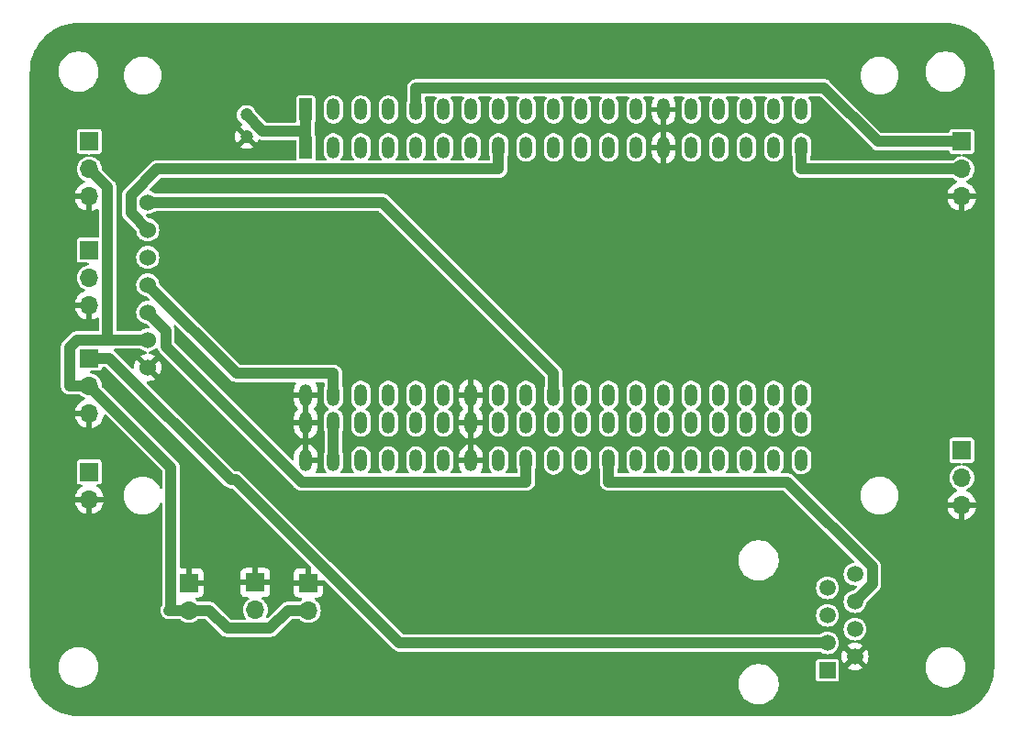
<source format=gbr>
%TF.GenerationSoftware,KiCad,Pcbnew,8.0.1*%
%TF.CreationDate,2024-07-29T09:45:32+02:00*%
%TF.ProjectId,Head Unit,48656164-2055-46e6-9974-2e6b69636164,rev?*%
%TF.SameCoordinates,Original*%
%TF.FileFunction,Copper,L1,Top*%
%TF.FilePolarity,Positive*%
%FSLAX46Y46*%
G04 Gerber Fmt 4.6, Leading zero omitted, Abs format (unit mm)*
G04 Created by KiCad (PCBNEW 8.0.1) date 2024-07-29 09:45:32*
%MOMM*%
%LPD*%
G01*
G04 APERTURE LIST*
%TA.AperFunction,ComponentPad*%
%ADD10R,1.700000X1.700000*%
%TD*%
%TA.AperFunction,ComponentPad*%
%ADD11O,1.700000X1.700000*%
%TD*%
%TA.AperFunction,ComponentPad*%
%ADD12C,1.524000*%
%TD*%
%TA.AperFunction,ComponentPad*%
%ADD13R,1.500000X1.500000*%
%TD*%
%TA.AperFunction,ComponentPad*%
%ADD14C,1.500000*%
%TD*%
%TA.AperFunction,ComponentPad*%
%ADD15C,1.200000*%
%TD*%
%TA.AperFunction,ComponentPad*%
%ADD16R,1.200000X2.000000*%
%TD*%
%TA.AperFunction,ComponentPad*%
%ADD17O,1.200000X2.000000*%
%TD*%
%TA.AperFunction,Conductor*%
%ADD18C,1.000000*%
%TD*%
G04 APERTURE END LIST*
D10*
%TO.P,J10,1,Pin_1*%
%TO.N,GND*%
X49316000Y-96180000D03*
D11*
%TO.P,J10,2,Pin_2*%
%TO.N,+3V3*%
X49316000Y-98720000D03*
%TD*%
D10*
%TO.P,J5,1,V-Out*%
%TO.N,Net-(J5-V-Out)*%
X34000000Y-75475000D03*
D11*
%TO.P,J5,2,V-IN*%
%TO.N,+5V*%
X34000000Y-78015000D03*
%TO.P,J5,3,GND*%
%TO.N,GND*%
X34000000Y-80555000D03*
%TD*%
D10*
%TO.P,J4,1,V-Out*%
%TO.N,Net-(J4-V-Out)*%
X114500000Y-83960000D03*
D11*
%TO.P,J4,2,V-IN*%
%TO.N,+5V*%
X114500000Y-86500000D03*
%TO.P,J4,3,GND*%
%TO.N,GND*%
X114500000Y-89040000D03*
%TD*%
D12*
%TO.P,J7,1,CS*%
%TO.N,SPI_CS*%
X39389600Y-61072500D03*
%TO.P,J7,2,DC*%
%TO.N,SPI_DC*%
X39389600Y-63612500D03*
%TO.P,J7,3,RES*%
%TO.N,unconnected-(J7-RES-Pad3)*%
X39389600Y-66152500D03*
%TO.P,J7,4,SDA*%
%TO.N,SPI_MOSI*%
X39389600Y-68692500D03*
%TO.P,J7,5,SCLK*%
%TO.N,SPI_CLK*%
X39389600Y-71232500D03*
%TO.P,J7,6,VDD*%
%TO.N,+5V*%
X39389600Y-73772500D03*
%TO.P,J7,7,VSS*%
%TO.N,GND*%
X39389600Y-76312500D03*
%TD*%
D10*
%TO.P,J8,1,Pin_1*%
%TO.N,GND*%
X43200000Y-96200000D03*
D11*
%TO.P,J8,2,Pin_2*%
%TO.N,+5V*%
X43200000Y-98740000D03*
%TD*%
D10*
%TO.P,J3,1,V-Out*%
%TO.N,Net-(J3-V-Out)*%
X34000000Y-55460000D03*
D11*
%TO.P,J3,2,V-IN*%
%TO.N,+5V*%
X34000000Y-58000000D03*
%TO.P,J3,3,GND*%
%TO.N,GND*%
X34000000Y-60540000D03*
%TD*%
D10*
%TO.P,J1,1,S1*%
%TO.N,Net-(J1-S1)*%
X34000000Y-65475000D03*
D11*
%TO.P,J1,2,S2*%
%TO.N,Net-(J1-S2)*%
X34000000Y-68015000D03*
%TO.P,J1,3,GND*%
%TO.N,GND*%
X34000000Y-70555000D03*
%TD*%
D10*
%TO.P,J11,1,Pin_1*%
%TO.N,GND*%
X54200000Y-96200000D03*
D11*
%TO.P,J11,2,Pin_2*%
%TO.N,+5V*%
X54200000Y-98740000D03*
%TD*%
D10*
%TO.P,J2,1,V-Out*%
%TO.N,Net-(J2-V-Out)*%
X114500000Y-55460000D03*
D11*
%TO.P,J2,2,V-In*%
%TO.N,+5V*%
X114500000Y-58000000D03*
%TO.P,J2,3,GND*%
%TO.N,GND*%
X114500000Y-60540000D03*
%TD*%
D10*
%TO.P,J13,1,Pin_1*%
%TO.N,Net-(J13-Pin_1)*%
X34000000Y-85960000D03*
D11*
%TO.P,J13,2,Pin_2*%
%TO.N,GND*%
X34000000Y-88500000D03*
%TD*%
D13*
%TO.P,J6,1,5V*%
%TO.N,+5V*%
X102100000Y-104282500D03*
D14*
%TO.P,J6,2,GND*%
%TO.N,GND*%
X104640000Y-103012500D03*
%TO.P,J6,3,ADC2*%
%TO.N,Net-(J5-V-Out)*%
X102100000Y-101742500D03*
%TO.P,J6,4,ADC1*%
%TO.N,Net-(J4-V-Out)*%
X104640000Y-100472500D03*
%TO.P,J6,5,RX|SDA*%
%TO.N,Net-(J6-RX|SDA)*%
X102100000Y-99202500D03*
%TO.P,J6,6,TX|SCL*%
%TO.N,Net-(J6-TX|SCL)*%
X104640000Y-97932500D03*
%TO.P,J6,7,Bremse*%
%TO.N,Bremse*%
X102100000Y-96662500D03*
%TO.P,J6,8,Hupe*%
%TO.N,Hupe*%
X104640000Y-95392500D03*
%TD*%
D15*
%TO.P,C1,1*%
%TO.N,+3V3*%
X48500000Y-53000000D03*
%TO.P,C1,2*%
%TO.N,GND*%
X48500000Y-55000000D03*
%TD*%
D16*
%TO.P,U1,1,3V3*%
%TO.N,+3V3*%
X53980000Y-52500000D03*
X53980000Y-56000000D03*
D17*
%TO.P,U1,2,CHIP_PU*%
%TO.N,Net-(J13-Pin_1)*%
X56520000Y-52500000D03*
X56520000Y-56000000D03*
%TO.P,U1,3,SENSOR_VP/GPIO36/ADC1_CH0*%
%TO.N,unconnected-(U1-SENSOR_VP{slash}GPIO36{slash}ADC1_CH0-Pad3)*%
X59060000Y-52500000D03*
X59060000Y-56000000D03*
%TO.P,U1,4,SENSOR_VN/GPIO39/ADC1_CH3*%
%TO.N,unconnected-(U1-SENSOR_VN{slash}GPIO39{slash}ADC1_CH3-Pad4)*%
X61600000Y-52500000D03*
X61600000Y-56000000D03*
%TO.P,U1,5,VDET_1/GPIO34/ADC1_CH6*%
%TO.N,Net-(J2-V-Out)*%
X64140000Y-52500000D03*
X64140000Y-56000000D03*
%TO.P,U1,6,VDET_2/GPIO35/ADC1_CH7*%
%TO.N,Net-(J3-V-Out)*%
X66680000Y-52500000D03*
X66680000Y-56000000D03*
%TO.P,U1,7,32K_XP/GPIO32/ADC1_CH4*%
%TO.N,unconnected-(U1-32K_XP{slash}GPIO32{slash}ADC1_CH4-Pad7)*%
X69220000Y-52500000D03*
X69220000Y-56000000D03*
%TO.P,U1,8,32K_XN/GPIO33/ADC1_CH5*%
%TO.N,SPI_DC*%
X71760000Y-52500000D03*
X71760000Y-56000000D03*
%TO.P,U1,9,DAC_1/ADC2_CH8/GPIO25*%
%TO.N,unconnected-(U1-DAC_1{slash}ADC2_CH8{slash}GPIO25-Pad9)*%
X74300000Y-52500000D03*
X74300000Y-56000000D03*
%TO.P,U1,10,DAC_2/ADC2_CH9/GPIO26*%
%TO.N,Hupe*%
X76840000Y-52500000D03*
X76840000Y-56000000D03*
%TO.P,U1,11,ADC2_CH7/GPIO27*%
%TO.N,Bremse*%
X79380000Y-52500000D03*
X79380000Y-56000000D03*
%TO.P,U1,12,MTMS/GPIO14/ADC2_CH6*%
%TO.N,unconnected-(U1-MTMS{slash}GPIO14{slash}ADC2_CH6-Pad12)*%
X81920000Y-52500000D03*
X81920000Y-56000000D03*
%TO.P,U1,13,MTDI/GPIO12/ADC2_CH5*%
%TO.N,Net-(U1-MTDI{slash}GPIO12{slash}ADC2_CH5)*%
X84460000Y-52500000D03*
X84460000Y-56000000D03*
%TO.P,U1,14,GND*%
%TO.N,GND*%
X87000000Y-52500000D03*
X87000000Y-56000000D03*
%TO.P,U1,15,MTCK/GPIO13/ADC2_CH4*%
%TO.N,unconnected-(U1-MTCK{slash}GPIO13{slash}ADC2_CH4-Pad15)*%
X89540000Y-52500000D03*
X89540000Y-56000000D03*
%TO.P,U1,16,SD_DATA2/GPIO9*%
%TO.N,unconnected-(U1-SD_DATA2{slash}GPIO9-Pad16)*%
X92080000Y-52500000D03*
X92080000Y-56000000D03*
%TO.P,U1,17,SD_DATA3/GPIO10*%
%TO.N,unconnected-(U1-SD_DATA3{slash}GPIO10-Pad17)*%
X94620000Y-52500000D03*
X94620000Y-56000000D03*
%TO.P,U1,18,CMD*%
%TO.N,unconnected-(U1-CMD-Pad18)*%
X97160000Y-52500000D03*
X97160000Y-56000000D03*
%TO.P,U1,19,5V*%
%TO.N,+5V*%
X99700000Y-52500000D03*
X99700000Y-56000000D03*
%TO.P,U1,20,SD_CLK/GPIO6*%
%TO.N,unconnected-(U1-SD_CLK{slash}GPIO6-Pad20)*%
X99697280Y-78856320D03*
X99697280Y-81396320D03*
X99697280Y-84896320D03*
%TO.P,U1,21,SD_DATA0/GPIO7*%
%TO.N,unconnected-(U1-SD_DATA0{slash}GPIO7-Pad21)*%
X97157280Y-78856320D03*
X97157280Y-81396320D03*
X97157280Y-84896320D03*
%TO.P,U1,22,SD_DATA1/GPIO8*%
%TO.N,unconnected-(U1-SD_DATA1{slash}GPIO8-Pad22)*%
X94620000Y-78860000D03*
X94620000Y-81400000D03*
X94620000Y-84900000D03*
%TO.P,U1,23,MTDO/GPIO15/ADC2_CH3*%
%TO.N,unconnected-(U1-MTDO{slash}GPIO15{slash}ADC2_CH3-Pad23)*%
X92080000Y-78860000D03*
X92080000Y-81400000D03*
X92080000Y-84900000D03*
%TO.P,U1,24,ADC2_CH2/GPIO2*%
%TO.N,unconnected-(U1-ADC2_CH2{slash}GPIO2-Pad24)*%
X89540000Y-78860000D03*
X89540000Y-81400000D03*
X89540000Y-84900000D03*
%TO.P,U1,25,GPIO0/BOOT/ADC2_CH1*%
%TO.N,unconnected-(U1-GPIO0{slash}BOOT{slash}ADC2_CH1-Pad25)*%
X87000000Y-78860000D03*
X87000000Y-81400000D03*
X87000000Y-84900000D03*
%TO.P,U1,26,ADC2_CH0/GPIO4*%
%TO.N,unconnected-(U1-ADC2_CH0{slash}GPIO4-Pad26)*%
X84460000Y-78860000D03*
X84460000Y-81400000D03*
X84460000Y-84900000D03*
%TO.P,U1,27,GPIO16*%
%TO.N,Net-(J6-TX|SCL)*%
X81920000Y-78860000D03*
X81920000Y-81400000D03*
X81920000Y-84900000D03*
%TO.P,U1,28,GPIO17*%
%TO.N,Net-(J6-RX|SDA)*%
X79380000Y-78860000D03*
X79380000Y-81400000D03*
X79380000Y-84900000D03*
%TO.P,U1,29,GPIO5*%
%TO.N,SPI_CS*%
X76840000Y-78860000D03*
X76840000Y-81400000D03*
X76840000Y-84900000D03*
%TO.P,U1,30,GPIO18*%
%TO.N,SPI_CLK*%
X74300000Y-78860000D03*
X74300000Y-81400000D03*
X74300000Y-84900000D03*
%TO.P,U1,31,GPIO19*%
%TO.N,SPI_MISO*%
X71760000Y-78860000D03*
X71760000Y-81400000D03*
X71760000Y-84900000D03*
%TO.P,U1,32,GND*%
%TO.N,GND*%
X69220000Y-78860000D03*
X69220000Y-81400000D03*
X69220000Y-84900000D03*
%TO.P,U1,33,GPIO21*%
%TO.N,Net-(J1-S1)*%
X66680000Y-78860000D03*
X66680000Y-81400000D03*
X66680000Y-84900000D03*
%TO.P,U1,34,U0RXD/GPIO3*%
%TO.N,unconnected-(U1-U0RXD{slash}GPIO3-Pad34)*%
X64140000Y-78860000D03*
X64140000Y-81400000D03*
X64140000Y-84900000D03*
%TO.P,U1,35,U0TXD/GPIO1*%
%TO.N,unconnected-(U1-U0TXD{slash}GPIO1-Pad35)*%
X61600000Y-78860000D03*
X61600000Y-81400000D03*
X61600000Y-84900000D03*
%TO.P,U1,36,GPIO22*%
%TO.N,Net-(J1-S2)*%
X59060000Y-78860000D03*
X59060000Y-81400000D03*
X59060000Y-84900000D03*
%TO.P,U1,37,GPIO23*%
%TO.N,SPI_MOSI*%
X56520000Y-78860000D03*
X56520000Y-81400000D03*
X56520000Y-84900000D03*
%TO.P,U1,38,GND*%
%TO.N,GND*%
X53980000Y-78860000D03*
X53980000Y-81400000D03*
X53980000Y-84900000D03*
%TD*%
D18*
%TO.N,SPI_MOSI*%
X56520000Y-78860000D02*
X56520000Y-76860000D01*
X56520000Y-84900000D02*
X56520000Y-81400000D01*
X47557100Y-76860000D02*
X39389600Y-68692500D01*
X56520000Y-76860000D02*
X47557100Y-76860000D01*
%TO.N,SPI_CS*%
X61052500Y-61072500D02*
X39389600Y-61072500D01*
X76840000Y-76860000D02*
X61052500Y-61072500D01*
X76840000Y-78860000D02*
X76840000Y-76860000D01*
%TO.N,Net-(J2-V-Out)*%
X64140000Y-50500000D02*
X101806500Y-50500000D01*
X106766500Y-55460000D02*
X114500000Y-55460000D01*
X101806500Y-50500000D02*
X106766500Y-55460000D01*
X64140000Y-52500000D02*
X64140000Y-50500000D01*
%TO.N,+5V*%
X52350000Y-98740000D02*
X50675000Y-100415000D01*
X54200000Y-98740000D02*
X52350000Y-98740000D01*
X41538100Y-85553100D02*
X34000000Y-78015000D01*
X32860500Y-73772500D02*
X35693400Y-73772500D01*
X43200000Y-98740000D02*
X45050000Y-98740000D01*
X99700000Y-56000000D02*
X99700000Y-58000000D01*
X32150000Y-74483000D02*
X32860500Y-73772500D01*
X35693400Y-73772500D02*
X39389600Y-73772500D01*
X35693400Y-59693400D02*
X34000000Y-58000000D01*
X50675000Y-100415000D02*
X46725000Y-100415000D01*
X32150000Y-78015000D02*
X32150000Y-74483000D01*
X46725000Y-100415000D02*
X45050000Y-98740000D01*
X99700000Y-58000000D02*
X114500000Y-58000000D01*
X35693400Y-73772500D02*
X35693400Y-59693400D01*
X41350000Y-98740000D02*
X41538100Y-98551900D01*
X43200000Y-98740000D02*
X41350000Y-98740000D01*
X41538100Y-98551900D02*
X41538100Y-85553100D01*
X34000000Y-78015000D02*
X32150000Y-78015000D01*
%TO.N,Net-(J5-V-Out)*%
X102100000Y-101742500D02*
X62610500Y-101742500D01*
X62610500Y-101742500D02*
X47540000Y-86672000D01*
X34000000Y-75475000D02*
X35850000Y-75475000D01*
X47047000Y-86672000D02*
X35850000Y-75475000D01*
X47540000Y-86672000D02*
X47047000Y-86672000D01*
%TO.N,SPI_CLK*%
X74300000Y-84900000D02*
X74300000Y-86900000D01*
X53595700Y-86900000D02*
X41068700Y-74373000D01*
X41068700Y-72911600D02*
X39389600Y-71232500D01*
X41068700Y-74373000D02*
X41068700Y-72911600D01*
X74300000Y-86900000D02*
X53595700Y-86900000D01*
%TO.N,SPI_DC*%
X71760000Y-56000000D02*
X71760000Y-58000000D01*
X39389600Y-63612500D02*
X37818400Y-62041300D01*
X37818400Y-62041300D02*
X37818400Y-60423200D01*
X40241600Y-58000000D02*
X71760000Y-58000000D01*
X37818400Y-60423200D02*
X40241600Y-58000000D01*
%TO.N,+3V3*%
X53980000Y-54500000D02*
X50000000Y-54500000D01*
X50000000Y-54500000D02*
X48500000Y-53000000D01*
X53980000Y-52500000D02*
X53980000Y-54500000D01*
X53980000Y-56000000D02*
X53980000Y-54500000D01*
%TO.N,Net-(J6-TX|SCL)*%
X106232200Y-96340300D02*
X104640000Y-97932500D01*
X106232200Y-94719100D02*
X106232200Y-96340300D01*
X81920000Y-84900000D02*
X81920000Y-86900000D01*
X81920000Y-86900000D02*
X98413100Y-86900000D01*
X98413100Y-86900000D02*
X106232200Y-94719100D01*
%TD*%
%TA.AperFunction,Conductor*%
%TO.N,GND*%
G36*
X35534099Y-76295185D02*
G01*
X35554741Y-76311819D01*
X46425211Y-87182289D01*
X46495067Y-87252145D01*
X46536712Y-87293790D01*
X46667814Y-87381390D01*
X46667827Y-87381397D01*
X46813498Y-87441735D01*
X46813503Y-87441737D01*
X46813507Y-87441737D01*
X46813508Y-87441738D01*
X46968154Y-87472500D01*
X46968157Y-87472500D01*
X46968158Y-87472500D01*
X47157060Y-87472500D01*
X47224099Y-87492185D01*
X47244741Y-87508819D01*
X54430280Y-94694358D01*
X54463765Y-94755681D01*
X54458781Y-94825373D01*
X54450000Y-94839036D01*
X54450000Y-95766988D01*
X54392993Y-95734075D01*
X54265826Y-95700000D01*
X54134174Y-95700000D01*
X54007007Y-95734075D01*
X53950000Y-95766988D01*
X53950000Y-94850000D01*
X53302155Y-94850000D01*
X53242627Y-94856401D01*
X53242620Y-94856403D01*
X53107913Y-94906645D01*
X53107906Y-94906649D01*
X52992812Y-94992809D01*
X52992809Y-94992812D01*
X52906649Y-95107906D01*
X52906645Y-95107913D01*
X52856403Y-95242620D01*
X52856401Y-95242627D01*
X52850000Y-95302155D01*
X52850000Y-95950000D01*
X53766988Y-95950000D01*
X53734075Y-96007007D01*
X53700000Y-96134174D01*
X53700000Y-96265826D01*
X53734075Y-96392993D01*
X53766988Y-96450000D01*
X52850000Y-96450000D01*
X52850000Y-97097844D01*
X52856401Y-97157372D01*
X52856403Y-97157379D01*
X52906645Y-97292086D01*
X52906649Y-97292093D01*
X52992809Y-97407187D01*
X52992812Y-97407190D01*
X53107906Y-97493350D01*
X53107913Y-97493354D01*
X53242620Y-97543596D01*
X53242627Y-97543598D01*
X53302155Y-97549999D01*
X53302172Y-97550000D01*
X53500634Y-97550000D01*
X53567673Y-97569685D01*
X53613428Y-97622489D01*
X53623372Y-97691647D01*
X53594347Y-97755203D01*
X53565911Y-97779427D01*
X53503699Y-97817946D01*
X53503697Y-97817948D01*
X53405862Y-97907137D01*
X53343058Y-97937754D01*
X53322324Y-97939500D01*
X52271153Y-97939500D01*
X52116510Y-97970260D01*
X52116502Y-97970262D01*
X51970824Y-98030604D01*
X51970814Y-98030609D01*
X51839711Y-98118210D01*
X51839707Y-98118213D01*
X50507295Y-99450626D01*
X50445972Y-99484111D01*
X50376280Y-99479127D01*
X50320347Y-99437255D01*
X50295930Y-99371791D01*
X50308614Y-99307674D01*
X50393403Y-99137394D01*
X50393403Y-99137393D01*
X50393405Y-99137389D01*
X50451756Y-98932310D01*
X50471429Y-98720000D01*
X50451756Y-98507690D01*
X50393405Y-98302611D01*
X50393403Y-98302606D01*
X50393403Y-98302605D01*
X50298367Y-98111746D01*
X50169872Y-97941593D01*
X50165661Y-97937754D01*
X50012302Y-97797948D01*
X50012299Y-97797946D01*
X50012298Y-97797945D01*
X49950089Y-97759427D01*
X49903453Y-97707399D01*
X49892349Y-97638418D01*
X49920302Y-97574383D01*
X49978437Y-97535627D01*
X50015366Y-97530000D01*
X50213828Y-97530000D01*
X50213844Y-97529999D01*
X50273372Y-97523598D01*
X50273379Y-97523596D01*
X50408086Y-97473354D01*
X50408093Y-97473350D01*
X50523187Y-97387190D01*
X50523190Y-97387187D01*
X50609350Y-97272093D01*
X50609354Y-97272086D01*
X50659596Y-97137379D01*
X50659598Y-97137372D01*
X50665999Y-97077844D01*
X50666000Y-97077827D01*
X50666000Y-96430000D01*
X49749012Y-96430000D01*
X49781925Y-96372993D01*
X49816000Y-96245826D01*
X49816000Y-96114174D01*
X49781925Y-95987007D01*
X49749012Y-95930000D01*
X50666000Y-95930000D01*
X50666000Y-95282172D01*
X50665999Y-95282155D01*
X50659598Y-95222627D01*
X50659596Y-95222620D01*
X50609354Y-95087913D01*
X50609350Y-95087906D01*
X50523190Y-94972812D01*
X50523187Y-94972809D01*
X50408093Y-94886649D01*
X50408086Y-94886645D01*
X50273379Y-94836403D01*
X50273372Y-94836401D01*
X50213844Y-94830000D01*
X49566000Y-94830000D01*
X49566000Y-95746988D01*
X49508993Y-95714075D01*
X49381826Y-95680000D01*
X49250174Y-95680000D01*
X49123007Y-95714075D01*
X49066000Y-95746988D01*
X49066000Y-94830000D01*
X48418155Y-94830000D01*
X48358627Y-94836401D01*
X48358620Y-94836403D01*
X48223913Y-94886645D01*
X48223906Y-94886649D01*
X48108812Y-94972809D01*
X48108809Y-94972812D01*
X48022649Y-95087906D01*
X48022645Y-95087913D01*
X47972403Y-95222620D01*
X47972401Y-95222627D01*
X47966000Y-95282155D01*
X47966000Y-95930000D01*
X48882988Y-95930000D01*
X48850075Y-95987007D01*
X48816000Y-96114174D01*
X48816000Y-96245826D01*
X48850075Y-96372993D01*
X48882988Y-96430000D01*
X47966000Y-96430000D01*
X47966000Y-97077844D01*
X47972401Y-97137372D01*
X47972403Y-97137379D01*
X48022645Y-97272086D01*
X48022649Y-97272093D01*
X48108809Y-97387187D01*
X48108812Y-97387190D01*
X48223906Y-97473350D01*
X48223913Y-97473354D01*
X48358620Y-97523596D01*
X48358627Y-97523598D01*
X48418155Y-97529999D01*
X48418172Y-97530000D01*
X48616634Y-97530000D01*
X48683673Y-97549685D01*
X48729428Y-97602489D01*
X48739372Y-97671647D01*
X48710347Y-97735203D01*
X48681911Y-97759427D01*
X48619701Y-97797945D01*
X48462127Y-97941593D01*
X48333632Y-98111746D01*
X48238596Y-98302605D01*
X48238596Y-98302607D01*
X48180580Y-98506510D01*
X48180244Y-98507690D01*
X48160571Y-98720000D01*
X48180244Y-98932310D01*
X48233415Y-99119185D01*
X48238596Y-99137392D01*
X48238596Y-99137394D01*
X48333632Y-99328253D01*
X48399725Y-99415773D01*
X48424417Y-99481134D01*
X48409852Y-99549469D01*
X48360655Y-99599081D01*
X48300771Y-99614500D01*
X47107940Y-99614500D01*
X47040901Y-99594815D01*
X47020259Y-99578181D01*
X45560292Y-98118213D01*
X45560288Y-98118210D01*
X45429185Y-98030609D01*
X45429172Y-98030602D01*
X45283501Y-97970264D01*
X45283489Y-97970261D01*
X45128845Y-97939500D01*
X45128842Y-97939500D01*
X44077676Y-97939500D01*
X44010637Y-97919815D01*
X43994138Y-97907137D01*
X43896302Y-97817948D01*
X43896300Y-97817946D01*
X43834089Y-97779427D01*
X43787453Y-97727399D01*
X43776349Y-97658418D01*
X43804302Y-97594383D01*
X43862437Y-97555627D01*
X43899366Y-97550000D01*
X44097828Y-97550000D01*
X44097844Y-97549999D01*
X44157372Y-97543598D01*
X44157379Y-97543596D01*
X44292086Y-97493354D01*
X44292093Y-97493350D01*
X44407187Y-97407190D01*
X44407190Y-97407187D01*
X44493350Y-97292093D01*
X44493354Y-97292086D01*
X44543596Y-97157379D01*
X44543598Y-97157372D01*
X44549999Y-97097844D01*
X44550000Y-97097827D01*
X44550000Y-96450000D01*
X43633012Y-96450000D01*
X43665925Y-96392993D01*
X43700000Y-96265826D01*
X43700000Y-96134174D01*
X43665925Y-96007007D01*
X43633012Y-95950000D01*
X44550000Y-95950000D01*
X44550000Y-95302172D01*
X44549999Y-95302155D01*
X44543598Y-95242627D01*
X44543596Y-95242620D01*
X44493354Y-95107913D01*
X44493350Y-95107906D01*
X44407190Y-94992812D01*
X44407187Y-94992809D01*
X44292093Y-94906649D01*
X44292086Y-94906645D01*
X44157379Y-94856403D01*
X44157372Y-94856401D01*
X44097844Y-94850000D01*
X43450000Y-94850000D01*
X43450000Y-95766988D01*
X43392993Y-95734075D01*
X43265826Y-95700000D01*
X43134174Y-95700000D01*
X43007007Y-95734075D01*
X42950000Y-95766988D01*
X42950000Y-94850000D01*
X42462600Y-94850000D01*
X42395561Y-94830315D01*
X42349806Y-94777511D01*
X42338600Y-94726000D01*
X42338600Y-85474255D01*
X42338599Y-85474253D01*
X42321580Y-85388693D01*
X42307837Y-85319603D01*
X42256059Y-85194599D01*
X42247497Y-85173927D01*
X42247490Y-85173914D01*
X42159890Y-85042812D01*
X42143078Y-85026000D01*
X42048389Y-84931311D01*
X35189472Y-78072394D01*
X35155987Y-78011071D01*
X35153683Y-77996165D01*
X35135756Y-77802690D01*
X35077405Y-77597611D01*
X35077403Y-77597606D01*
X35077403Y-77597605D01*
X34982367Y-77406746D01*
X34853872Y-77236593D01*
X34750121Y-77142011D01*
X34696302Y-77092948D01*
X34515019Y-76980702D01*
X34515017Y-76980701D01*
X34415608Y-76942190D01*
X34316198Y-76903679D01*
X34143456Y-76871387D01*
X34081176Y-76839719D01*
X34045903Y-76779407D01*
X34048837Y-76709599D01*
X34089046Y-76652459D01*
X34153764Y-76626128D01*
X34166233Y-76625499D01*
X34894864Y-76625499D01*
X34894879Y-76625497D01*
X34894882Y-76625497D01*
X34919987Y-76622586D01*
X34919988Y-76622585D01*
X34919991Y-76622585D01*
X35022765Y-76577206D01*
X35102206Y-76497765D01*
X35147585Y-76394991D01*
X35148720Y-76385208D01*
X35176001Y-76320884D01*
X35233727Y-76281520D01*
X35271894Y-76275500D01*
X35467060Y-76275500D01*
X35534099Y-76295185D01*
G37*
%TD.AperFunction*%
%TA.AperFunction,Conductor*%
G36*
X41944560Y-72398087D02*
G01*
X41993082Y-72428060D01*
X46930970Y-77365947D01*
X46930991Y-77365970D01*
X47046807Y-77481786D01*
X47046811Y-77481789D01*
X47177914Y-77569390D01*
X47177927Y-77569397D01*
X47246043Y-77597611D01*
X47323603Y-77629737D01*
X47323607Y-77629737D01*
X47323608Y-77629738D01*
X47478254Y-77660500D01*
X47478257Y-77660500D01*
X47478258Y-77660500D01*
X52957833Y-77660500D01*
X53024872Y-77680185D01*
X53070627Y-77732989D01*
X53080571Y-77802147D01*
X53058151Y-77857386D01*
X53039196Y-77883474D01*
X52960591Y-78037742D01*
X52907085Y-78202415D01*
X52880000Y-78373428D01*
X52880000Y-78610000D01*
X53664314Y-78610000D01*
X53659920Y-78614394D01*
X53607259Y-78705606D01*
X53580000Y-78807339D01*
X53580000Y-78912661D01*
X53607259Y-79014394D01*
X53659920Y-79105606D01*
X53664314Y-79110000D01*
X52880000Y-79110000D01*
X52880000Y-79346571D01*
X52907085Y-79517584D01*
X52960591Y-79682257D01*
X53039195Y-79836524D01*
X53140967Y-79976602D01*
X53206684Y-80042319D01*
X53240169Y-80103642D01*
X53235185Y-80173334D01*
X53206684Y-80217681D01*
X53140967Y-80283397D01*
X53039195Y-80423475D01*
X52960591Y-80577742D01*
X52907085Y-80742415D01*
X52880000Y-80913428D01*
X52880000Y-81150000D01*
X53664314Y-81150000D01*
X53659920Y-81154394D01*
X53607259Y-81245606D01*
X53580000Y-81347339D01*
X53580000Y-81452661D01*
X53607259Y-81554394D01*
X53659920Y-81645606D01*
X53664314Y-81650000D01*
X52880000Y-81650000D01*
X52880000Y-81886571D01*
X52907085Y-82057584D01*
X52960591Y-82222257D01*
X53039195Y-82376524D01*
X53140967Y-82516602D01*
X53263397Y-82639032D01*
X53403475Y-82740804D01*
X53557744Y-82819408D01*
X53722415Y-82872914D01*
X53722414Y-82872914D01*
X53729999Y-82874115D01*
X53730000Y-82874114D01*
X53730000Y-81715686D01*
X53734394Y-81720080D01*
X53825606Y-81772741D01*
X53927339Y-81800000D01*
X54032661Y-81800000D01*
X54134394Y-81772741D01*
X54225606Y-81720080D01*
X54230000Y-81715686D01*
X54230000Y-82874115D01*
X54237584Y-82872914D01*
X54402255Y-82819408D01*
X54556524Y-82740804D01*
X54696602Y-82639032D01*
X54819032Y-82516602D01*
X54920804Y-82376524D01*
X54999408Y-82222257D01*
X55052914Y-82057584D01*
X55080000Y-81886571D01*
X55080000Y-81650000D01*
X54295686Y-81650000D01*
X54300080Y-81645606D01*
X54352741Y-81554394D01*
X54380000Y-81452661D01*
X54380000Y-81347339D01*
X54352741Y-81245606D01*
X54300080Y-81154394D01*
X54295686Y-81150000D01*
X55080000Y-81150000D01*
X55080000Y-80913428D01*
X55052914Y-80742415D01*
X54999408Y-80577742D01*
X54920804Y-80423475D01*
X54819032Y-80283397D01*
X54753316Y-80217681D01*
X54719831Y-80156358D01*
X54724815Y-80086666D01*
X54753316Y-80042319D01*
X54819032Y-79976602D01*
X54920804Y-79836524D01*
X54999408Y-79682257D01*
X55052914Y-79517584D01*
X55080000Y-79346571D01*
X55080000Y-79110000D01*
X54295686Y-79110000D01*
X54300080Y-79105606D01*
X54352741Y-79014394D01*
X54380000Y-78912661D01*
X54380000Y-78807339D01*
X54352741Y-78705606D01*
X54300080Y-78614394D01*
X54295686Y-78610000D01*
X55080000Y-78610000D01*
X55080000Y-78373428D01*
X55052914Y-78202415D01*
X54999408Y-78037742D01*
X54920803Y-77883474D01*
X54901849Y-77857386D01*
X54878369Y-77791580D01*
X54894194Y-77723526D01*
X54944300Y-77674831D01*
X55002167Y-77660500D01*
X55595500Y-77660500D01*
X55662539Y-77680185D01*
X55708294Y-77732989D01*
X55719500Y-77784500D01*
X55719500Y-78014793D01*
X55710061Y-78062245D01*
X55654106Y-78197332D01*
X55654103Y-78197341D01*
X55619500Y-78371304D01*
X55619500Y-79348695D01*
X55654103Y-79522658D01*
X55654106Y-79522667D01*
X55721983Y-79686540D01*
X55721990Y-79686553D01*
X55820535Y-79834034D01*
X55820538Y-79834038D01*
X55945961Y-79959461D01*
X55945965Y-79959464D01*
X56046885Y-80026898D01*
X56091690Y-80080511D01*
X56100397Y-80149836D01*
X56070242Y-80212863D01*
X56046885Y-80233102D01*
X55945965Y-80300535D01*
X55945961Y-80300538D01*
X55820538Y-80425961D01*
X55820535Y-80425965D01*
X55721990Y-80573446D01*
X55721983Y-80573459D01*
X55654106Y-80737332D01*
X55654103Y-80737341D01*
X55619500Y-80911304D01*
X55619500Y-81888695D01*
X55654104Y-82062658D01*
X55654107Y-82062670D01*
X55710061Y-82197755D01*
X55719500Y-82245207D01*
X55719500Y-84054793D01*
X55710061Y-84102245D01*
X55654106Y-84237332D01*
X55654103Y-84237341D01*
X55619500Y-84411304D01*
X55619500Y-85388695D01*
X55654103Y-85562658D01*
X55654106Y-85562667D01*
X55721983Y-85726540D01*
X55721990Y-85726553D01*
X55820535Y-85874034D01*
X55820538Y-85874038D01*
X55834319Y-85887819D01*
X55867804Y-85949142D01*
X55862820Y-86018834D01*
X55820948Y-86074767D01*
X55755484Y-86099184D01*
X55746638Y-86099500D01*
X55002167Y-86099500D01*
X54935128Y-86079815D01*
X54889373Y-86027011D01*
X54879429Y-85957853D01*
X54901849Y-85902614D01*
X54920803Y-85876525D01*
X54999408Y-85722257D01*
X55052914Y-85557584D01*
X55080000Y-85386571D01*
X55080000Y-85150000D01*
X54295686Y-85150000D01*
X54300080Y-85145606D01*
X54352741Y-85054394D01*
X54380000Y-84952661D01*
X54380000Y-84847339D01*
X54352741Y-84745606D01*
X54300080Y-84654394D01*
X54295686Y-84650000D01*
X55080000Y-84650000D01*
X55080000Y-84413428D01*
X55052914Y-84242415D01*
X54999408Y-84077742D01*
X54920804Y-83923475D01*
X54819032Y-83783397D01*
X54696602Y-83660967D01*
X54556524Y-83559195D01*
X54402257Y-83480591D01*
X54237589Y-83427087D01*
X54237581Y-83427085D01*
X54230000Y-83425884D01*
X54230000Y-84584314D01*
X54225606Y-84579920D01*
X54134394Y-84527259D01*
X54032661Y-84500000D01*
X53927339Y-84500000D01*
X53825606Y-84527259D01*
X53734394Y-84579920D01*
X53730000Y-84584314D01*
X53730000Y-83425884D01*
X53729999Y-83425884D01*
X53722418Y-83427085D01*
X53722410Y-83427087D01*
X53557742Y-83480591D01*
X53403475Y-83559195D01*
X53263397Y-83660967D01*
X53140967Y-83783397D01*
X53039195Y-83923475D01*
X52960591Y-84077742D01*
X52907085Y-84242415D01*
X52880000Y-84413428D01*
X52880000Y-84752860D01*
X52860315Y-84819899D01*
X52807511Y-84865654D01*
X52738353Y-84875598D01*
X52674797Y-84846573D01*
X52668319Y-84840541D01*
X41905519Y-74077741D01*
X41872034Y-74016418D01*
X41869200Y-73990060D01*
X41869200Y-72832755D01*
X41869199Y-72832753D01*
X41859925Y-72786128D01*
X41838437Y-72678103D01*
X41790839Y-72563192D01*
X41783371Y-72493724D01*
X41814646Y-72431245D01*
X41874735Y-72395593D01*
X41944560Y-72398087D01*
G37*
%TD.AperFunction*%
%TA.AperFunction,Conductor*%
G36*
X54230000Y-81084314D02*
G01*
X54225606Y-81079920D01*
X54134394Y-81027259D01*
X54032661Y-81000000D01*
X53927339Y-81000000D01*
X53825606Y-81027259D01*
X53734394Y-81079920D01*
X53730000Y-81084314D01*
X53730000Y-79175686D01*
X53734394Y-79180080D01*
X53825606Y-79232741D01*
X53927339Y-79260000D01*
X54032661Y-79260000D01*
X54134394Y-79232741D01*
X54225606Y-79180080D01*
X54230000Y-79175686D01*
X54230000Y-81084314D01*
G37*
%TD.AperFunction*%
%TA.AperFunction,Conductor*%
G36*
X38712855Y-74592685D02*
G01*
X38724472Y-74601140D01*
X38796450Y-74660211D01*
X38981031Y-74758872D01*
X39181314Y-74819627D01*
X39181316Y-74819627D01*
X39181319Y-74819628D01*
X39182363Y-74819836D01*
X39182859Y-74820095D01*
X39187143Y-74821395D01*
X39186896Y-74822207D01*
X39244274Y-74852221D01*
X39278848Y-74912937D01*
X39275108Y-74982707D01*
X39234241Y-75039378D01*
X39174737Y-75062790D01*
X39174948Y-75063986D01*
X39169613Y-75064926D01*
X38956329Y-75122075D01*
X38956320Y-75122079D01*
X38756190Y-75215401D01*
X38691411Y-75260758D01*
X39362153Y-75931500D01*
X39339440Y-75931500D01*
X39242539Y-75957464D01*
X39155660Y-76007624D01*
X39084724Y-76078560D01*
X39034564Y-76165439D01*
X39008600Y-76262340D01*
X39008600Y-76285053D01*
X38337858Y-75614311D01*
X38292501Y-75679090D01*
X38199179Y-75879220D01*
X38199175Y-75879229D01*
X38142026Y-76092513D01*
X38142024Y-76092523D01*
X38122779Y-76312499D01*
X38122779Y-76316338D01*
X38103094Y-76383377D01*
X38050290Y-76429132D01*
X37981132Y-76439076D01*
X37917576Y-76410051D01*
X37911098Y-76404019D01*
X36360292Y-74853213D01*
X36360288Y-74853210D01*
X36280807Y-74800102D01*
X36236002Y-74746490D01*
X36227295Y-74677165D01*
X36257450Y-74614137D01*
X36316893Y-74577418D01*
X36349698Y-74573000D01*
X38645816Y-74573000D01*
X38712855Y-74592685D01*
G37*
%TD.AperFunction*%
%TA.AperFunction,Conductor*%
G36*
X69470000Y-81084314D02*
G01*
X69465606Y-81079920D01*
X69374394Y-81027259D01*
X69272661Y-81000000D01*
X69167339Y-81000000D01*
X69065606Y-81027259D01*
X68974394Y-81079920D01*
X68970000Y-81084314D01*
X68970000Y-79175686D01*
X68974394Y-79180080D01*
X69065606Y-79232741D01*
X69167339Y-79260000D01*
X69272661Y-79260000D01*
X69374394Y-79232741D01*
X69465606Y-79180080D01*
X69470000Y-79175686D01*
X69470000Y-81084314D01*
G37*
%TD.AperFunction*%
%TA.AperFunction,Conductor*%
G36*
X113002702Y-44500617D02*
G01*
X113386771Y-44517386D01*
X113397506Y-44518326D01*
X113775971Y-44568152D01*
X113786597Y-44570025D01*
X114159284Y-44652648D01*
X114169710Y-44655442D01*
X114533765Y-44770227D01*
X114543911Y-44773920D01*
X114896578Y-44920000D01*
X114906369Y-44924566D01*
X115244942Y-45100816D01*
X115254310Y-45106224D01*
X115576244Y-45311318D01*
X115585105Y-45317523D01*
X115887930Y-45549889D01*
X115896217Y-45556843D01*
X116177635Y-45814715D01*
X116185284Y-45822364D01*
X116443156Y-46103782D01*
X116450110Y-46112069D01*
X116682476Y-46414894D01*
X116688681Y-46423755D01*
X116893775Y-46745689D01*
X116899183Y-46755057D01*
X117075430Y-47093623D01*
X117080002Y-47103427D01*
X117226075Y-47456078D01*
X117229775Y-47466244D01*
X117344554Y-47830278D01*
X117347354Y-47840727D01*
X117429971Y-48213389D01*
X117431849Y-48224042D01*
X117481671Y-48602473D01*
X117482614Y-48613249D01*
X117499382Y-48997297D01*
X117499500Y-49002706D01*
X117499500Y-103997293D01*
X117499382Y-104002702D01*
X117482614Y-104386750D01*
X117481671Y-104397526D01*
X117431849Y-104775957D01*
X117429971Y-104786610D01*
X117347354Y-105159272D01*
X117344554Y-105169721D01*
X117229775Y-105533755D01*
X117226075Y-105543921D01*
X117080002Y-105896572D01*
X117075430Y-105906376D01*
X116899183Y-106244942D01*
X116893775Y-106254310D01*
X116688681Y-106576244D01*
X116682476Y-106585105D01*
X116450110Y-106887930D01*
X116443156Y-106896217D01*
X116185284Y-107177635D01*
X116177635Y-107185284D01*
X115896217Y-107443156D01*
X115887930Y-107450110D01*
X115585105Y-107682476D01*
X115576244Y-107688681D01*
X115254310Y-107893775D01*
X115244942Y-107899183D01*
X114906376Y-108075430D01*
X114896572Y-108080002D01*
X114543921Y-108226075D01*
X114533755Y-108229775D01*
X114169721Y-108344554D01*
X114159272Y-108347354D01*
X113786610Y-108429971D01*
X113775957Y-108431849D01*
X113397526Y-108481671D01*
X113386750Y-108482614D01*
X113002703Y-108499382D01*
X112997294Y-108499500D01*
X33002706Y-108499500D01*
X32997297Y-108499382D01*
X32613249Y-108482614D01*
X32602473Y-108481671D01*
X32224042Y-108431849D01*
X32213389Y-108429971D01*
X31840727Y-108347354D01*
X31830278Y-108344554D01*
X31466244Y-108229775D01*
X31456078Y-108226075D01*
X31103427Y-108080002D01*
X31093623Y-108075430D01*
X30755057Y-107899183D01*
X30745689Y-107893775D01*
X30423755Y-107688681D01*
X30414894Y-107682476D01*
X30112069Y-107450110D01*
X30103782Y-107443156D01*
X29822364Y-107185284D01*
X29814715Y-107177635D01*
X29556843Y-106896217D01*
X29549889Y-106887930D01*
X29317523Y-106585105D01*
X29311318Y-106576244D01*
X29106224Y-106254310D01*
X29100816Y-106244942D01*
X28924566Y-105906369D01*
X28919997Y-105896572D01*
X28773920Y-105543911D01*
X28770224Y-105533755D01*
X28655442Y-105169710D01*
X28652648Y-105159284D01*
X28570025Y-104786597D01*
X28568152Y-104775971D01*
X28518326Y-104397506D01*
X28517386Y-104386771D01*
X28505795Y-104121288D01*
X31149500Y-104121288D01*
X31181161Y-104361785D01*
X31243947Y-104596104D01*
X31336773Y-104820205D01*
X31336776Y-104820212D01*
X31458064Y-105030289D01*
X31458066Y-105030292D01*
X31458067Y-105030293D01*
X31605733Y-105222736D01*
X31605739Y-105222743D01*
X31777256Y-105394260D01*
X31777262Y-105394265D01*
X31969711Y-105541936D01*
X32179788Y-105663224D01*
X32403900Y-105756054D01*
X32638211Y-105818838D01*
X32818586Y-105842584D01*
X32878711Y-105850500D01*
X32878712Y-105850500D01*
X33121289Y-105850500D01*
X33169388Y-105844167D01*
X33361789Y-105818838D01*
X33596100Y-105756054D01*
X33794708Y-105673788D01*
X93899500Y-105673788D01*
X93931161Y-105914285D01*
X93993947Y-106148604D01*
X94037732Y-106254310D01*
X94086776Y-106372712D01*
X94208064Y-106582789D01*
X94208066Y-106582792D01*
X94208067Y-106582793D01*
X94355733Y-106775236D01*
X94355739Y-106775243D01*
X94527256Y-106946760D01*
X94527262Y-106946765D01*
X94719711Y-107094436D01*
X94929788Y-107215724D01*
X95153900Y-107308554D01*
X95388211Y-107371338D01*
X95568586Y-107395084D01*
X95628711Y-107403000D01*
X95628712Y-107403000D01*
X95871289Y-107403000D01*
X95919388Y-107396667D01*
X96111789Y-107371338D01*
X96346100Y-107308554D01*
X96570212Y-107215724D01*
X96780289Y-107094436D01*
X96972738Y-106946765D01*
X97144265Y-106775238D01*
X97291936Y-106582789D01*
X97413224Y-106372712D01*
X97506054Y-106148600D01*
X97568838Y-105914289D01*
X97600500Y-105673788D01*
X97600500Y-105431212D01*
X97568838Y-105190711D01*
X97538464Y-105077356D01*
X101049500Y-105077356D01*
X101049502Y-105077382D01*
X101052413Y-105102487D01*
X101052415Y-105102491D01*
X101097793Y-105205264D01*
X101097794Y-105205265D01*
X101177235Y-105284706D01*
X101280009Y-105330085D01*
X101305135Y-105333000D01*
X102894864Y-105332999D01*
X102894879Y-105332997D01*
X102894882Y-105332997D01*
X102919987Y-105330086D01*
X102919988Y-105330085D01*
X102919991Y-105330085D01*
X103022765Y-105284706D01*
X103102206Y-105205265D01*
X103147585Y-105102491D01*
X103150500Y-105077365D01*
X103150499Y-103487636D01*
X103150497Y-103487617D01*
X103147586Y-103462512D01*
X103147585Y-103462510D01*
X103147585Y-103462509D01*
X103102206Y-103359735D01*
X103022765Y-103280294D01*
X103022763Y-103280293D01*
X102919992Y-103234915D01*
X102894865Y-103232000D01*
X101305143Y-103232000D01*
X101305117Y-103232002D01*
X101280012Y-103234913D01*
X101280008Y-103234915D01*
X101177235Y-103280293D01*
X101097794Y-103359734D01*
X101052415Y-103462506D01*
X101052415Y-103462508D01*
X101049500Y-103487631D01*
X101049500Y-105077356D01*
X97538464Y-105077356D01*
X97506054Y-104956400D01*
X97413224Y-104732288D01*
X97291936Y-104522211D01*
X97144265Y-104329762D01*
X97144260Y-104329756D01*
X96972743Y-104158239D01*
X96972736Y-104158233D01*
X96780293Y-104010567D01*
X96780292Y-104010566D01*
X96780289Y-104010564D01*
X96570212Y-103889276D01*
X96570205Y-103889273D01*
X96346104Y-103796447D01*
X96111785Y-103733661D01*
X95871289Y-103702000D01*
X95871288Y-103702000D01*
X95628712Y-103702000D01*
X95628711Y-103702000D01*
X95388214Y-103733661D01*
X95153895Y-103796447D01*
X94929794Y-103889273D01*
X94929785Y-103889277D01*
X94719706Y-104010567D01*
X94527263Y-104158233D01*
X94527256Y-104158239D01*
X94355739Y-104329756D01*
X94355733Y-104329763D01*
X94208067Y-104522206D01*
X94086777Y-104732285D01*
X94086773Y-104732294D01*
X93993947Y-104956395D01*
X93931161Y-105190714D01*
X93899500Y-105431211D01*
X93899500Y-105673788D01*
X33794708Y-105673788D01*
X33820212Y-105663224D01*
X34030289Y-105541936D01*
X34222738Y-105394265D01*
X34394265Y-105222738D01*
X34541936Y-105030289D01*
X34663224Y-104820212D01*
X34756054Y-104596100D01*
X34818838Y-104361789D01*
X34850500Y-104121288D01*
X34850500Y-103878712D01*
X34818838Y-103638211D01*
X34756054Y-103403900D01*
X34663224Y-103179788D01*
X34566640Y-103012500D01*
X103385225Y-103012500D01*
X103404287Y-103230384D01*
X103404289Y-103230394D01*
X103460894Y-103441650D01*
X103460898Y-103441659D01*
X103553333Y-103639887D01*
X103596874Y-103702071D01*
X104260000Y-103038945D01*
X104260000Y-103062528D01*
X104285896Y-103159175D01*
X104335924Y-103245825D01*
X104406675Y-103316576D01*
X104493325Y-103366604D01*
X104589972Y-103392500D01*
X104613553Y-103392500D01*
X103950427Y-104055624D01*
X104012612Y-104099166D01*
X104210840Y-104191601D01*
X104210849Y-104191605D01*
X104422105Y-104248210D01*
X104422115Y-104248212D01*
X104639999Y-104267275D01*
X104640001Y-104267275D01*
X104857884Y-104248212D01*
X104857894Y-104248210D01*
X105069150Y-104191605D01*
X105069164Y-104191600D01*
X105219949Y-104121288D01*
X111149500Y-104121288D01*
X111181161Y-104361785D01*
X111243947Y-104596104D01*
X111336773Y-104820205D01*
X111336776Y-104820212D01*
X111458064Y-105030289D01*
X111458066Y-105030292D01*
X111458067Y-105030293D01*
X111605733Y-105222736D01*
X111605739Y-105222743D01*
X111777256Y-105394260D01*
X111777262Y-105394265D01*
X111969711Y-105541936D01*
X112179788Y-105663224D01*
X112403900Y-105756054D01*
X112638211Y-105818838D01*
X112818586Y-105842584D01*
X112878711Y-105850500D01*
X112878712Y-105850500D01*
X113121289Y-105850500D01*
X113169388Y-105844167D01*
X113361789Y-105818838D01*
X113596100Y-105756054D01*
X113820212Y-105663224D01*
X114030289Y-105541936D01*
X114222738Y-105394265D01*
X114394265Y-105222738D01*
X114541936Y-105030289D01*
X114663224Y-104820212D01*
X114756054Y-104596100D01*
X114818838Y-104361789D01*
X114850500Y-104121288D01*
X114850500Y-103878712D01*
X114818838Y-103638211D01*
X114756054Y-103403900D01*
X114663224Y-103179788D01*
X114541936Y-102969711D01*
X114462222Y-102865825D01*
X114394266Y-102777263D01*
X114394260Y-102777256D01*
X114222743Y-102605739D01*
X114222736Y-102605733D01*
X114030293Y-102458067D01*
X114030292Y-102458066D01*
X114030289Y-102458064D01*
X113820212Y-102336776D01*
X113820205Y-102336773D01*
X113596104Y-102243947D01*
X113361785Y-102181161D01*
X113121289Y-102149500D01*
X113121288Y-102149500D01*
X112878712Y-102149500D01*
X112878711Y-102149500D01*
X112638214Y-102181161D01*
X112403895Y-102243947D01*
X112179794Y-102336773D01*
X112179785Y-102336777D01*
X111969706Y-102458067D01*
X111777263Y-102605733D01*
X111777256Y-102605739D01*
X111605739Y-102777256D01*
X111605733Y-102777263D01*
X111458067Y-102969706D01*
X111336777Y-103179785D01*
X111336773Y-103179794D01*
X111243947Y-103403895D01*
X111181161Y-103638214D01*
X111149500Y-103878711D01*
X111149500Y-104121288D01*
X105219949Y-104121288D01*
X105267383Y-104099169D01*
X105267385Y-104099168D01*
X105329571Y-104055624D01*
X104666448Y-103392500D01*
X104690028Y-103392500D01*
X104786675Y-103366604D01*
X104873325Y-103316576D01*
X104944076Y-103245825D01*
X104994104Y-103159175D01*
X105020000Y-103062528D01*
X105020000Y-103038946D01*
X105683124Y-103702070D01*
X105726668Y-103639885D01*
X105726669Y-103639883D01*
X105819100Y-103441664D01*
X105819105Y-103441650D01*
X105875710Y-103230394D01*
X105875712Y-103230384D01*
X105894775Y-103012500D01*
X105894775Y-103012499D01*
X105875712Y-102794615D01*
X105875710Y-102794605D01*
X105819105Y-102583349D01*
X105819101Y-102583340D01*
X105726667Y-102385114D01*
X105726666Y-102385112D01*
X105683124Y-102322928D01*
X105683124Y-102322927D01*
X105020000Y-102986051D01*
X105020000Y-102962472D01*
X104994104Y-102865825D01*
X104944076Y-102779175D01*
X104873325Y-102708424D01*
X104786675Y-102658396D01*
X104690028Y-102632500D01*
X104666447Y-102632500D01*
X105329571Y-101969374D01*
X105267387Y-101925833D01*
X105069159Y-101833398D01*
X105069150Y-101833394D01*
X104857894Y-101776789D01*
X104857884Y-101776787D01*
X104733673Y-101765920D01*
X104668604Y-101740467D01*
X104639494Y-101700266D01*
X104620821Y-101732389D01*
X104558623Y-101764220D01*
X104546326Y-101765920D01*
X104422115Y-101776787D01*
X104422105Y-101776789D01*
X104210849Y-101833394D01*
X104210840Y-101833398D01*
X104012613Y-101925833D01*
X103950428Y-101969374D01*
X104613554Y-102632500D01*
X104589972Y-102632500D01*
X104493325Y-102658396D01*
X104406675Y-102708424D01*
X104335924Y-102779175D01*
X104285896Y-102865825D01*
X104260000Y-102962472D01*
X104260000Y-102986054D01*
X103596874Y-102322928D01*
X103553333Y-102385113D01*
X103460898Y-102583340D01*
X103460894Y-102583349D01*
X103404289Y-102794605D01*
X103404287Y-102794615D01*
X103385225Y-103012499D01*
X103385225Y-103012500D01*
X34566640Y-103012500D01*
X34541936Y-102969711D01*
X34462222Y-102865825D01*
X34394266Y-102777263D01*
X34394260Y-102777256D01*
X34222743Y-102605739D01*
X34222736Y-102605733D01*
X34030293Y-102458067D01*
X34030292Y-102458066D01*
X34030289Y-102458064D01*
X33820212Y-102336776D01*
X33820205Y-102336773D01*
X33596104Y-102243947D01*
X33361785Y-102181161D01*
X33121289Y-102149500D01*
X33121288Y-102149500D01*
X32878712Y-102149500D01*
X32878711Y-102149500D01*
X32638214Y-102181161D01*
X32403895Y-102243947D01*
X32179794Y-102336773D01*
X32179785Y-102336777D01*
X31969706Y-102458067D01*
X31777263Y-102605733D01*
X31777256Y-102605739D01*
X31605739Y-102777256D01*
X31605733Y-102777263D01*
X31458067Y-102969706D01*
X31336777Y-103179785D01*
X31336773Y-103179794D01*
X31243947Y-103403895D01*
X31181161Y-103638214D01*
X31149500Y-103878711D01*
X31149500Y-104121288D01*
X28505795Y-104121288D01*
X28500618Y-104002702D01*
X28500500Y-103997293D01*
X28500500Y-88750000D01*
X32669364Y-88750000D01*
X32726567Y-88963486D01*
X32726570Y-88963492D01*
X32826399Y-89177578D01*
X32961894Y-89371082D01*
X33128917Y-89538105D01*
X33322421Y-89673600D01*
X33536507Y-89773429D01*
X33536516Y-89773433D01*
X33750000Y-89830634D01*
X33750000Y-88933012D01*
X33807007Y-88965925D01*
X33934174Y-89000000D01*
X34065826Y-89000000D01*
X34192993Y-88965925D01*
X34250000Y-88933012D01*
X34250000Y-89830633D01*
X34463483Y-89773433D01*
X34463492Y-89773429D01*
X34677578Y-89673600D01*
X34871082Y-89538105D01*
X35038105Y-89371082D01*
X35173600Y-89177578D01*
X35273429Y-88963492D01*
X35273432Y-88963486D01*
X35330636Y-88750000D01*
X34433012Y-88750000D01*
X34465925Y-88692993D01*
X34500000Y-88565826D01*
X34500000Y-88434174D01*
X34465925Y-88307007D01*
X34433012Y-88250000D01*
X35330636Y-88250000D01*
X35330635Y-88249999D01*
X35273432Y-88036513D01*
X35273429Y-88036507D01*
X35173600Y-87822422D01*
X35173599Y-87822420D01*
X35038113Y-87628926D01*
X35038108Y-87628920D01*
X34871082Y-87461894D01*
X34691394Y-87336074D01*
X34647769Y-87281496D01*
X34640577Y-87211998D01*
X34672099Y-87149643D01*
X34732329Y-87114230D01*
X34762517Y-87110499D01*
X34894864Y-87110499D01*
X34894879Y-87110497D01*
X34894882Y-87110497D01*
X34919987Y-87107586D01*
X34919988Y-87107585D01*
X34919991Y-87107585D01*
X35022765Y-87062206D01*
X35102206Y-86982765D01*
X35147585Y-86879991D01*
X35150500Y-86854865D01*
X35150499Y-85065136D01*
X35150159Y-85062205D01*
X35147586Y-85040012D01*
X35147585Y-85040010D01*
X35147585Y-85040009D01*
X35102206Y-84937235D01*
X35022765Y-84857794D01*
X34983691Y-84840541D01*
X34919992Y-84812415D01*
X34894865Y-84809500D01*
X33105143Y-84809500D01*
X33105117Y-84809502D01*
X33080012Y-84812413D01*
X33080008Y-84812415D01*
X32977235Y-84857793D01*
X32897794Y-84937234D01*
X32852415Y-85040006D01*
X32852415Y-85040008D01*
X32849500Y-85065131D01*
X32849500Y-86854856D01*
X32849502Y-86854882D01*
X32852413Y-86879987D01*
X32852415Y-86879991D01*
X32897793Y-86982764D01*
X32897794Y-86982765D01*
X32977235Y-87062206D01*
X33080009Y-87107585D01*
X33105135Y-87110500D01*
X33237483Y-87110499D01*
X33304520Y-87130183D01*
X33350275Y-87182987D01*
X33360219Y-87252145D01*
X33331195Y-87315701D01*
X33308605Y-87336074D01*
X33128922Y-87461890D01*
X33128920Y-87461891D01*
X32961891Y-87628920D01*
X32961886Y-87628926D01*
X32826400Y-87822420D01*
X32826399Y-87822422D01*
X32726570Y-88036507D01*
X32726567Y-88036513D01*
X32669364Y-88249999D01*
X32669364Y-88250000D01*
X33566988Y-88250000D01*
X33534075Y-88307007D01*
X33500000Y-88434174D01*
X33500000Y-88565826D01*
X33534075Y-88692993D01*
X33566988Y-88750000D01*
X32669364Y-88750000D01*
X28500500Y-88750000D01*
X28500500Y-78093846D01*
X31349500Y-78093846D01*
X31380261Y-78248489D01*
X31380264Y-78248501D01*
X31440602Y-78394172D01*
X31440609Y-78394185D01*
X31528210Y-78525288D01*
X31528213Y-78525292D01*
X31639707Y-78636786D01*
X31639711Y-78636789D01*
X31770814Y-78724390D01*
X31770827Y-78724397D01*
X31916498Y-78784735D01*
X31916503Y-78784737D01*
X32071153Y-78815499D01*
X32071156Y-78815500D01*
X32071158Y-78815500D01*
X33122324Y-78815500D01*
X33189363Y-78835185D01*
X33205862Y-78847863D01*
X33290111Y-78924666D01*
X33303698Y-78937052D01*
X33484981Y-79049298D01*
X33513961Y-79060525D01*
X33569362Y-79103095D01*
X33592954Y-79168861D01*
X33577244Y-79236942D01*
X33527222Y-79285722D01*
X33521573Y-79288533D01*
X33322422Y-79381399D01*
X33322420Y-79381400D01*
X33128926Y-79516886D01*
X33128920Y-79516891D01*
X32961891Y-79683920D01*
X32961886Y-79683926D01*
X32826400Y-79877420D01*
X32826399Y-79877422D01*
X32726570Y-80091507D01*
X32726567Y-80091513D01*
X32669364Y-80304999D01*
X32669364Y-80305000D01*
X33566988Y-80305000D01*
X33534075Y-80362007D01*
X33500000Y-80489174D01*
X33500000Y-80620826D01*
X33534075Y-80747993D01*
X33566988Y-80805000D01*
X32669364Y-80805000D01*
X32726567Y-81018486D01*
X32726570Y-81018492D01*
X32826399Y-81232578D01*
X32961894Y-81426082D01*
X33128917Y-81593105D01*
X33322421Y-81728600D01*
X33536507Y-81828429D01*
X33536516Y-81828433D01*
X33750000Y-81885634D01*
X33750000Y-80988012D01*
X33807007Y-81020925D01*
X33934174Y-81055000D01*
X34065826Y-81055000D01*
X34192993Y-81020925D01*
X34250000Y-80988012D01*
X34250000Y-81885633D01*
X34463483Y-81828433D01*
X34463492Y-81828429D01*
X34677578Y-81728600D01*
X34871082Y-81593105D01*
X35038105Y-81426082D01*
X35173600Y-81232578D01*
X35273429Y-81018492D01*
X35273433Y-81018483D01*
X35334567Y-80790326D01*
X35334569Y-80790314D01*
X35336225Y-80771388D01*
X35361676Y-80706319D01*
X35418266Y-80665339D01*
X35488028Y-80661460D01*
X35547434Y-80694512D01*
X40701281Y-85848359D01*
X40734766Y-85909682D01*
X40737600Y-85936040D01*
X40737600Y-87382956D01*
X40717915Y-87449995D01*
X40665111Y-87495750D01*
X40595953Y-87505694D01*
X40532397Y-87476669D01*
X40499039Y-87430409D01*
X40475267Y-87373018D01*
X40475262Y-87373009D01*
X40453938Y-87336074D01*
X40360531Y-87174288D01*
X40360528Y-87174285D01*
X40360527Y-87174282D01*
X40220838Y-86992238D01*
X40220831Y-86992230D01*
X40058590Y-86829989D01*
X40058581Y-86829981D01*
X39876537Y-86690292D01*
X39677810Y-86575557D01*
X39677796Y-86575550D01*
X39465807Y-86487742D01*
X39244158Y-86428352D01*
X39206135Y-86423346D01*
X39016661Y-86398400D01*
X39016654Y-86398400D01*
X38787186Y-86398400D01*
X38787178Y-86398400D01*
X38570635Y-86426909D01*
X38559682Y-86428352D01*
X38465996Y-86453454D01*
X38338032Y-86487742D01*
X38126043Y-86575550D01*
X38126029Y-86575557D01*
X37927302Y-86690292D01*
X37745258Y-86829981D01*
X37583001Y-86992238D01*
X37443312Y-87174282D01*
X37328577Y-87373009D01*
X37328570Y-87373023D01*
X37240762Y-87585012D01*
X37181373Y-87806659D01*
X37181371Y-87806670D01*
X37151420Y-88034158D01*
X37151420Y-88263641D01*
X37173872Y-88434174D01*
X37181372Y-88491138D01*
X37235458Y-88692993D01*
X37240762Y-88712787D01*
X37328570Y-88924776D01*
X37328577Y-88924790D01*
X37443312Y-89123517D01*
X37583001Y-89305561D01*
X37583009Y-89305570D01*
X37745250Y-89467811D01*
X37745258Y-89467818D01*
X37927302Y-89607507D01*
X37927305Y-89607508D01*
X37927308Y-89607511D01*
X38126032Y-89722244D01*
X38126037Y-89722246D01*
X38126043Y-89722249D01*
X38217400Y-89760090D01*
X38338033Y-89810058D01*
X38559682Y-89869448D01*
X38787186Y-89899400D01*
X38787193Y-89899400D01*
X39016647Y-89899400D01*
X39016654Y-89899400D01*
X39244158Y-89869448D01*
X39465807Y-89810058D01*
X39677808Y-89722244D01*
X39876532Y-89607511D01*
X40058581Y-89467819D01*
X40058585Y-89467814D01*
X40058590Y-89467811D01*
X40220831Y-89305570D01*
X40220834Y-89305565D01*
X40220839Y-89305561D01*
X40360531Y-89123512D01*
X40475264Y-88924788D01*
X40499039Y-88867391D01*
X40542880Y-88812987D01*
X40609174Y-88790922D01*
X40676873Y-88808201D01*
X40724484Y-88859338D01*
X40737600Y-88914843D01*
X40737600Y-98178043D01*
X40717915Y-98245082D01*
X40716702Y-98246934D01*
X40640609Y-98360814D01*
X40640602Y-98360827D01*
X40580264Y-98506498D01*
X40580261Y-98506510D01*
X40549500Y-98661153D01*
X40549500Y-98818846D01*
X40580261Y-98973489D01*
X40580264Y-98973501D01*
X40640602Y-99119172D01*
X40640609Y-99119185D01*
X40728210Y-99250288D01*
X40728213Y-99250292D01*
X40839707Y-99361786D01*
X40839711Y-99361789D01*
X40970814Y-99449390D01*
X40970827Y-99449397D01*
X41116498Y-99509735D01*
X41116503Y-99509737D01*
X41271153Y-99540499D01*
X41271156Y-99540500D01*
X41271158Y-99540500D01*
X42322324Y-99540500D01*
X42389363Y-99560185D01*
X42405862Y-99572863D01*
X42451536Y-99614500D01*
X42503698Y-99662052D01*
X42684981Y-99774298D01*
X42883802Y-99851321D01*
X43093390Y-99890500D01*
X43093392Y-99890500D01*
X43306608Y-99890500D01*
X43306610Y-99890500D01*
X43516198Y-99851321D01*
X43715019Y-99774298D01*
X43896302Y-99662052D01*
X43948464Y-99614500D01*
X43994138Y-99572863D01*
X44056942Y-99542246D01*
X44077676Y-99540500D01*
X44667060Y-99540500D01*
X44734099Y-99560185D01*
X44754741Y-99576819D01*
X46214707Y-101036786D01*
X46214711Y-101036789D01*
X46345814Y-101124390D01*
X46345818Y-101124392D01*
X46345821Y-101124394D01*
X46491503Y-101184738D01*
X46646153Y-101215499D01*
X46646157Y-101215500D01*
X46646158Y-101215500D01*
X50753844Y-101215500D01*
X50753845Y-101215499D01*
X50908497Y-101184737D01*
X51054179Y-101124394D01*
X51185289Y-101036789D01*
X52645259Y-99576819D01*
X52706582Y-99543334D01*
X52732940Y-99540500D01*
X53322324Y-99540500D01*
X53389363Y-99560185D01*
X53405862Y-99572863D01*
X53451536Y-99614500D01*
X53503698Y-99662052D01*
X53684981Y-99774298D01*
X53883802Y-99851321D01*
X54093390Y-99890500D01*
X54093392Y-99890500D01*
X54306608Y-99890500D01*
X54306610Y-99890500D01*
X54516198Y-99851321D01*
X54715019Y-99774298D01*
X54896302Y-99662052D01*
X55053872Y-99518407D01*
X55182366Y-99348255D01*
X55202573Y-99307674D01*
X55277403Y-99157394D01*
X55277403Y-99157393D01*
X55277405Y-99157389D01*
X55335756Y-98952310D01*
X55355429Y-98740000D01*
X55335756Y-98527690D01*
X55277405Y-98322611D01*
X55277403Y-98322606D01*
X55277403Y-98322605D01*
X55182367Y-98131746D01*
X55053872Y-97961593D01*
X54994137Y-97907137D01*
X54896302Y-97817948D01*
X54896299Y-97817946D01*
X54896298Y-97817945D01*
X54834089Y-97779427D01*
X54787453Y-97727399D01*
X54776349Y-97658418D01*
X54804302Y-97594383D01*
X54862437Y-97555627D01*
X54899366Y-97550000D01*
X55097828Y-97550000D01*
X55097844Y-97549999D01*
X55157372Y-97543598D01*
X55157379Y-97543596D01*
X55292086Y-97493354D01*
X55292093Y-97493350D01*
X55407187Y-97407190D01*
X55407190Y-97407187D01*
X55493350Y-97292093D01*
X55493354Y-97292086D01*
X55543596Y-97157379D01*
X55543598Y-97157372D01*
X55549999Y-97097844D01*
X55550000Y-97097827D01*
X55550000Y-96450000D01*
X54633012Y-96450000D01*
X54665925Y-96392993D01*
X54700000Y-96265826D01*
X54700000Y-96134174D01*
X54665925Y-96007007D01*
X54633012Y-95950000D01*
X55566394Y-95950000D01*
X55591603Y-95936235D01*
X55661295Y-95941219D01*
X55705642Y-95969720D01*
X61988711Y-102252789D01*
X62058849Y-102322927D01*
X62100212Y-102364290D01*
X62231315Y-102451890D01*
X62231321Y-102451894D01*
X62334333Y-102494562D01*
X62377002Y-102512237D01*
X62531652Y-102542999D01*
X62531655Y-102543000D01*
X62531657Y-102543000D01*
X62531658Y-102543000D01*
X101375131Y-102543000D01*
X101442170Y-102562685D01*
X101453795Y-102571146D01*
X101513550Y-102620185D01*
X101696046Y-102717732D01*
X101894066Y-102777800D01*
X101894065Y-102777800D01*
X101908026Y-102779175D01*
X102100000Y-102798083D01*
X102305934Y-102777800D01*
X102503954Y-102717732D01*
X102686450Y-102620185D01*
X102846410Y-102488910D01*
X102977685Y-102328950D01*
X103075232Y-102146454D01*
X103135300Y-101948434D01*
X103155583Y-101742500D01*
X103135300Y-101536566D01*
X103075232Y-101338546D01*
X102977685Y-101156050D01*
X102879811Y-101036789D01*
X102846410Y-100996089D01*
X102728677Y-100899469D01*
X102686450Y-100864815D01*
X102503954Y-100767268D01*
X102305934Y-100707200D01*
X102305932Y-100707199D01*
X102305934Y-100707199D01*
X102100000Y-100686917D01*
X101894067Y-100707199D01*
X101696043Y-100767269D01*
X101585898Y-100826143D01*
X101513550Y-100864815D01*
X101513548Y-100864816D01*
X101513547Y-100864817D01*
X101453795Y-100913854D01*
X101389485Y-100941166D01*
X101375131Y-100942000D01*
X62993440Y-100942000D01*
X62926401Y-100922315D01*
X62905759Y-100905681D01*
X62472578Y-100472500D01*
X103584417Y-100472500D01*
X103604699Y-100678432D01*
X103613426Y-100707200D01*
X103664768Y-100876454D01*
X103762315Y-101058950D01*
X103762317Y-101058952D01*
X103893589Y-101218910D01*
X103990209Y-101298202D01*
X104053550Y-101350185D01*
X104236046Y-101447732D01*
X104434066Y-101507800D01*
X104434065Y-101507800D01*
X104458255Y-101510182D01*
X104547673Y-101518989D01*
X104612459Y-101545150D01*
X104640431Y-101584680D01*
X104658202Y-101553330D01*
X104720049Y-101520823D01*
X104732317Y-101518990D01*
X104845934Y-101507800D01*
X105043954Y-101447732D01*
X105226450Y-101350185D01*
X105386410Y-101218910D01*
X105517685Y-101058950D01*
X105615232Y-100876454D01*
X105675300Y-100678434D01*
X105695583Y-100472500D01*
X105675300Y-100266566D01*
X105615232Y-100068546D01*
X105517685Y-99886050D01*
X105425973Y-99774298D01*
X105386410Y-99726089D01*
X105250436Y-99614500D01*
X105226450Y-99594815D01*
X105043954Y-99497268D01*
X104845934Y-99437200D01*
X104845932Y-99437199D01*
X104845934Y-99437199D01*
X104640000Y-99416917D01*
X104434067Y-99437199D01*
X104236043Y-99497269D01*
X104155167Y-99540499D01*
X104053550Y-99594815D01*
X104053548Y-99594816D01*
X104053547Y-99594817D01*
X103893589Y-99726089D01*
X103762317Y-99886047D01*
X103762315Y-99886050D01*
X103728715Y-99948910D01*
X103664769Y-100068543D01*
X103604699Y-100266567D01*
X103584417Y-100472500D01*
X62472578Y-100472500D01*
X61202578Y-99202500D01*
X101044417Y-99202500D01*
X101064699Y-99408432D01*
X101086144Y-99479127D01*
X101124768Y-99606454D01*
X101222315Y-99788950D01*
X101222317Y-99788952D01*
X101353589Y-99948910D01*
X101450209Y-100028202D01*
X101513550Y-100080185D01*
X101696046Y-100177732D01*
X101894066Y-100237800D01*
X101894065Y-100237800D01*
X101912529Y-100239618D01*
X102100000Y-100258083D01*
X102305934Y-100237800D01*
X102503954Y-100177732D01*
X102686450Y-100080185D01*
X102846410Y-99948910D01*
X102977685Y-99788950D01*
X103075232Y-99606454D01*
X103135300Y-99408434D01*
X103155583Y-99202500D01*
X103135300Y-98996566D01*
X103075232Y-98798546D01*
X102977685Y-98616050D01*
X102905170Y-98527690D01*
X102846410Y-98456089D01*
X102728677Y-98359469D01*
X102686450Y-98324815D01*
X102516554Y-98234002D01*
X102503956Y-98227269D01*
X102503955Y-98227268D01*
X102503954Y-98227268D01*
X102305934Y-98167200D01*
X102305932Y-98167199D01*
X102305934Y-98167199D01*
X102100000Y-98146917D01*
X101894067Y-98167199D01*
X101696043Y-98227269D01*
X101585898Y-98286143D01*
X101513550Y-98324815D01*
X101513548Y-98324816D01*
X101513547Y-98324817D01*
X101353589Y-98456089D01*
X101222317Y-98616047D01*
X101124769Y-98798543D01*
X101064699Y-98996567D01*
X101044417Y-99202500D01*
X61202578Y-99202500D01*
X58662578Y-96662500D01*
X101044417Y-96662500D01*
X101064699Y-96868432D01*
X101073426Y-96897200D01*
X101124768Y-97066454D01*
X101222315Y-97248950D01*
X101222317Y-97248952D01*
X101353589Y-97408910D01*
X101432111Y-97473350D01*
X101513550Y-97540185D01*
X101696046Y-97637732D01*
X101894066Y-97697800D01*
X101894065Y-97697800D01*
X101912529Y-97699618D01*
X102100000Y-97718083D01*
X102305934Y-97697800D01*
X102503954Y-97637732D01*
X102686450Y-97540185D01*
X102846410Y-97408910D01*
X102977685Y-97248950D01*
X103075232Y-97066454D01*
X103135300Y-96868434D01*
X103155583Y-96662500D01*
X103135300Y-96456566D01*
X103075232Y-96258546D01*
X102977685Y-96076050D01*
X102890423Y-95969720D01*
X102846410Y-95916089D01*
X102704832Y-95799901D01*
X102686450Y-95784815D01*
X102503954Y-95687268D01*
X102305934Y-95627200D01*
X102305932Y-95627199D01*
X102305934Y-95627199D01*
X102100000Y-95606917D01*
X101894067Y-95627199D01*
X101696043Y-95687269D01*
X101608477Y-95734075D01*
X101513550Y-95784815D01*
X101513548Y-95784816D01*
X101513547Y-95784817D01*
X101353589Y-95916089D01*
X101222317Y-96076047D01*
X101124769Y-96258543D01*
X101064699Y-96456567D01*
X101044417Y-96662500D01*
X58662578Y-96662500D01*
X56243866Y-94243788D01*
X93899500Y-94243788D01*
X93922338Y-94417269D01*
X93931162Y-94484289D01*
X93939342Y-94514817D01*
X93993947Y-94718604D01*
X94086773Y-94942705D01*
X94086777Y-94942714D01*
X94104154Y-94972812D01*
X94208064Y-95152789D01*
X94208066Y-95152792D01*
X94208067Y-95152793D01*
X94355733Y-95345236D01*
X94355739Y-95345243D01*
X94527256Y-95516760D01*
X94527262Y-95516765D01*
X94719711Y-95664436D01*
X94929788Y-95785724D01*
X95125269Y-95866695D01*
X95140474Y-95872993D01*
X95153900Y-95878554D01*
X95388211Y-95941338D01*
X95568586Y-95965084D01*
X95628711Y-95973000D01*
X95628712Y-95973000D01*
X95871289Y-95973000D01*
X95919388Y-95966667D01*
X96111789Y-95941338D01*
X96346100Y-95878554D01*
X96570212Y-95785724D01*
X96780289Y-95664436D01*
X96972738Y-95516765D01*
X97144265Y-95345238D01*
X97291936Y-95152789D01*
X97413224Y-94942712D01*
X97506054Y-94718600D01*
X97568838Y-94484289D01*
X97600500Y-94243788D01*
X97600500Y-94001212D01*
X97568838Y-93760711D01*
X97506054Y-93526400D01*
X97413224Y-93302288D01*
X97291936Y-93092211D01*
X97144265Y-92899762D01*
X97144260Y-92899756D01*
X96972743Y-92728239D01*
X96972736Y-92728233D01*
X96780293Y-92580567D01*
X96780292Y-92580566D01*
X96780289Y-92580564D01*
X96570212Y-92459276D01*
X96570205Y-92459273D01*
X96346104Y-92366447D01*
X96111785Y-92303661D01*
X95871289Y-92272000D01*
X95871288Y-92272000D01*
X95628712Y-92272000D01*
X95628711Y-92272000D01*
X95388214Y-92303661D01*
X95153895Y-92366447D01*
X94929794Y-92459273D01*
X94929785Y-92459277D01*
X94719706Y-92580567D01*
X94527263Y-92728233D01*
X94527256Y-92728239D01*
X94355739Y-92899756D01*
X94355733Y-92899763D01*
X94208067Y-93092206D01*
X94086777Y-93302285D01*
X94086773Y-93302294D01*
X93993947Y-93526395D01*
X93931161Y-93760714D01*
X93899500Y-94001211D01*
X93899500Y-94243788D01*
X56243866Y-94243788D01*
X48050292Y-86050213D01*
X48050288Y-86050210D01*
X47919185Y-85962609D01*
X47919172Y-85962602D01*
X47773501Y-85902264D01*
X47773489Y-85902261D01*
X47618845Y-85871500D01*
X47618842Y-85871500D01*
X47429940Y-85871500D01*
X47362901Y-85851815D01*
X47342259Y-85835181D01*
X39298080Y-77791002D01*
X39264595Y-77729679D01*
X39269579Y-77659987D01*
X39311451Y-77604054D01*
X39376915Y-77579637D01*
X39385761Y-77579321D01*
X39389601Y-77579321D01*
X39609576Y-77560075D01*
X39609586Y-77560073D01*
X39822870Y-77502924D01*
X39822884Y-77502919D01*
X40023007Y-77409600D01*
X40023017Y-77409594D01*
X40087788Y-77364241D01*
X39417047Y-76693500D01*
X39439760Y-76693500D01*
X39536661Y-76667536D01*
X39623540Y-76617376D01*
X39694476Y-76546440D01*
X39744636Y-76459561D01*
X39770600Y-76362660D01*
X39770600Y-76339947D01*
X40441341Y-77010688D01*
X40486694Y-76945917D01*
X40486700Y-76945907D01*
X40580019Y-76745784D01*
X40580024Y-76745770D01*
X40637173Y-76532486D01*
X40637175Y-76532476D01*
X40656421Y-76312500D01*
X40656421Y-76312499D01*
X40637175Y-76092523D01*
X40637173Y-76092513D01*
X40580024Y-75879229D01*
X40580020Y-75879220D01*
X40486696Y-75679086D01*
X40441341Y-75614311D01*
X40441340Y-75614310D01*
X39770600Y-76285051D01*
X39770600Y-76262340D01*
X39744636Y-76165439D01*
X39694476Y-76078560D01*
X39623540Y-76007624D01*
X39536661Y-75957464D01*
X39439760Y-75931500D01*
X39417048Y-75931500D01*
X40087788Y-75260759D01*
X40087787Y-75260758D01*
X40023011Y-75215401D01*
X40023005Y-75215398D01*
X39822884Y-75122080D01*
X39822870Y-75122075D01*
X39609586Y-75064926D01*
X39604252Y-75063986D01*
X39604472Y-75062733D01*
X39545150Y-75039527D01*
X39504173Y-74982936D01*
X39500296Y-74913174D01*
X39534750Y-74852390D01*
X39592285Y-74822149D01*
X39592057Y-74821395D01*
X39595992Y-74820201D01*
X39596598Y-74819883D01*
X39596839Y-74819835D01*
X39597876Y-74819627D01*
X39597886Y-74819627D01*
X39798169Y-74758872D01*
X39982750Y-74660211D01*
X40106102Y-74558977D01*
X40170412Y-74531665D01*
X40239279Y-74543456D01*
X40290839Y-74590608D01*
X40299328Y-74607379D01*
X40359302Y-74752172D01*
X40359309Y-74752185D01*
X40446910Y-74883288D01*
X40446913Y-74883292D01*
X52969570Y-87405947D01*
X52969591Y-87405970D01*
X53085407Y-87521786D01*
X53085411Y-87521789D01*
X53216514Y-87609390D01*
X53216527Y-87609397D01*
X53362198Y-87669735D01*
X53362203Y-87669737D01*
X53362207Y-87669737D01*
X53362208Y-87669738D01*
X53516854Y-87700500D01*
X53516857Y-87700500D01*
X74378844Y-87700500D01*
X74378845Y-87700499D01*
X74533497Y-87669737D01*
X74679179Y-87609394D01*
X74810289Y-87521789D01*
X74921789Y-87410289D01*
X75009394Y-87279179D01*
X75069737Y-87133497D01*
X75100500Y-86978842D01*
X75100500Y-85745207D01*
X75109939Y-85697755D01*
X75165892Y-85562670D01*
X75165894Y-85562666D01*
X75200499Y-85388695D01*
X75939500Y-85388695D01*
X75974103Y-85562658D01*
X75974106Y-85562667D01*
X76041983Y-85726540D01*
X76041990Y-85726553D01*
X76140535Y-85874034D01*
X76140538Y-85874038D01*
X76265961Y-85999461D01*
X76265965Y-85999464D01*
X76413446Y-86098009D01*
X76413459Y-86098016D01*
X76536363Y-86148923D01*
X76577334Y-86165894D01*
X76577336Y-86165894D01*
X76577341Y-86165896D01*
X76751304Y-86200499D01*
X76751307Y-86200500D01*
X76751309Y-86200500D01*
X76928693Y-86200500D01*
X76928694Y-86200499D01*
X76986682Y-86188964D01*
X77102658Y-86165896D01*
X77102661Y-86165894D01*
X77102666Y-86165894D01*
X77266547Y-86098013D01*
X77414035Y-85999464D01*
X77539464Y-85874035D01*
X77638013Y-85726547D01*
X77705894Y-85562666D01*
X77725182Y-85465702D01*
X77740499Y-85388695D01*
X78479500Y-85388695D01*
X78514103Y-85562658D01*
X78514106Y-85562667D01*
X78581983Y-85726540D01*
X78581990Y-85726553D01*
X78680535Y-85874034D01*
X78680538Y-85874038D01*
X78805961Y-85999461D01*
X78805965Y-85999464D01*
X78953446Y-86098009D01*
X78953459Y-86098016D01*
X79076363Y-86148923D01*
X79117334Y-86165894D01*
X79117336Y-86165894D01*
X79117341Y-86165896D01*
X79291304Y-86200499D01*
X79291307Y-86200500D01*
X79291309Y-86200500D01*
X79468693Y-86200500D01*
X79468694Y-86200499D01*
X79526682Y-86188964D01*
X79642658Y-86165896D01*
X79642661Y-86165894D01*
X79642666Y-86165894D01*
X79806547Y-86098013D01*
X79954035Y-85999464D01*
X80079464Y-85874035D01*
X80178013Y-85726547D01*
X80245894Y-85562666D01*
X80265182Y-85465702D01*
X80280499Y-85388695D01*
X81019500Y-85388695D01*
X81054104Y-85562658D01*
X81054107Y-85562670D01*
X81110061Y-85697755D01*
X81119500Y-85745207D01*
X81119500Y-86978846D01*
X81150261Y-87133489D01*
X81150264Y-87133501D01*
X81210602Y-87279172D01*
X81210609Y-87279185D01*
X81298210Y-87410288D01*
X81298213Y-87410292D01*
X81409707Y-87521786D01*
X81409711Y-87521789D01*
X81540814Y-87609390D01*
X81540827Y-87609397D01*
X81686498Y-87669735D01*
X81686503Y-87669737D01*
X81841153Y-87700499D01*
X81841156Y-87700500D01*
X81841158Y-87700500D01*
X98030160Y-87700500D01*
X98097199Y-87720185D01*
X98117841Y-87736819D01*
X104525564Y-94144542D01*
X104559049Y-94205865D01*
X104554065Y-94275557D01*
X104512193Y-94331490D01*
X104450042Y-94355625D01*
X104434072Y-94357198D01*
X104434069Y-94357199D01*
X104236043Y-94417269D01*
X104125898Y-94476143D01*
X104053550Y-94514815D01*
X104053548Y-94514816D01*
X104053547Y-94514817D01*
X103893589Y-94646089D01*
X103785736Y-94777511D01*
X103762315Y-94806050D01*
X103738823Y-94850000D01*
X103664769Y-94988543D01*
X103604699Y-95186567D01*
X103584417Y-95392500D01*
X103604699Y-95598432D01*
X103613426Y-95627200D01*
X103664768Y-95796454D01*
X103762315Y-95978950D01*
X103762317Y-95978952D01*
X103893589Y-96138910D01*
X103990209Y-96218202D01*
X104053550Y-96270185D01*
X104236046Y-96367732D01*
X104434066Y-96427800D01*
X104434065Y-96427800D01*
X104456403Y-96430000D01*
X104640000Y-96448083D01*
X104685945Y-96443557D01*
X104754588Y-96456575D01*
X104805299Y-96504639D01*
X104821975Y-96572490D01*
X104799320Y-96638585D01*
X104785779Y-96654641D01*
X104586520Y-96853900D01*
X104525197Y-96887385D01*
X104510995Y-96889622D01*
X104434067Y-96897199D01*
X104236043Y-96957269D01*
X104125898Y-97016143D01*
X104053550Y-97054815D01*
X104053548Y-97054816D01*
X104053547Y-97054817D01*
X103893589Y-97186089D01*
X103762317Y-97346047D01*
X103664769Y-97528543D01*
X103604699Y-97726567D01*
X103584417Y-97932500D01*
X103604699Y-98138432D01*
X103613426Y-98167200D01*
X103664768Y-98336454D01*
X103762315Y-98518950D01*
X103762317Y-98518952D01*
X103893589Y-98678910D01*
X103968029Y-98740000D01*
X104053550Y-98810185D01*
X104236046Y-98907732D01*
X104434066Y-98967800D01*
X104434065Y-98967800D01*
X104452529Y-98969618D01*
X104640000Y-98988083D01*
X104845934Y-98967800D01*
X105043954Y-98907732D01*
X105226450Y-98810185D01*
X105386410Y-98678910D01*
X105517685Y-98518950D01*
X105615232Y-98336454D01*
X105675300Y-98138434D01*
X105682876Y-98061504D01*
X105709036Y-97996719D01*
X105718589Y-97985987D01*
X106853989Y-96850589D01*
X106941594Y-96719479D01*
X107001937Y-96573797D01*
X107032700Y-96419142D01*
X107032700Y-96261457D01*
X107032700Y-94640258D01*
X107032700Y-94640255D01*
X107032699Y-94640253D01*
X107007748Y-94514817D01*
X107001937Y-94485603D01*
X107001391Y-94484285D01*
X106941597Y-94339927D01*
X106941590Y-94339914D01*
X106853990Y-94208812D01*
X106851043Y-94205865D01*
X106742489Y-94097311D01*
X102858778Y-90213600D01*
X100908819Y-88263641D01*
X105162460Y-88263641D01*
X105184912Y-88434174D01*
X105192412Y-88491138D01*
X105246498Y-88692993D01*
X105251802Y-88712787D01*
X105339610Y-88924776D01*
X105339617Y-88924790D01*
X105454352Y-89123517D01*
X105594041Y-89305561D01*
X105594049Y-89305570D01*
X105756290Y-89467811D01*
X105756298Y-89467818D01*
X105938342Y-89607507D01*
X105938345Y-89607508D01*
X105938348Y-89607511D01*
X106137072Y-89722244D01*
X106137077Y-89722246D01*
X106137083Y-89722249D01*
X106228440Y-89760090D01*
X106349073Y-89810058D01*
X106570722Y-89869448D01*
X106798226Y-89899400D01*
X106798233Y-89899400D01*
X107027687Y-89899400D01*
X107027694Y-89899400D01*
X107255198Y-89869448D01*
X107476847Y-89810058D01*
X107688848Y-89722244D01*
X107887572Y-89607511D01*
X108069621Y-89467819D01*
X108069625Y-89467814D01*
X108069630Y-89467811D01*
X108231871Y-89305570D01*
X108231874Y-89305565D01*
X108231879Y-89305561D01*
X108243819Y-89290000D01*
X113169364Y-89290000D01*
X113226567Y-89503486D01*
X113226570Y-89503492D01*
X113326399Y-89717578D01*
X113461894Y-89911082D01*
X113628917Y-90078105D01*
X113822421Y-90213600D01*
X114036507Y-90313429D01*
X114036516Y-90313433D01*
X114250000Y-90370634D01*
X114250000Y-89473012D01*
X114307007Y-89505925D01*
X114434174Y-89540000D01*
X114565826Y-89540000D01*
X114692993Y-89505925D01*
X114750000Y-89473012D01*
X114750000Y-90370633D01*
X114963483Y-90313433D01*
X114963492Y-90313429D01*
X115177578Y-90213600D01*
X115371082Y-90078105D01*
X115538105Y-89911082D01*
X115673600Y-89717578D01*
X115773429Y-89503492D01*
X115773432Y-89503486D01*
X115830636Y-89290000D01*
X114933012Y-89290000D01*
X114965925Y-89232993D01*
X115000000Y-89105826D01*
X115000000Y-88974174D01*
X114965925Y-88847007D01*
X114933012Y-88790000D01*
X115830636Y-88790000D01*
X115830635Y-88789999D01*
X115773432Y-88576513D01*
X115773429Y-88576507D01*
X115673600Y-88362422D01*
X115673599Y-88362420D01*
X115538113Y-88168926D01*
X115538108Y-88168920D01*
X115371082Y-88001894D01*
X115177578Y-87866399D01*
X114978426Y-87773533D01*
X114925987Y-87727360D01*
X114906835Y-87660167D01*
X114927051Y-87593286D01*
X114980216Y-87547951D01*
X114986005Y-87545537D01*
X115015019Y-87534298D01*
X115196302Y-87422052D01*
X115353872Y-87278407D01*
X115482366Y-87108255D01*
X115482700Y-87107584D01*
X115577403Y-86917394D01*
X115577403Y-86917393D01*
X115577405Y-86917389D01*
X115635756Y-86712310D01*
X115655429Y-86500000D01*
X115635756Y-86287690D01*
X115577405Y-86082611D01*
X115577403Y-86082606D01*
X115577403Y-86082605D01*
X115482367Y-85891746D01*
X115353872Y-85721593D01*
X115327723Y-85697755D01*
X115196302Y-85577948D01*
X115015019Y-85465702D01*
X115015017Y-85465701D01*
X114816234Y-85388693D01*
X114816198Y-85388679D01*
X114643456Y-85356387D01*
X114581176Y-85324719D01*
X114545903Y-85264407D01*
X114548837Y-85194599D01*
X114589046Y-85137459D01*
X114653764Y-85111128D01*
X114666233Y-85110499D01*
X115394864Y-85110499D01*
X115394879Y-85110497D01*
X115394882Y-85110497D01*
X115419987Y-85107586D01*
X115419988Y-85107585D01*
X115419991Y-85107585D01*
X115522765Y-85062206D01*
X115602206Y-84982765D01*
X115647585Y-84879991D01*
X115650500Y-84854865D01*
X115650499Y-83065136D01*
X115650497Y-83065117D01*
X115647586Y-83040012D01*
X115647585Y-83040010D01*
X115647585Y-83040009D01*
X115602206Y-82937235D01*
X115522765Y-82857794D01*
X115522763Y-82857793D01*
X115419992Y-82812415D01*
X115394865Y-82809500D01*
X113605143Y-82809500D01*
X113605117Y-82809502D01*
X113580012Y-82812413D01*
X113580008Y-82812415D01*
X113477235Y-82857793D01*
X113397794Y-82937234D01*
X113352415Y-83040006D01*
X113352415Y-83040008D01*
X113349500Y-83065131D01*
X113349500Y-84854856D01*
X113349502Y-84854882D01*
X113352413Y-84879987D01*
X113352415Y-84879991D01*
X113397793Y-84982764D01*
X113397794Y-84982765D01*
X113477235Y-85062206D01*
X113580009Y-85107585D01*
X113605135Y-85110500D01*
X114333758Y-85110499D01*
X114400795Y-85130183D01*
X114446550Y-85182987D01*
X114456494Y-85252146D01*
X114427469Y-85315702D01*
X114368691Y-85353476D01*
X114356542Y-85356388D01*
X114300116Y-85366935D01*
X114183802Y-85388679D01*
X114183800Y-85388679D01*
X114183798Y-85388680D01*
X113984982Y-85465701D01*
X113984980Y-85465702D01*
X113803699Y-85577947D01*
X113646127Y-85721593D01*
X113517632Y-85891746D01*
X113422596Y-86082605D01*
X113422596Y-86082607D01*
X113398899Y-86165894D01*
X113364244Y-86287690D01*
X113344571Y-86500000D01*
X113364244Y-86712310D01*
X113395214Y-86821158D01*
X113422596Y-86917392D01*
X113422596Y-86917394D01*
X113517632Y-87108253D01*
X113646127Y-87278406D01*
X113646128Y-87278407D01*
X113803698Y-87422052D01*
X113984981Y-87534298D01*
X114013961Y-87545525D01*
X114069362Y-87588095D01*
X114092954Y-87653861D01*
X114077244Y-87721942D01*
X114027222Y-87770722D01*
X114021573Y-87773533D01*
X113822422Y-87866399D01*
X113822420Y-87866400D01*
X113628926Y-88001886D01*
X113628920Y-88001891D01*
X113461891Y-88168920D01*
X113461886Y-88168926D01*
X113326400Y-88362420D01*
X113326399Y-88362422D01*
X113226570Y-88576507D01*
X113226567Y-88576513D01*
X113169364Y-88789999D01*
X113169364Y-88790000D01*
X114066988Y-88790000D01*
X114034075Y-88847007D01*
X114000000Y-88974174D01*
X114000000Y-89105826D01*
X114034075Y-89232993D01*
X114066988Y-89290000D01*
X113169364Y-89290000D01*
X108243819Y-89290000D01*
X108371571Y-89123512D01*
X108486304Y-88924788D01*
X108574118Y-88712787D01*
X108633508Y-88491138D01*
X108663460Y-88263634D01*
X108663460Y-88034166D01*
X108633508Y-87806662D01*
X108574118Y-87585013D01*
X108501745Y-87410289D01*
X108486309Y-87373023D01*
X108486306Y-87373017D01*
X108486304Y-87373012D01*
X108371571Y-87174288D01*
X108371568Y-87174285D01*
X108371567Y-87174282D01*
X108231878Y-86992238D01*
X108231871Y-86992230D01*
X108069630Y-86829989D01*
X108069621Y-86829981D01*
X107887577Y-86690292D01*
X107688850Y-86575557D01*
X107688836Y-86575550D01*
X107476847Y-86487742D01*
X107255198Y-86428352D01*
X107217175Y-86423346D01*
X107027701Y-86398400D01*
X107027694Y-86398400D01*
X106798226Y-86398400D01*
X106798218Y-86398400D01*
X106581675Y-86426909D01*
X106570722Y-86428352D01*
X106477036Y-86453454D01*
X106349072Y-86487742D01*
X106137083Y-86575550D01*
X106137069Y-86575557D01*
X105938342Y-86690292D01*
X105756298Y-86829981D01*
X105594041Y-86992238D01*
X105454352Y-87174282D01*
X105339617Y-87373009D01*
X105339610Y-87373023D01*
X105251802Y-87585012D01*
X105192413Y-87806659D01*
X105192411Y-87806670D01*
X105162460Y-88034158D01*
X105162460Y-88263641D01*
X100908819Y-88263641D01*
X98923392Y-86278213D01*
X98923388Y-86278210D01*
X98792285Y-86190609D01*
X98792272Y-86190602D01*
X98646601Y-86130264D01*
X98646589Y-86130261D01*
X98491945Y-86099500D01*
X98491942Y-86099500D01*
X97926962Y-86099500D01*
X97859923Y-86079815D01*
X97814168Y-86027011D01*
X97804224Y-85957853D01*
X97833249Y-85894297D01*
X97839281Y-85887819D01*
X97856741Y-85870358D01*
X97856744Y-85870355D01*
X97955293Y-85722867D01*
X98023174Y-85558986D01*
X98041730Y-85465702D01*
X98057047Y-85388695D01*
X98057779Y-85385015D01*
X98796780Y-85385015D01*
X98831383Y-85558978D01*
X98831386Y-85558987D01*
X98899263Y-85722860D01*
X98899270Y-85722873D01*
X98997815Y-85870354D01*
X98997818Y-85870358D01*
X99123241Y-85995781D01*
X99123245Y-85995784D01*
X99270726Y-86094329D01*
X99270739Y-86094336D01*
X99357479Y-86130264D01*
X99434614Y-86162214D01*
X99434616Y-86162214D01*
X99434621Y-86162216D01*
X99608584Y-86196819D01*
X99608587Y-86196820D01*
X99608589Y-86196820D01*
X99785973Y-86196820D01*
X99785974Y-86196819D01*
X99843962Y-86185284D01*
X99959938Y-86162216D01*
X99959941Y-86162214D01*
X99959946Y-86162214D01*
X100112116Y-86099184D01*
X100123820Y-86094336D01*
X100123820Y-86094335D01*
X100123827Y-86094333D01*
X100271315Y-85995784D01*
X100396744Y-85870355D01*
X100495293Y-85722867D01*
X100563174Y-85558986D01*
X100581730Y-85465702D01*
X100597047Y-85388695D01*
X100597780Y-85385011D01*
X100597780Y-84407629D01*
X100597780Y-84407626D01*
X100597779Y-84407624D01*
X100563176Y-84233661D01*
X100563173Y-84233652D01*
X100495296Y-84069779D01*
X100495289Y-84069766D01*
X100396744Y-83922285D01*
X100396741Y-83922281D01*
X100271318Y-83796858D01*
X100271314Y-83796855D01*
X100123833Y-83698310D01*
X100123820Y-83698303D01*
X99959947Y-83630426D01*
X99959938Y-83630423D01*
X99785974Y-83595820D01*
X99785971Y-83595820D01*
X99608589Y-83595820D01*
X99608586Y-83595820D01*
X99434621Y-83630423D01*
X99434612Y-83630426D01*
X99270739Y-83698303D01*
X99270726Y-83698310D01*
X99123245Y-83796855D01*
X99123241Y-83796858D01*
X98997818Y-83922281D01*
X98997815Y-83922285D01*
X98899270Y-84069766D01*
X98899263Y-84069779D01*
X98831386Y-84233652D01*
X98831383Y-84233661D01*
X98796780Y-84407624D01*
X98796780Y-85385015D01*
X98057779Y-85385015D01*
X98057780Y-85385011D01*
X98057780Y-84407629D01*
X98057780Y-84407626D01*
X98057779Y-84407624D01*
X98023176Y-84233661D01*
X98023173Y-84233652D01*
X97955296Y-84069779D01*
X97955289Y-84069766D01*
X97856744Y-83922285D01*
X97856741Y-83922281D01*
X97731318Y-83796858D01*
X97731314Y-83796855D01*
X97583833Y-83698310D01*
X97583820Y-83698303D01*
X97419947Y-83630426D01*
X97419938Y-83630423D01*
X97245974Y-83595820D01*
X97245971Y-83595820D01*
X97068589Y-83595820D01*
X97068586Y-83595820D01*
X96894621Y-83630423D01*
X96894612Y-83630426D01*
X96730739Y-83698303D01*
X96730726Y-83698310D01*
X96583245Y-83796855D01*
X96583241Y-83796858D01*
X96457818Y-83922281D01*
X96457815Y-83922285D01*
X96359270Y-84069766D01*
X96359263Y-84069779D01*
X96291386Y-84233652D01*
X96291383Y-84233661D01*
X96256780Y-84407624D01*
X96256780Y-85385015D01*
X96291383Y-85558978D01*
X96291386Y-85558987D01*
X96359263Y-85722860D01*
X96359270Y-85722873D01*
X96457815Y-85870354D01*
X96457818Y-85870358D01*
X96475279Y-85887819D01*
X96508764Y-85949142D01*
X96503780Y-86018834D01*
X96461908Y-86074767D01*
X96396444Y-86099184D01*
X96387598Y-86099500D01*
X95393362Y-86099500D01*
X95326323Y-86079815D01*
X95280568Y-86027011D01*
X95270624Y-85957853D01*
X95299649Y-85894297D01*
X95305681Y-85887819D01*
X95319461Y-85874038D01*
X95319464Y-85874035D01*
X95418013Y-85726547D01*
X95485894Y-85562666D01*
X95505182Y-85465702D01*
X95520499Y-85388695D01*
X95520500Y-85388693D01*
X95520500Y-84411306D01*
X95520499Y-84411304D01*
X95485896Y-84237341D01*
X95485893Y-84237332D01*
X95484372Y-84233661D01*
X95419790Y-84077742D01*
X95418016Y-84073459D01*
X95418009Y-84073446D01*
X95319464Y-83925965D01*
X95319461Y-83925961D01*
X95194038Y-83800538D01*
X95194034Y-83800535D01*
X95046553Y-83701990D01*
X95046540Y-83701983D01*
X94882667Y-83634106D01*
X94882658Y-83634103D01*
X94708694Y-83599500D01*
X94708691Y-83599500D01*
X94531309Y-83599500D01*
X94531306Y-83599500D01*
X94357341Y-83634103D01*
X94357332Y-83634106D01*
X94193459Y-83701983D01*
X94193446Y-83701990D01*
X94045965Y-83800535D01*
X94045961Y-83800538D01*
X93920538Y-83925961D01*
X93920535Y-83925965D01*
X93821990Y-84073446D01*
X93821983Y-84073459D01*
X93754106Y-84237332D01*
X93754103Y-84237341D01*
X93719500Y-84411304D01*
X93719500Y-85388695D01*
X93754103Y-85562658D01*
X93754106Y-85562667D01*
X93821983Y-85726540D01*
X93821990Y-85726553D01*
X93920535Y-85874034D01*
X93920538Y-85874038D01*
X93934319Y-85887819D01*
X93967804Y-85949142D01*
X93962820Y-86018834D01*
X93920948Y-86074767D01*
X93855484Y-86099184D01*
X93846638Y-86099500D01*
X92853362Y-86099500D01*
X92786323Y-86079815D01*
X92740568Y-86027011D01*
X92730624Y-85957853D01*
X92759649Y-85894297D01*
X92765681Y-85887819D01*
X92779461Y-85874038D01*
X92779464Y-85874035D01*
X92878013Y-85726547D01*
X92945894Y-85562666D01*
X92965182Y-85465702D01*
X92980499Y-85388695D01*
X92980500Y-85388693D01*
X92980500Y-84411306D01*
X92980499Y-84411304D01*
X92945896Y-84237341D01*
X92945893Y-84237332D01*
X92944372Y-84233661D01*
X92879790Y-84077742D01*
X92878016Y-84073459D01*
X92878009Y-84073446D01*
X92779464Y-83925965D01*
X92779461Y-83925961D01*
X92654038Y-83800538D01*
X92654034Y-83800535D01*
X92506553Y-83701990D01*
X92506540Y-83701983D01*
X92342667Y-83634106D01*
X92342658Y-83634103D01*
X92168694Y-83599500D01*
X92168691Y-83599500D01*
X91991309Y-83599500D01*
X91991306Y-83599500D01*
X91817341Y-83634103D01*
X91817332Y-83634106D01*
X91653459Y-83701983D01*
X91653446Y-83701990D01*
X91505965Y-83800535D01*
X91505961Y-83800538D01*
X91380538Y-83925961D01*
X91380535Y-83925965D01*
X91281990Y-84073446D01*
X91281983Y-84073459D01*
X91214106Y-84237332D01*
X91214103Y-84237341D01*
X91179500Y-84411304D01*
X91179500Y-85388695D01*
X91214103Y-85562658D01*
X91214106Y-85562667D01*
X91281983Y-85726540D01*
X91281990Y-85726553D01*
X91380535Y-85874034D01*
X91380538Y-85874038D01*
X91394319Y-85887819D01*
X91427804Y-85949142D01*
X91422820Y-86018834D01*
X91380948Y-86074767D01*
X91315484Y-86099184D01*
X91306638Y-86099500D01*
X90313362Y-86099500D01*
X90246323Y-86079815D01*
X90200568Y-86027011D01*
X90190624Y-85957853D01*
X90219649Y-85894297D01*
X90225681Y-85887819D01*
X90239461Y-85874038D01*
X90239464Y-85874035D01*
X90338013Y-85726547D01*
X90405894Y-85562666D01*
X90425182Y-85465702D01*
X90440499Y-85388695D01*
X90440500Y-85388693D01*
X90440500Y-84411306D01*
X90440499Y-84411304D01*
X90405896Y-84237341D01*
X90405893Y-84237332D01*
X90404372Y-84233661D01*
X90339790Y-84077742D01*
X90338016Y-84073459D01*
X90338009Y-84073446D01*
X90239464Y-83925965D01*
X90239461Y-83925961D01*
X90114038Y-83800538D01*
X90114034Y-83800535D01*
X89966553Y-83701990D01*
X89966540Y-83701983D01*
X89802667Y-83634106D01*
X89802658Y-83634103D01*
X89628694Y-83599500D01*
X89628691Y-83599500D01*
X89451309Y-83599500D01*
X89451306Y-83599500D01*
X89277341Y-83634103D01*
X89277332Y-83634106D01*
X89113459Y-83701983D01*
X89113446Y-83701990D01*
X88965965Y-83800535D01*
X88965961Y-83800538D01*
X88840538Y-83925961D01*
X88840535Y-83925965D01*
X88741990Y-84073446D01*
X88741983Y-84073459D01*
X88674106Y-84237332D01*
X88674103Y-84237341D01*
X88639500Y-84411304D01*
X88639500Y-85388695D01*
X88674103Y-85562658D01*
X88674106Y-85562667D01*
X88741983Y-85726540D01*
X88741990Y-85726553D01*
X88840535Y-85874034D01*
X88840538Y-85874038D01*
X88854319Y-85887819D01*
X88887804Y-85949142D01*
X88882820Y-86018834D01*
X88840948Y-86074767D01*
X88775484Y-86099184D01*
X88766638Y-86099500D01*
X87773362Y-86099500D01*
X87706323Y-86079815D01*
X87660568Y-86027011D01*
X87650624Y-85957853D01*
X87679649Y-85894297D01*
X87685681Y-85887819D01*
X87699461Y-85874038D01*
X87699464Y-85874035D01*
X87798013Y-85726547D01*
X87865894Y-85562666D01*
X87885182Y-85465702D01*
X87900499Y-85388695D01*
X87900500Y-85388693D01*
X87900500Y-84411306D01*
X87900499Y-84411304D01*
X87865896Y-84237341D01*
X87865893Y-84237332D01*
X87864372Y-84233661D01*
X87799790Y-84077742D01*
X87798016Y-84073459D01*
X87798009Y-84073446D01*
X87699464Y-83925965D01*
X87699461Y-83925961D01*
X87574038Y-83800538D01*
X87574034Y-83800535D01*
X87426553Y-83701990D01*
X87426540Y-83701983D01*
X87262667Y-83634106D01*
X87262658Y-83634103D01*
X87088694Y-83599500D01*
X87088691Y-83599500D01*
X86911309Y-83599500D01*
X86911306Y-83599500D01*
X86737341Y-83634103D01*
X86737332Y-83634106D01*
X86573459Y-83701983D01*
X86573446Y-83701990D01*
X86425965Y-83800535D01*
X86425961Y-83800538D01*
X86300538Y-83925961D01*
X86300535Y-83925965D01*
X86201990Y-84073446D01*
X86201983Y-84073459D01*
X86134106Y-84237332D01*
X86134103Y-84237341D01*
X86099500Y-84411304D01*
X86099500Y-85388695D01*
X86134103Y-85562658D01*
X86134106Y-85562667D01*
X86201983Y-85726540D01*
X86201990Y-85726553D01*
X86300535Y-85874034D01*
X86300538Y-85874038D01*
X86314319Y-85887819D01*
X86347804Y-85949142D01*
X86342820Y-86018834D01*
X86300948Y-86074767D01*
X86235484Y-86099184D01*
X86226638Y-86099500D01*
X85233362Y-86099500D01*
X85166323Y-86079815D01*
X85120568Y-86027011D01*
X85110624Y-85957853D01*
X85139649Y-85894297D01*
X85145681Y-85887819D01*
X85159461Y-85874038D01*
X85159464Y-85874035D01*
X85258013Y-85726547D01*
X85325894Y-85562666D01*
X85345182Y-85465702D01*
X85360499Y-85388695D01*
X85360500Y-85388693D01*
X85360500Y-84411306D01*
X85360499Y-84411304D01*
X85325896Y-84237341D01*
X85325893Y-84237332D01*
X85324372Y-84233661D01*
X85259790Y-84077742D01*
X85258016Y-84073459D01*
X85258009Y-84073446D01*
X85159464Y-83925965D01*
X85159461Y-83925961D01*
X85034038Y-83800538D01*
X85034034Y-83800535D01*
X84886553Y-83701990D01*
X84886540Y-83701983D01*
X84722667Y-83634106D01*
X84722658Y-83634103D01*
X84548694Y-83599500D01*
X84548691Y-83599500D01*
X84371309Y-83599500D01*
X84371306Y-83599500D01*
X84197341Y-83634103D01*
X84197332Y-83634106D01*
X84033459Y-83701983D01*
X84033446Y-83701990D01*
X83885965Y-83800535D01*
X83885961Y-83800538D01*
X83760538Y-83925961D01*
X83760535Y-83925965D01*
X83661990Y-84073446D01*
X83661983Y-84073459D01*
X83594106Y-84237332D01*
X83594103Y-84237341D01*
X83559500Y-84411304D01*
X83559500Y-85388695D01*
X83594103Y-85562658D01*
X83594106Y-85562667D01*
X83661983Y-85726540D01*
X83661990Y-85726553D01*
X83760535Y-85874034D01*
X83760538Y-85874038D01*
X83774319Y-85887819D01*
X83807804Y-85949142D01*
X83802820Y-86018834D01*
X83760948Y-86074767D01*
X83695484Y-86099184D01*
X83686638Y-86099500D01*
X82844500Y-86099500D01*
X82777461Y-86079815D01*
X82731706Y-86027011D01*
X82720500Y-85975500D01*
X82720500Y-85745207D01*
X82729939Y-85697755D01*
X82785892Y-85562670D01*
X82785894Y-85562666D01*
X82820500Y-85388691D01*
X82820500Y-84411309D01*
X82820500Y-84411306D01*
X82820499Y-84411304D01*
X82785896Y-84237341D01*
X82785893Y-84237332D01*
X82784372Y-84233661D01*
X82719790Y-84077742D01*
X82718016Y-84073459D01*
X82718009Y-84073446D01*
X82619464Y-83925965D01*
X82619461Y-83925961D01*
X82494038Y-83800538D01*
X82494034Y-83800535D01*
X82346553Y-83701990D01*
X82346540Y-83701983D01*
X82182667Y-83634106D01*
X82182658Y-83634103D01*
X82008694Y-83599500D01*
X82008691Y-83599500D01*
X81831309Y-83599500D01*
X81831306Y-83599500D01*
X81657341Y-83634103D01*
X81657332Y-83634106D01*
X81493459Y-83701983D01*
X81493446Y-83701990D01*
X81345965Y-83800535D01*
X81345961Y-83800538D01*
X81220538Y-83925961D01*
X81220535Y-83925965D01*
X81121990Y-84073446D01*
X81121983Y-84073459D01*
X81054106Y-84237332D01*
X81054103Y-84237341D01*
X81019500Y-84411304D01*
X81019500Y-85388695D01*
X80280499Y-85388695D01*
X80280500Y-85388693D01*
X80280500Y-84411306D01*
X80280499Y-84411304D01*
X80245896Y-84237341D01*
X80245893Y-84237332D01*
X80244372Y-84233661D01*
X80179790Y-84077742D01*
X80178016Y-84073459D01*
X80178009Y-84073446D01*
X80079464Y-83925965D01*
X80079461Y-83925961D01*
X79954038Y-83800538D01*
X79954034Y-83800535D01*
X79806553Y-83701990D01*
X79806540Y-83701983D01*
X79642667Y-83634106D01*
X79642658Y-83634103D01*
X79468694Y-83599500D01*
X79468691Y-83599500D01*
X79291309Y-83599500D01*
X79291306Y-83599500D01*
X79117341Y-83634103D01*
X79117332Y-83634106D01*
X78953459Y-83701983D01*
X78953446Y-83701990D01*
X78805965Y-83800535D01*
X78805961Y-83800538D01*
X78680538Y-83925961D01*
X78680535Y-83925965D01*
X78581990Y-84073446D01*
X78581983Y-84073459D01*
X78514106Y-84237332D01*
X78514103Y-84237341D01*
X78479500Y-84411304D01*
X78479500Y-85388695D01*
X77740499Y-85388695D01*
X77740500Y-85388693D01*
X77740500Y-84411306D01*
X77740499Y-84411304D01*
X77705896Y-84237341D01*
X77705893Y-84237332D01*
X77704372Y-84233661D01*
X77639790Y-84077742D01*
X77638016Y-84073459D01*
X77638009Y-84073446D01*
X77539464Y-83925965D01*
X77539461Y-83925961D01*
X77414038Y-83800538D01*
X77414034Y-83800535D01*
X77266553Y-83701990D01*
X77266540Y-83701983D01*
X77102667Y-83634106D01*
X77102658Y-83634103D01*
X76928694Y-83599500D01*
X76928691Y-83599500D01*
X76751309Y-83599500D01*
X76751306Y-83599500D01*
X76577341Y-83634103D01*
X76577332Y-83634106D01*
X76413459Y-83701983D01*
X76413446Y-83701990D01*
X76265965Y-83800535D01*
X76265961Y-83800538D01*
X76140538Y-83925961D01*
X76140535Y-83925965D01*
X76041990Y-84073446D01*
X76041983Y-84073459D01*
X75974106Y-84237332D01*
X75974103Y-84237341D01*
X75939500Y-84411304D01*
X75939500Y-85388695D01*
X75200499Y-85388695D01*
X75200500Y-85388691D01*
X75200500Y-84411309D01*
X75200500Y-84411306D01*
X75200499Y-84411304D01*
X75165896Y-84237341D01*
X75165893Y-84237332D01*
X75164372Y-84233661D01*
X75099790Y-84077742D01*
X75098016Y-84073459D01*
X75098009Y-84073446D01*
X74999464Y-83925965D01*
X74999461Y-83925961D01*
X74874038Y-83800538D01*
X74874034Y-83800535D01*
X74726553Y-83701990D01*
X74726540Y-83701983D01*
X74562667Y-83634106D01*
X74562658Y-83634103D01*
X74388694Y-83599500D01*
X74388691Y-83599500D01*
X74211309Y-83599500D01*
X74211306Y-83599500D01*
X74037341Y-83634103D01*
X74037332Y-83634106D01*
X73873459Y-83701983D01*
X73873446Y-83701990D01*
X73725965Y-83800535D01*
X73725961Y-83800538D01*
X73600538Y-83925961D01*
X73600535Y-83925965D01*
X73501990Y-84073446D01*
X73501983Y-84073459D01*
X73434106Y-84237332D01*
X73434103Y-84237341D01*
X73399500Y-84411304D01*
X73399500Y-85388695D01*
X73434104Y-85562658D01*
X73434107Y-85562670D01*
X73490061Y-85697755D01*
X73499500Y-85745207D01*
X73499500Y-85975500D01*
X73479815Y-86042539D01*
X73427011Y-86088294D01*
X73375500Y-86099500D01*
X72533362Y-86099500D01*
X72466323Y-86079815D01*
X72420568Y-86027011D01*
X72410624Y-85957853D01*
X72439649Y-85894297D01*
X72445681Y-85887819D01*
X72459461Y-85874038D01*
X72459464Y-85874035D01*
X72558013Y-85726547D01*
X72625894Y-85562666D01*
X72645182Y-85465702D01*
X72660499Y-85388695D01*
X72660500Y-85388693D01*
X72660500Y-84411306D01*
X72660499Y-84411304D01*
X72625896Y-84237341D01*
X72625893Y-84237332D01*
X72624372Y-84233661D01*
X72559790Y-84077742D01*
X72558016Y-84073459D01*
X72558009Y-84073446D01*
X72459464Y-83925965D01*
X72459461Y-83925961D01*
X72334038Y-83800538D01*
X72334034Y-83800535D01*
X72186553Y-83701990D01*
X72186540Y-83701983D01*
X72022667Y-83634106D01*
X72022658Y-83634103D01*
X71848694Y-83599500D01*
X71848691Y-83599500D01*
X71671309Y-83599500D01*
X71671306Y-83599500D01*
X71497341Y-83634103D01*
X71497332Y-83634106D01*
X71333459Y-83701983D01*
X71333446Y-83701990D01*
X71185965Y-83800535D01*
X71185961Y-83800538D01*
X71060538Y-83925961D01*
X71060535Y-83925965D01*
X70961990Y-84073446D01*
X70961983Y-84073459D01*
X70894106Y-84237332D01*
X70894103Y-84237341D01*
X70859500Y-84411304D01*
X70859500Y-85388695D01*
X70894103Y-85562658D01*
X70894106Y-85562667D01*
X70961983Y-85726540D01*
X70961990Y-85726553D01*
X71060535Y-85874034D01*
X71060538Y-85874038D01*
X71074319Y-85887819D01*
X71107804Y-85949142D01*
X71102820Y-86018834D01*
X71060948Y-86074767D01*
X70995484Y-86099184D01*
X70986638Y-86099500D01*
X70242167Y-86099500D01*
X70175128Y-86079815D01*
X70129373Y-86027011D01*
X70119429Y-85957853D01*
X70141849Y-85902614D01*
X70160803Y-85876525D01*
X70239408Y-85722257D01*
X70292914Y-85557584D01*
X70320000Y-85386571D01*
X70320000Y-85150000D01*
X69535686Y-85150000D01*
X69540080Y-85145606D01*
X69592741Y-85054394D01*
X69620000Y-84952661D01*
X69620000Y-84847339D01*
X69592741Y-84745606D01*
X69540080Y-84654394D01*
X69535686Y-84650000D01*
X70320000Y-84650000D01*
X70320000Y-84413428D01*
X70292914Y-84242415D01*
X70239408Y-84077742D01*
X70160804Y-83923475D01*
X70059032Y-83783397D01*
X69936602Y-83660967D01*
X69796524Y-83559195D01*
X69642257Y-83480591D01*
X69477589Y-83427087D01*
X69477581Y-83427085D01*
X69470000Y-83425884D01*
X69470000Y-84584314D01*
X69465606Y-84579920D01*
X69374394Y-84527259D01*
X69272661Y-84500000D01*
X69167339Y-84500000D01*
X69065606Y-84527259D01*
X68974394Y-84579920D01*
X68970000Y-84584314D01*
X68970000Y-83425884D01*
X68969999Y-83425884D01*
X68962418Y-83427085D01*
X68962410Y-83427087D01*
X68797742Y-83480591D01*
X68643475Y-83559195D01*
X68503397Y-83660967D01*
X68380967Y-83783397D01*
X68279195Y-83923475D01*
X68200591Y-84077742D01*
X68147085Y-84242415D01*
X68120000Y-84413428D01*
X68120000Y-84650000D01*
X68904314Y-84650000D01*
X68899920Y-84654394D01*
X68847259Y-84745606D01*
X68820000Y-84847339D01*
X68820000Y-84952661D01*
X68847259Y-85054394D01*
X68899920Y-85145606D01*
X68904314Y-85150000D01*
X68120000Y-85150000D01*
X68120000Y-85386571D01*
X68147085Y-85557584D01*
X68200591Y-85722257D01*
X68279196Y-85876525D01*
X68298151Y-85902614D01*
X68321631Y-85968420D01*
X68305806Y-86036474D01*
X68255700Y-86085169D01*
X68197833Y-86099500D01*
X67453362Y-86099500D01*
X67386323Y-86079815D01*
X67340568Y-86027011D01*
X67330624Y-85957853D01*
X67359649Y-85894297D01*
X67365681Y-85887819D01*
X67379461Y-85874038D01*
X67379464Y-85874035D01*
X67478013Y-85726547D01*
X67545894Y-85562666D01*
X67565182Y-85465702D01*
X67580499Y-85388695D01*
X67580500Y-85388693D01*
X67580500Y-84411306D01*
X67580499Y-84411304D01*
X67545896Y-84237341D01*
X67545893Y-84237332D01*
X67544372Y-84233661D01*
X67479790Y-84077742D01*
X67478016Y-84073459D01*
X67478009Y-84073446D01*
X67379464Y-83925965D01*
X67379461Y-83925961D01*
X67254038Y-83800538D01*
X67254034Y-83800535D01*
X67106553Y-83701990D01*
X67106540Y-83701983D01*
X66942667Y-83634106D01*
X66942658Y-83634103D01*
X66768694Y-83599500D01*
X66768691Y-83599500D01*
X66591309Y-83599500D01*
X66591306Y-83599500D01*
X66417341Y-83634103D01*
X66417332Y-83634106D01*
X66253459Y-83701983D01*
X66253446Y-83701990D01*
X66105965Y-83800535D01*
X66105961Y-83800538D01*
X65980538Y-83925961D01*
X65980535Y-83925965D01*
X65881990Y-84073446D01*
X65881983Y-84073459D01*
X65814106Y-84237332D01*
X65814103Y-84237341D01*
X65779500Y-84411304D01*
X65779500Y-85388695D01*
X65814103Y-85562658D01*
X65814106Y-85562667D01*
X65881983Y-85726540D01*
X65881990Y-85726553D01*
X65980535Y-85874034D01*
X65980538Y-85874038D01*
X65994319Y-85887819D01*
X66027804Y-85949142D01*
X66022820Y-86018834D01*
X65980948Y-86074767D01*
X65915484Y-86099184D01*
X65906638Y-86099500D01*
X64913362Y-86099500D01*
X64846323Y-86079815D01*
X64800568Y-86027011D01*
X64790624Y-85957853D01*
X64819649Y-85894297D01*
X64825681Y-85887819D01*
X64839461Y-85874038D01*
X64839464Y-85874035D01*
X64938013Y-85726547D01*
X65005894Y-85562666D01*
X65025182Y-85465702D01*
X65040499Y-85388695D01*
X65040500Y-85388693D01*
X65040500Y-84411306D01*
X65040499Y-84411304D01*
X65005896Y-84237341D01*
X65005893Y-84237332D01*
X65004372Y-84233661D01*
X64939790Y-84077742D01*
X64938016Y-84073459D01*
X64938009Y-84073446D01*
X64839464Y-83925965D01*
X64839461Y-83925961D01*
X64714038Y-83800538D01*
X64714034Y-83800535D01*
X64566553Y-83701990D01*
X64566540Y-83701983D01*
X64402667Y-83634106D01*
X64402658Y-83634103D01*
X64228694Y-83599500D01*
X64228691Y-83599500D01*
X64051309Y-83599500D01*
X64051306Y-83599500D01*
X63877341Y-83634103D01*
X63877332Y-83634106D01*
X63713459Y-83701983D01*
X63713446Y-83701990D01*
X63565965Y-83800535D01*
X63565961Y-83800538D01*
X63440538Y-83925961D01*
X63440535Y-83925965D01*
X63341990Y-84073446D01*
X63341983Y-84073459D01*
X63274106Y-84237332D01*
X63274103Y-84237341D01*
X63239500Y-84411304D01*
X63239500Y-85388695D01*
X63274103Y-85562658D01*
X63274106Y-85562667D01*
X63341983Y-85726540D01*
X63341990Y-85726553D01*
X63440535Y-85874034D01*
X63440538Y-85874038D01*
X63454319Y-85887819D01*
X63487804Y-85949142D01*
X63482820Y-86018834D01*
X63440948Y-86074767D01*
X63375484Y-86099184D01*
X63366638Y-86099500D01*
X62373362Y-86099500D01*
X62306323Y-86079815D01*
X62260568Y-86027011D01*
X62250624Y-85957853D01*
X62279649Y-85894297D01*
X62285681Y-85887819D01*
X62299461Y-85874038D01*
X62299464Y-85874035D01*
X62398013Y-85726547D01*
X62465894Y-85562666D01*
X62485182Y-85465702D01*
X62500499Y-85388695D01*
X62500500Y-85388693D01*
X62500500Y-84411306D01*
X62500499Y-84411304D01*
X62465896Y-84237341D01*
X62465893Y-84237332D01*
X62464372Y-84233661D01*
X62399790Y-84077742D01*
X62398016Y-84073459D01*
X62398009Y-84073446D01*
X62299464Y-83925965D01*
X62299461Y-83925961D01*
X62174038Y-83800538D01*
X62174034Y-83800535D01*
X62026553Y-83701990D01*
X62026540Y-83701983D01*
X61862667Y-83634106D01*
X61862658Y-83634103D01*
X61688694Y-83599500D01*
X61688691Y-83599500D01*
X61511309Y-83599500D01*
X61511306Y-83599500D01*
X61337341Y-83634103D01*
X61337332Y-83634106D01*
X61173459Y-83701983D01*
X61173446Y-83701990D01*
X61025965Y-83800535D01*
X61025961Y-83800538D01*
X60900538Y-83925961D01*
X60900535Y-83925965D01*
X60801990Y-84073446D01*
X60801983Y-84073459D01*
X60734106Y-84237332D01*
X60734103Y-84237341D01*
X60699500Y-84411304D01*
X60699500Y-85388695D01*
X60734103Y-85562658D01*
X60734106Y-85562667D01*
X60801983Y-85726540D01*
X60801990Y-85726553D01*
X60900535Y-85874034D01*
X60900538Y-85874038D01*
X60914319Y-85887819D01*
X60947804Y-85949142D01*
X60942820Y-86018834D01*
X60900948Y-86074767D01*
X60835484Y-86099184D01*
X60826638Y-86099500D01*
X59833362Y-86099500D01*
X59766323Y-86079815D01*
X59720568Y-86027011D01*
X59710624Y-85957853D01*
X59739649Y-85894297D01*
X59745681Y-85887819D01*
X59759461Y-85874038D01*
X59759464Y-85874035D01*
X59858013Y-85726547D01*
X59925894Y-85562666D01*
X59945182Y-85465702D01*
X59960499Y-85388695D01*
X59960500Y-85388693D01*
X59960500Y-84411306D01*
X59960499Y-84411304D01*
X59925896Y-84237341D01*
X59925893Y-84237332D01*
X59924372Y-84233661D01*
X59859790Y-84077742D01*
X59858016Y-84073459D01*
X59858009Y-84073446D01*
X59759464Y-83925965D01*
X59759461Y-83925961D01*
X59634038Y-83800538D01*
X59634034Y-83800535D01*
X59486553Y-83701990D01*
X59486540Y-83701983D01*
X59322667Y-83634106D01*
X59322658Y-83634103D01*
X59148694Y-83599500D01*
X59148691Y-83599500D01*
X58971309Y-83599500D01*
X58971306Y-83599500D01*
X58797341Y-83634103D01*
X58797332Y-83634106D01*
X58633459Y-83701983D01*
X58633446Y-83701990D01*
X58485965Y-83800535D01*
X58485961Y-83800538D01*
X58360538Y-83925961D01*
X58360535Y-83925965D01*
X58261990Y-84073446D01*
X58261983Y-84073459D01*
X58194106Y-84237332D01*
X58194103Y-84237341D01*
X58159500Y-84411304D01*
X58159500Y-85388695D01*
X58194103Y-85562658D01*
X58194106Y-85562667D01*
X58261983Y-85726540D01*
X58261990Y-85726553D01*
X58360535Y-85874034D01*
X58360538Y-85874038D01*
X58374319Y-85887819D01*
X58407804Y-85949142D01*
X58402820Y-86018834D01*
X58360948Y-86074767D01*
X58295484Y-86099184D01*
X58286638Y-86099500D01*
X57293362Y-86099500D01*
X57226323Y-86079815D01*
X57180568Y-86027011D01*
X57170624Y-85957853D01*
X57199649Y-85894297D01*
X57205681Y-85887819D01*
X57219461Y-85874038D01*
X57219464Y-85874035D01*
X57318013Y-85726547D01*
X57385894Y-85562666D01*
X57405182Y-85465702D01*
X57420499Y-85388695D01*
X57420500Y-85388693D01*
X57420500Y-84411306D01*
X57420499Y-84411304D01*
X57385896Y-84237341D01*
X57385893Y-84237332D01*
X57384372Y-84233661D01*
X57329939Y-84102245D01*
X57320500Y-84054793D01*
X57320500Y-82245207D01*
X57329939Y-82197755D01*
X57385892Y-82062670D01*
X57385894Y-82062666D01*
X57420499Y-81888695D01*
X58159500Y-81888695D01*
X58194103Y-82062658D01*
X58194106Y-82062667D01*
X58261983Y-82226540D01*
X58261990Y-82226553D01*
X58360535Y-82374034D01*
X58360538Y-82374038D01*
X58485961Y-82499461D01*
X58485965Y-82499464D01*
X58633446Y-82598009D01*
X58633459Y-82598016D01*
X58756363Y-82648923D01*
X58797334Y-82665894D01*
X58797336Y-82665894D01*
X58797341Y-82665896D01*
X58971304Y-82700499D01*
X58971307Y-82700500D01*
X58971309Y-82700500D01*
X59148693Y-82700500D01*
X59148694Y-82700499D01*
X59206682Y-82688964D01*
X59322658Y-82665896D01*
X59322661Y-82665894D01*
X59322666Y-82665894D01*
X59486547Y-82598013D01*
X59634035Y-82499464D01*
X59759464Y-82374035D01*
X59858013Y-82226547D01*
X59925894Y-82062666D01*
X59960499Y-81888695D01*
X60699500Y-81888695D01*
X60734103Y-82062658D01*
X60734106Y-82062667D01*
X60801983Y-82226540D01*
X60801990Y-82226553D01*
X60900535Y-82374034D01*
X60900538Y-82374038D01*
X61025961Y-82499461D01*
X61025965Y-82499464D01*
X61173446Y-82598009D01*
X61173459Y-82598016D01*
X61296363Y-82648923D01*
X61337334Y-82665894D01*
X61337336Y-82665894D01*
X61337341Y-82665896D01*
X61511304Y-82700499D01*
X61511307Y-82700500D01*
X61511309Y-82700500D01*
X61688693Y-82700500D01*
X61688694Y-82700499D01*
X61746682Y-82688964D01*
X61862658Y-82665896D01*
X61862661Y-82665894D01*
X61862666Y-82665894D01*
X62026547Y-82598013D01*
X62174035Y-82499464D01*
X62299464Y-82374035D01*
X62398013Y-82226547D01*
X62465894Y-82062666D01*
X62500499Y-81888695D01*
X63239500Y-81888695D01*
X63274103Y-82062658D01*
X63274106Y-82062667D01*
X63341983Y-82226540D01*
X63341990Y-82226553D01*
X63440535Y-82374034D01*
X63440538Y-82374038D01*
X63565961Y-82499461D01*
X63565965Y-82499464D01*
X63713446Y-82598009D01*
X63713459Y-82598016D01*
X63836363Y-82648923D01*
X63877334Y-82665894D01*
X63877336Y-82665894D01*
X63877341Y-82665896D01*
X64051304Y-82700499D01*
X64051307Y-82700500D01*
X64051309Y-82700500D01*
X64228693Y-82700500D01*
X64228694Y-82700499D01*
X64286682Y-82688964D01*
X64402658Y-82665896D01*
X64402661Y-82665894D01*
X64402666Y-82665894D01*
X64566547Y-82598013D01*
X64714035Y-82499464D01*
X64839464Y-82374035D01*
X64938013Y-82226547D01*
X65005894Y-82062666D01*
X65040499Y-81888695D01*
X65779500Y-81888695D01*
X65814103Y-82062658D01*
X65814106Y-82062667D01*
X65881983Y-82226540D01*
X65881990Y-82226553D01*
X65980535Y-82374034D01*
X65980538Y-82374038D01*
X66105961Y-82499461D01*
X66105965Y-82499464D01*
X66253446Y-82598009D01*
X66253459Y-82598016D01*
X66376363Y-82648923D01*
X66417334Y-82665894D01*
X66417336Y-82665894D01*
X66417341Y-82665896D01*
X66591304Y-82700499D01*
X66591307Y-82700500D01*
X66591309Y-82700500D01*
X66768693Y-82700500D01*
X66768694Y-82700499D01*
X66826682Y-82688964D01*
X66942658Y-82665896D01*
X66942661Y-82665894D01*
X66942666Y-82665894D01*
X67106547Y-82598013D01*
X67254035Y-82499464D01*
X67379464Y-82374035D01*
X67478013Y-82226547D01*
X67545894Y-82062666D01*
X67580500Y-81888691D01*
X67580500Y-81886571D01*
X68120000Y-81886571D01*
X68147085Y-82057584D01*
X68200591Y-82222257D01*
X68279195Y-82376524D01*
X68380967Y-82516602D01*
X68503397Y-82639032D01*
X68643475Y-82740804D01*
X68797744Y-82819408D01*
X68962415Y-82872914D01*
X68962414Y-82872914D01*
X68969999Y-82874115D01*
X68970000Y-82874114D01*
X68970000Y-81715686D01*
X68974394Y-81720080D01*
X69065606Y-81772741D01*
X69167339Y-81800000D01*
X69272661Y-81800000D01*
X69374394Y-81772741D01*
X69465606Y-81720080D01*
X69470000Y-81715686D01*
X69470000Y-82874115D01*
X69477584Y-82872914D01*
X69642255Y-82819408D01*
X69796524Y-82740804D01*
X69936602Y-82639032D01*
X70059032Y-82516602D01*
X70160804Y-82376524D01*
X70239408Y-82222257D01*
X70292914Y-82057584D01*
X70319664Y-81888695D01*
X70859500Y-81888695D01*
X70894103Y-82062658D01*
X70894106Y-82062667D01*
X70961983Y-82226540D01*
X70961990Y-82226553D01*
X71060535Y-82374034D01*
X71060538Y-82374038D01*
X71185961Y-82499461D01*
X71185965Y-82499464D01*
X71333446Y-82598009D01*
X71333459Y-82598016D01*
X71456363Y-82648923D01*
X71497334Y-82665894D01*
X71497336Y-82665894D01*
X71497341Y-82665896D01*
X71671304Y-82700499D01*
X71671307Y-82700500D01*
X71671309Y-82700500D01*
X71848693Y-82700500D01*
X71848694Y-82700499D01*
X71906682Y-82688964D01*
X72022658Y-82665896D01*
X72022661Y-82665894D01*
X72022666Y-82665894D01*
X72186547Y-82598013D01*
X72334035Y-82499464D01*
X72459464Y-82374035D01*
X72558013Y-82226547D01*
X72625894Y-82062666D01*
X72660499Y-81888695D01*
X73399500Y-81888695D01*
X73434103Y-82062658D01*
X73434106Y-82062667D01*
X73501983Y-82226540D01*
X73501990Y-82226553D01*
X73600535Y-82374034D01*
X73600538Y-82374038D01*
X73725961Y-82499461D01*
X73725965Y-82499464D01*
X73873446Y-82598009D01*
X73873459Y-82598016D01*
X73996363Y-82648923D01*
X74037334Y-82665894D01*
X74037336Y-82665894D01*
X74037341Y-82665896D01*
X74211304Y-82700499D01*
X74211307Y-82700500D01*
X74211309Y-82700500D01*
X74388693Y-82700500D01*
X74388694Y-82700499D01*
X74446682Y-82688964D01*
X74562658Y-82665896D01*
X74562661Y-82665894D01*
X74562666Y-82665894D01*
X74726547Y-82598013D01*
X74874035Y-82499464D01*
X74999464Y-82374035D01*
X75098013Y-82226547D01*
X75165894Y-82062666D01*
X75200500Y-81888691D01*
X75200500Y-80911309D01*
X75200500Y-80911306D01*
X75200499Y-80911304D01*
X75165896Y-80737341D01*
X75165893Y-80737332D01*
X75164372Y-80733661D01*
X75134466Y-80661460D01*
X75098016Y-80573459D01*
X75098009Y-80573446D01*
X74999464Y-80425965D01*
X74999461Y-80425961D01*
X74874038Y-80300538D01*
X74874034Y-80300535D01*
X74773114Y-80233102D01*
X74728309Y-80179490D01*
X74719602Y-80110165D01*
X74749757Y-80047137D01*
X74773114Y-80026898D01*
X74848386Y-79976602D01*
X74874035Y-79959464D01*
X74999464Y-79834035D01*
X75098013Y-79686547D01*
X75165894Y-79522666D01*
X75200500Y-79348691D01*
X75200500Y-78371309D01*
X75200500Y-78371306D01*
X75200499Y-78371304D01*
X75165896Y-78197341D01*
X75165893Y-78197332D01*
X75164372Y-78193661D01*
X75148923Y-78156363D01*
X75098016Y-78033459D01*
X75098009Y-78033446D01*
X74999464Y-77885965D01*
X74999461Y-77885961D01*
X74874038Y-77760538D01*
X74874034Y-77760535D01*
X74726553Y-77661990D01*
X74726540Y-77661983D01*
X74562667Y-77594106D01*
X74562658Y-77594103D01*
X74388694Y-77559500D01*
X74388691Y-77559500D01*
X74211309Y-77559500D01*
X74211306Y-77559500D01*
X74037341Y-77594103D01*
X74037332Y-77594106D01*
X73873459Y-77661983D01*
X73873446Y-77661990D01*
X73725965Y-77760535D01*
X73725961Y-77760538D01*
X73600538Y-77885961D01*
X73600535Y-77885965D01*
X73501990Y-78033446D01*
X73501983Y-78033459D01*
X73434106Y-78197332D01*
X73434103Y-78197341D01*
X73399500Y-78371304D01*
X73399500Y-79348695D01*
X73434103Y-79522658D01*
X73434106Y-79522667D01*
X73501983Y-79686540D01*
X73501990Y-79686553D01*
X73600535Y-79834034D01*
X73600538Y-79834038D01*
X73725961Y-79959461D01*
X73725965Y-79959464D01*
X73826885Y-80026898D01*
X73871690Y-80080511D01*
X73880397Y-80149836D01*
X73850242Y-80212863D01*
X73826885Y-80233102D01*
X73725965Y-80300535D01*
X73725961Y-80300538D01*
X73600538Y-80425961D01*
X73600535Y-80425965D01*
X73501990Y-80573446D01*
X73501983Y-80573459D01*
X73434106Y-80737332D01*
X73434103Y-80737341D01*
X73399500Y-80911304D01*
X73399500Y-81888695D01*
X72660499Y-81888695D01*
X72660500Y-81888691D01*
X72660500Y-80911309D01*
X72660500Y-80911306D01*
X72660499Y-80911304D01*
X72625896Y-80737341D01*
X72625893Y-80737332D01*
X72624372Y-80733661D01*
X72594466Y-80661460D01*
X72558016Y-80573459D01*
X72558009Y-80573446D01*
X72459464Y-80425965D01*
X72459461Y-80425961D01*
X72334038Y-80300538D01*
X72334034Y-80300535D01*
X72233114Y-80233102D01*
X72188309Y-80179490D01*
X72179602Y-80110165D01*
X72209757Y-80047137D01*
X72233114Y-80026898D01*
X72308386Y-79976602D01*
X72334035Y-79959464D01*
X72459464Y-79834035D01*
X72558013Y-79686547D01*
X72625894Y-79522666D01*
X72660500Y-79348691D01*
X72660500Y-78371309D01*
X72660500Y-78371306D01*
X72660499Y-78371304D01*
X72625896Y-78197341D01*
X72625893Y-78197332D01*
X72624372Y-78193661D01*
X72608923Y-78156363D01*
X72558016Y-78033459D01*
X72558009Y-78033446D01*
X72459464Y-77885965D01*
X72459461Y-77885961D01*
X72334038Y-77760538D01*
X72334034Y-77760535D01*
X72186553Y-77661990D01*
X72186540Y-77661983D01*
X72022667Y-77594106D01*
X72022658Y-77594103D01*
X71848694Y-77559500D01*
X71848691Y-77559500D01*
X71671309Y-77559500D01*
X71671306Y-77559500D01*
X71497341Y-77594103D01*
X71497332Y-77594106D01*
X71333459Y-77661983D01*
X71333446Y-77661990D01*
X71185965Y-77760535D01*
X71185961Y-77760538D01*
X71060538Y-77885961D01*
X71060535Y-77885965D01*
X70961990Y-78033446D01*
X70961983Y-78033459D01*
X70894106Y-78197332D01*
X70894103Y-78197341D01*
X70859500Y-78371304D01*
X70859500Y-79348695D01*
X70894103Y-79522658D01*
X70894106Y-79522667D01*
X70961983Y-79686540D01*
X70961990Y-79686553D01*
X71060535Y-79834034D01*
X71060538Y-79834038D01*
X71185961Y-79959461D01*
X71185965Y-79959464D01*
X71286885Y-80026898D01*
X71331690Y-80080511D01*
X71340397Y-80149836D01*
X71310242Y-80212863D01*
X71286885Y-80233102D01*
X71185965Y-80300535D01*
X71185961Y-80300538D01*
X71060538Y-80425961D01*
X71060535Y-80425965D01*
X70961990Y-80573446D01*
X70961983Y-80573459D01*
X70894106Y-80737332D01*
X70894103Y-80737341D01*
X70859500Y-80911304D01*
X70859500Y-81888695D01*
X70319664Y-81888695D01*
X70320000Y-81886571D01*
X70320000Y-81650000D01*
X69535686Y-81650000D01*
X69540080Y-81645606D01*
X69592741Y-81554394D01*
X69620000Y-81452661D01*
X69620000Y-81347339D01*
X69592741Y-81245606D01*
X69540080Y-81154394D01*
X69535686Y-81150000D01*
X70320000Y-81150000D01*
X70320000Y-80913428D01*
X70292914Y-80742415D01*
X70239408Y-80577742D01*
X70160804Y-80423475D01*
X70059032Y-80283397D01*
X69993316Y-80217681D01*
X69959831Y-80156358D01*
X69964815Y-80086666D01*
X69993316Y-80042319D01*
X70059032Y-79976602D01*
X70160804Y-79836524D01*
X70239408Y-79682257D01*
X70292914Y-79517584D01*
X70320000Y-79346571D01*
X70320000Y-79110000D01*
X69535686Y-79110000D01*
X69540080Y-79105606D01*
X69592741Y-79014394D01*
X69620000Y-78912661D01*
X69620000Y-78807339D01*
X69592741Y-78705606D01*
X69540080Y-78614394D01*
X69535686Y-78610000D01*
X70320000Y-78610000D01*
X70320000Y-78373428D01*
X70292914Y-78202415D01*
X70239408Y-78037742D01*
X70160804Y-77883475D01*
X70059032Y-77743397D01*
X69936602Y-77620967D01*
X69796524Y-77519195D01*
X69642257Y-77440591D01*
X69477589Y-77387087D01*
X69477581Y-77387085D01*
X69470000Y-77385884D01*
X69470000Y-78544314D01*
X69465606Y-78539920D01*
X69374394Y-78487259D01*
X69272661Y-78460000D01*
X69167339Y-78460000D01*
X69065606Y-78487259D01*
X68974394Y-78539920D01*
X68970000Y-78544314D01*
X68970000Y-77385884D01*
X68969999Y-77385884D01*
X68962418Y-77387085D01*
X68962410Y-77387087D01*
X68797742Y-77440591D01*
X68643475Y-77519195D01*
X68503397Y-77620967D01*
X68380967Y-77743397D01*
X68279195Y-77883475D01*
X68200591Y-78037742D01*
X68147085Y-78202415D01*
X68120000Y-78373428D01*
X68120000Y-78610000D01*
X68904314Y-78610000D01*
X68899920Y-78614394D01*
X68847259Y-78705606D01*
X68820000Y-78807339D01*
X68820000Y-78912661D01*
X68847259Y-79014394D01*
X68899920Y-79105606D01*
X68904314Y-79110000D01*
X68120000Y-79110000D01*
X68120000Y-79346571D01*
X68147085Y-79517584D01*
X68200591Y-79682257D01*
X68279195Y-79836524D01*
X68380967Y-79976602D01*
X68446684Y-80042319D01*
X68480169Y-80103642D01*
X68475185Y-80173334D01*
X68446684Y-80217681D01*
X68380967Y-80283397D01*
X68279195Y-80423475D01*
X68200591Y-80577742D01*
X68147085Y-80742415D01*
X68120000Y-80913428D01*
X68120000Y-81150000D01*
X68904314Y-81150000D01*
X68899920Y-81154394D01*
X68847259Y-81245606D01*
X68820000Y-81347339D01*
X68820000Y-81452661D01*
X68847259Y-81554394D01*
X68899920Y-81645606D01*
X68904314Y-81650000D01*
X68120000Y-81650000D01*
X68120000Y-81886571D01*
X67580500Y-81886571D01*
X67580500Y-80911309D01*
X67580500Y-80911306D01*
X67580499Y-80911304D01*
X67545896Y-80737341D01*
X67545893Y-80737332D01*
X67544372Y-80733661D01*
X67514466Y-80661460D01*
X67478016Y-80573459D01*
X67478009Y-80573446D01*
X67379464Y-80425965D01*
X67379461Y-80425961D01*
X67254038Y-80300538D01*
X67254034Y-80300535D01*
X67153114Y-80233102D01*
X67108309Y-80179490D01*
X67099602Y-80110165D01*
X67129757Y-80047137D01*
X67153114Y-80026898D01*
X67228386Y-79976602D01*
X67254035Y-79959464D01*
X67379464Y-79834035D01*
X67478013Y-79686547D01*
X67545894Y-79522666D01*
X67580500Y-79348691D01*
X67580500Y-78371309D01*
X67580500Y-78371306D01*
X67580499Y-78371304D01*
X67545896Y-78197341D01*
X67545893Y-78197332D01*
X67544372Y-78193661D01*
X67528923Y-78156363D01*
X67478016Y-78033459D01*
X67478009Y-78033446D01*
X67379464Y-77885965D01*
X67379461Y-77885961D01*
X67254038Y-77760538D01*
X67254034Y-77760535D01*
X67106553Y-77661990D01*
X67106540Y-77661983D01*
X66942667Y-77594106D01*
X66942658Y-77594103D01*
X66768694Y-77559500D01*
X66768691Y-77559500D01*
X66591309Y-77559500D01*
X66591306Y-77559500D01*
X66417341Y-77594103D01*
X66417332Y-77594106D01*
X66253459Y-77661983D01*
X66253446Y-77661990D01*
X66105965Y-77760535D01*
X66105961Y-77760538D01*
X65980538Y-77885961D01*
X65980535Y-77885965D01*
X65881990Y-78033446D01*
X65881983Y-78033459D01*
X65814106Y-78197332D01*
X65814103Y-78197341D01*
X65779500Y-78371304D01*
X65779500Y-79348695D01*
X65814103Y-79522658D01*
X65814106Y-79522667D01*
X65881983Y-79686540D01*
X65881990Y-79686553D01*
X65980535Y-79834034D01*
X65980538Y-79834038D01*
X66105961Y-79959461D01*
X66105965Y-79959464D01*
X66206885Y-80026898D01*
X66251690Y-80080511D01*
X66260397Y-80149836D01*
X66230242Y-80212863D01*
X66206885Y-80233102D01*
X66105965Y-80300535D01*
X66105961Y-80300538D01*
X65980538Y-80425961D01*
X65980535Y-80425965D01*
X65881990Y-80573446D01*
X65881983Y-80573459D01*
X65814106Y-80737332D01*
X65814103Y-80737341D01*
X65779500Y-80911304D01*
X65779500Y-81888695D01*
X65040499Y-81888695D01*
X65040500Y-81888691D01*
X65040500Y-80911309D01*
X65040500Y-80911306D01*
X65040499Y-80911304D01*
X65005896Y-80737341D01*
X65005893Y-80737332D01*
X65004372Y-80733661D01*
X64974466Y-80661460D01*
X64938016Y-80573459D01*
X64938009Y-80573446D01*
X64839464Y-80425965D01*
X64839461Y-80425961D01*
X64714038Y-80300538D01*
X64714034Y-80300535D01*
X64613114Y-80233102D01*
X64568309Y-80179490D01*
X64559602Y-80110165D01*
X64589757Y-80047137D01*
X64613114Y-80026898D01*
X64688386Y-79976602D01*
X64714035Y-79959464D01*
X64839464Y-79834035D01*
X64938013Y-79686547D01*
X65005894Y-79522666D01*
X65040500Y-79348691D01*
X65040500Y-78371309D01*
X65040500Y-78371306D01*
X65040499Y-78371304D01*
X65005896Y-78197341D01*
X65005893Y-78197332D01*
X65004372Y-78193661D01*
X64988923Y-78156363D01*
X64938016Y-78033459D01*
X64938009Y-78033446D01*
X64839464Y-77885965D01*
X64839461Y-77885961D01*
X64714038Y-77760538D01*
X64714034Y-77760535D01*
X64566553Y-77661990D01*
X64566540Y-77661983D01*
X64402667Y-77594106D01*
X64402658Y-77594103D01*
X64228694Y-77559500D01*
X64228691Y-77559500D01*
X64051309Y-77559500D01*
X64051306Y-77559500D01*
X63877341Y-77594103D01*
X63877332Y-77594106D01*
X63713459Y-77661983D01*
X63713446Y-77661990D01*
X63565965Y-77760535D01*
X63565961Y-77760538D01*
X63440538Y-77885961D01*
X63440535Y-77885965D01*
X63341990Y-78033446D01*
X63341983Y-78033459D01*
X63274106Y-78197332D01*
X63274103Y-78197341D01*
X63239500Y-78371304D01*
X63239500Y-79348695D01*
X63274103Y-79522658D01*
X63274106Y-79522667D01*
X63341983Y-79686540D01*
X63341990Y-79686553D01*
X63440535Y-79834034D01*
X63440538Y-79834038D01*
X63565961Y-79959461D01*
X63565965Y-79959464D01*
X63666885Y-80026898D01*
X63711690Y-80080511D01*
X63720397Y-80149836D01*
X63690242Y-80212863D01*
X63666885Y-80233102D01*
X63565965Y-80300535D01*
X63565961Y-80300538D01*
X63440538Y-80425961D01*
X63440535Y-80425965D01*
X63341990Y-80573446D01*
X63341983Y-80573459D01*
X63274106Y-80737332D01*
X63274103Y-80737341D01*
X63239500Y-80911304D01*
X63239500Y-81888695D01*
X62500499Y-81888695D01*
X62500500Y-81888691D01*
X62500500Y-80911309D01*
X62500500Y-80911306D01*
X62500499Y-80911304D01*
X62465896Y-80737341D01*
X62465893Y-80737332D01*
X62464372Y-80733661D01*
X62434466Y-80661460D01*
X62398016Y-80573459D01*
X62398009Y-80573446D01*
X62299464Y-80425965D01*
X62299461Y-80425961D01*
X62174038Y-80300538D01*
X62174034Y-80300535D01*
X62073114Y-80233102D01*
X62028309Y-80179490D01*
X62019602Y-80110165D01*
X62049757Y-80047137D01*
X62073114Y-80026898D01*
X62148386Y-79976602D01*
X62174035Y-79959464D01*
X62299464Y-79834035D01*
X62398013Y-79686547D01*
X62465894Y-79522666D01*
X62500500Y-79348691D01*
X62500500Y-78371309D01*
X62500500Y-78371306D01*
X62500499Y-78371304D01*
X62465896Y-78197341D01*
X62465893Y-78197332D01*
X62464372Y-78193661D01*
X62448923Y-78156363D01*
X62398016Y-78033459D01*
X62398009Y-78033446D01*
X62299464Y-77885965D01*
X62299461Y-77885961D01*
X62174038Y-77760538D01*
X62174034Y-77760535D01*
X62026553Y-77661990D01*
X62026540Y-77661983D01*
X61862667Y-77594106D01*
X61862658Y-77594103D01*
X61688694Y-77559500D01*
X61688691Y-77559500D01*
X61511309Y-77559500D01*
X61511306Y-77559500D01*
X61337341Y-77594103D01*
X61337332Y-77594106D01*
X61173459Y-77661983D01*
X61173446Y-77661990D01*
X61025965Y-77760535D01*
X61025961Y-77760538D01*
X60900538Y-77885961D01*
X60900535Y-77885965D01*
X60801990Y-78033446D01*
X60801983Y-78033459D01*
X60734106Y-78197332D01*
X60734103Y-78197341D01*
X60699500Y-78371304D01*
X60699500Y-79348695D01*
X60734103Y-79522658D01*
X60734106Y-79522667D01*
X60801983Y-79686540D01*
X60801990Y-79686553D01*
X60900535Y-79834034D01*
X60900538Y-79834038D01*
X61025961Y-79959461D01*
X61025965Y-79959464D01*
X61126885Y-80026898D01*
X61171690Y-80080511D01*
X61180397Y-80149836D01*
X61150242Y-80212863D01*
X61126885Y-80233102D01*
X61025965Y-80300535D01*
X61025961Y-80300538D01*
X60900538Y-80425961D01*
X60900535Y-80425965D01*
X60801990Y-80573446D01*
X60801983Y-80573459D01*
X60734106Y-80737332D01*
X60734103Y-80737341D01*
X60699500Y-80911304D01*
X60699500Y-81888695D01*
X59960499Y-81888695D01*
X59960500Y-81888691D01*
X59960500Y-80911309D01*
X59960500Y-80911306D01*
X59960499Y-80911304D01*
X59925896Y-80737341D01*
X59925893Y-80737332D01*
X59924372Y-80733661D01*
X59894466Y-80661460D01*
X59858016Y-80573459D01*
X59858009Y-80573446D01*
X59759464Y-80425965D01*
X59759461Y-80425961D01*
X59634038Y-80300538D01*
X59634034Y-80300535D01*
X59533114Y-80233102D01*
X59488309Y-80179490D01*
X59479602Y-80110165D01*
X59509757Y-80047137D01*
X59533114Y-80026898D01*
X59608386Y-79976602D01*
X59634035Y-79959464D01*
X59759464Y-79834035D01*
X59858013Y-79686547D01*
X59925894Y-79522666D01*
X59960500Y-79348691D01*
X59960500Y-78371309D01*
X59960500Y-78371306D01*
X59960499Y-78371304D01*
X59925896Y-78197341D01*
X59925893Y-78197332D01*
X59924372Y-78193661D01*
X59908923Y-78156363D01*
X59858016Y-78033459D01*
X59858009Y-78033446D01*
X59759464Y-77885965D01*
X59759461Y-77885961D01*
X59634038Y-77760538D01*
X59634034Y-77760535D01*
X59486553Y-77661990D01*
X59486540Y-77661983D01*
X59322667Y-77594106D01*
X59322658Y-77594103D01*
X59148694Y-77559500D01*
X59148691Y-77559500D01*
X58971309Y-77559500D01*
X58971306Y-77559500D01*
X58797341Y-77594103D01*
X58797332Y-77594106D01*
X58633459Y-77661983D01*
X58633446Y-77661990D01*
X58485965Y-77760535D01*
X58485961Y-77760538D01*
X58360538Y-77885961D01*
X58360535Y-77885965D01*
X58261990Y-78033446D01*
X58261983Y-78033459D01*
X58194106Y-78197332D01*
X58194103Y-78197341D01*
X58159500Y-78371304D01*
X58159500Y-79348695D01*
X58194103Y-79522658D01*
X58194106Y-79522667D01*
X58261983Y-79686540D01*
X58261990Y-79686553D01*
X58360535Y-79834034D01*
X58360538Y-79834038D01*
X58485961Y-79959461D01*
X58485965Y-79959464D01*
X58586885Y-80026898D01*
X58631690Y-80080511D01*
X58640397Y-80149836D01*
X58610242Y-80212863D01*
X58586885Y-80233102D01*
X58485965Y-80300535D01*
X58485961Y-80300538D01*
X58360538Y-80425961D01*
X58360535Y-80425965D01*
X58261990Y-80573446D01*
X58261983Y-80573459D01*
X58194106Y-80737332D01*
X58194103Y-80737341D01*
X58159500Y-80911304D01*
X58159500Y-81888695D01*
X57420499Y-81888695D01*
X57420500Y-81888691D01*
X57420500Y-80911309D01*
X57420500Y-80911306D01*
X57420499Y-80911304D01*
X57385896Y-80737341D01*
X57385893Y-80737332D01*
X57384372Y-80733661D01*
X57354466Y-80661460D01*
X57318016Y-80573459D01*
X57318009Y-80573446D01*
X57219464Y-80425965D01*
X57219461Y-80425961D01*
X57094038Y-80300538D01*
X57094034Y-80300535D01*
X56993114Y-80233102D01*
X56948309Y-80179490D01*
X56939602Y-80110165D01*
X56969757Y-80047137D01*
X56993114Y-80026898D01*
X57068386Y-79976602D01*
X57094035Y-79959464D01*
X57219464Y-79834035D01*
X57318013Y-79686547D01*
X57385894Y-79522666D01*
X57420500Y-79348691D01*
X57420500Y-78371309D01*
X57420500Y-78371306D01*
X57420499Y-78371304D01*
X57385896Y-78197341D01*
X57385893Y-78197332D01*
X57384372Y-78193661D01*
X57329939Y-78062245D01*
X57320500Y-78014793D01*
X57320500Y-76781155D01*
X57320499Y-76781153D01*
X57303956Y-76697987D01*
X57289737Y-76626503D01*
X57256574Y-76546440D01*
X57229397Y-76480827D01*
X57229390Y-76480814D01*
X57141789Y-76349711D01*
X57141786Y-76349707D01*
X57030292Y-76238213D01*
X57030288Y-76238210D01*
X56899185Y-76150609D01*
X56899172Y-76150602D01*
X56753501Y-76090264D01*
X56753489Y-76090261D01*
X56598845Y-76059500D01*
X56598842Y-76059500D01*
X47940039Y-76059500D01*
X47873000Y-76039815D01*
X47852358Y-76023181D01*
X40481574Y-68652396D01*
X40448089Y-68591073D01*
X40445852Y-68576868D01*
X40436727Y-68484215D01*
X40436727Y-68484214D01*
X40375972Y-68283931D01*
X40277311Y-68099350D01*
X40277308Y-68099346D01*
X40144536Y-67937563D01*
X39982753Y-67804791D01*
X39982751Y-67804790D01*
X39982750Y-67804789D01*
X39798169Y-67706128D01*
X39698027Y-67675750D01*
X39597884Y-67645372D01*
X39389600Y-67624859D01*
X39181315Y-67645372D01*
X38981028Y-67706129D01*
X38796446Y-67804791D01*
X38634663Y-67937563D01*
X38501891Y-68099346D01*
X38403229Y-68283928D01*
X38342472Y-68484215D01*
X38321959Y-68692500D01*
X38342472Y-68900784D01*
X38353474Y-68937052D01*
X38387523Y-69049298D01*
X38403229Y-69101071D01*
X38501891Y-69285653D01*
X38634663Y-69447436D01*
X38796446Y-69580208D01*
X38796450Y-69580211D01*
X38981031Y-69678872D01*
X39181314Y-69739627D01*
X39273968Y-69748752D01*
X39338756Y-69774912D01*
X39349496Y-69784474D01*
X39522004Y-69956982D01*
X39555489Y-70018305D01*
X39550505Y-70087997D01*
X39508633Y-70143930D01*
X39443169Y-70168347D01*
X39422171Y-70168066D01*
X39389603Y-70164859D01*
X39389600Y-70164859D01*
X39181315Y-70185372D01*
X38981028Y-70246129D01*
X38796446Y-70344791D01*
X38634663Y-70477563D01*
X38501891Y-70639346D01*
X38403229Y-70823928D01*
X38342472Y-71024215D01*
X38321959Y-71232500D01*
X38342472Y-71440784D01*
X38342473Y-71440786D01*
X38403228Y-71641069D01*
X38450014Y-71728600D01*
X38501891Y-71825653D01*
X38634663Y-71987436D01*
X38796446Y-72120208D01*
X38796450Y-72120211D01*
X38981031Y-72218872D01*
X39181314Y-72279627D01*
X39273968Y-72288752D01*
X39338756Y-72314912D01*
X39349496Y-72324474D01*
X39522004Y-72496982D01*
X39555489Y-72558305D01*
X39550505Y-72627997D01*
X39508633Y-72683930D01*
X39443169Y-72708347D01*
X39422171Y-72708066D01*
X39389603Y-72704859D01*
X39389600Y-72704859D01*
X39181315Y-72725372D01*
X38981028Y-72786129D01*
X38796449Y-72884789D01*
X38778511Y-72899511D01*
X38724479Y-72943853D01*
X38660172Y-72971166D01*
X38645816Y-72972000D01*
X36617900Y-72972000D01*
X36550861Y-72952315D01*
X36505106Y-72899511D01*
X36493900Y-72848000D01*
X36493900Y-66152500D01*
X38321959Y-66152500D01*
X38342472Y-66360784D01*
X38352849Y-66394991D01*
X38403228Y-66561069D01*
X38482619Y-66709599D01*
X38501891Y-66745653D01*
X38634663Y-66907436D01*
X38723937Y-66980701D01*
X38796450Y-67040211D01*
X38981031Y-67138872D01*
X39181314Y-67199627D01*
X39389600Y-67220141D01*
X39597886Y-67199627D01*
X39798169Y-67138872D01*
X39982750Y-67040211D01*
X40144536Y-66907436D01*
X40277311Y-66745650D01*
X40375972Y-66561069D01*
X40436727Y-66360786D01*
X40457241Y-66152500D01*
X40436727Y-65944214D01*
X40375972Y-65743931D01*
X40277311Y-65559350D01*
X40277308Y-65559346D01*
X40144536Y-65397563D01*
X39982753Y-65264791D01*
X39982751Y-65264790D01*
X39982750Y-65264789D01*
X39798169Y-65166128D01*
X39698027Y-65135750D01*
X39597884Y-65105372D01*
X39389600Y-65084859D01*
X39181315Y-65105372D01*
X38981028Y-65166129D01*
X38796446Y-65264791D01*
X38634663Y-65397563D01*
X38501891Y-65559346D01*
X38403229Y-65743928D01*
X38342472Y-65944215D01*
X38321959Y-66152500D01*
X36493900Y-66152500D01*
X36493900Y-62120146D01*
X37017900Y-62120146D01*
X37048661Y-62274789D01*
X37048664Y-62274801D01*
X37109002Y-62420472D01*
X37109009Y-62420485D01*
X37196610Y-62551588D01*
X37196613Y-62551592D01*
X38297624Y-63652602D01*
X38331109Y-63713925D01*
X38333346Y-63728128D01*
X38342472Y-63820784D01*
X38342473Y-63820786D01*
X38403228Y-64021069D01*
X38499136Y-64200500D01*
X38501891Y-64205653D01*
X38634663Y-64367436D01*
X38737990Y-64452234D01*
X38796450Y-64500211D01*
X38981031Y-64598872D01*
X39181314Y-64659627D01*
X39389600Y-64680141D01*
X39597886Y-64659627D01*
X39798169Y-64598872D01*
X39982750Y-64500211D01*
X40144536Y-64367436D01*
X40277311Y-64205650D01*
X40375972Y-64021069D01*
X40436727Y-63820786D01*
X40457241Y-63612500D01*
X40436727Y-63404214D01*
X40375972Y-63203931D01*
X40277311Y-63019350D01*
X40277308Y-63019346D01*
X40144536Y-62857563D01*
X39982753Y-62724791D01*
X39982751Y-62724790D01*
X39982750Y-62724789D01*
X39798169Y-62626128D01*
X39597886Y-62565373D01*
X39597884Y-62565372D01*
X39597886Y-62565372D01*
X39505228Y-62556246D01*
X39440441Y-62530084D01*
X39429702Y-62520524D01*
X39257195Y-62348017D01*
X39223710Y-62286694D01*
X39228694Y-62217002D01*
X39270566Y-62161069D01*
X39336030Y-62136652D01*
X39357027Y-62136932D01*
X39389600Y-62140141D01*
X39597886Y-62119627D01*
X39798169Y-62058872D01*
X39982750Y-61960211D01*
X40054720Y-61901146D01*
X40119028Y-61873834D01*
X40133384Y-61873000D01*
X60669560Y-61873000D01*
X60736599Y-61892685D01*
X60757241Y-61909319D01*
X76003181Y-77155259D01*
X76036666Y-77216582D01*
X76039500Y-77242940D01*
X76039500Y-78014793D01*
X76030061Y-78062245D01*
X75974106Y-78197332D01*
X75974103Y-78197341D01*
X75939500Y-78371304D01*
X75939500Y-79348695D01*
X75974103Y-79522658D01*
X75974106Y-79522667D01*
X76041983Y-79686540D01*
X76041990Y-79686553D01*
X76140535Y-79834034D01*
X76140538Y-79834038D01*
X76265961Y-79959461D01*
X76265965Y-79959464D01*
X76366885Y-80026898D01*
X76411690Y-80080511D01*
X76420397Y-80149836D01*
X76390242Y-80212863D01*
X76366885Y-80233102D01*
X76265965Y-80300535D01*
X76265961Y-80300538D01*
X76140538Y-80425961D01*
X76140535Y-80425965D01*
X76041990Y-80573446D01*
X76041983Y-80573459D01*
X75974106Y-80737332D01*
X75974103Y-80737341D01*
X75939500Y-80911304D01*
X75939500Y-81888695D01*
X75974103Y-82062658D01*
X75974106Y-82062667D01*
X76041983Y-82226540D01*
X76041990Y-82226553D01*
X76140535Y-82374034D01*
X76140538Y-82374038D01*
X76265961Y-82499461D01*
X76265965Y-82499464D01*
X76413446Y-82598009D01*
X76413459Y-82598016D01*
X76536363Y-82648923D01*
X76577334Y-82665894D01*
X76577336Y-82665894D01*
X76577341Y-82665896D01*
X76751304Y-82700499D01*
X76751307Y-82700500D01*
X76751309Y-82700500D01*
X76928693Y-82700500D01*
X76928694Y-82700499D01*
X76986682Y-82688964D01*
X77102658Y-82665896D01*
X77102661Y-82665894D01*
X77102666Y-82665894D01*
X77266547Y-82598013D01*
X77414035Y-82499464D01*
X77539464Y-82374035D01*
X77638013Y-82226547D01*
X77705894Y-82062666D01*
X77740499Y-81888695D01*
X78479500Y-81888695D01*
X78514103Y-82062658D01*
X78514106Y-82062667D01*
X78581983Y-82226540D01*
X78581990Y-82226553D01*
X78680535Y-82374034D01*
X78680538Y-82374038D01*
X78805961Y-82499461D01*
X78805965Y-82499464D01*
X78953446Y-82598009D01*
X78953459Y-82598016D01*
X79076363Y-82648923D01*
X79117334Y-82665894D01*
X79117336Y-82665894D01*
X79117341Y-82665896D01*
X79291304Y-82700499D01*
X79291307Y-82700500D01*
X79291309Y-82700500D01*
X79468693Y-82700500D01*
X79468694Y-82700499D01*
X79526682Y-82688964D01*
X79642658Y-82665896D01*
X79642661Y-82665894D01*
X79642666Y-82665894D01*
X79806547Y-82598013D01*
X79954035Y-82499464D01*
X80079464Y-82374035D01*
X80178013Y-82226547D01*
X80245894Y-82062666D01*
X80280499Y-81888695D01*
X81019500Y-81888695D01*
X81054103Y-82062658D01*
X81054106Y-82062667D01*
X81121983Y-82226540D01*
X81121990Y-82226553D01*
X81220535Y-82374034D01*
X81220538Y-82374038D01*
X81345961Y-82499461D01*
X81345965Y-82499464D01*
X81493446Y-82598009D01*
X81493459Y-82598016D01*
X81616363Y-82648923D01*
X81657334Y-82665894D01*
X81657336Y-82665894D01*
X81657341Y-82665896D01*
X81831304Y-82700499D01*
X81831307Y-82700500D01*
X81831309Y-82700500D01*
X82008693Y-82700500D01*
X82008694Y-82700499D01*
X82066682Y-82688964D01*
X82182658Y-82665896D01*
X82182661Y-82665894D01*
X82182666Y-82665894D01*
X82346547Y-82598013D01*
X82494035Y-82499464D01*
X82619464Y-82374035D01*
X82718013Y-82226547D01*
X82785894Y-82062666D01*
X82820499Y-81888695D01*
X83559500Y-81888695D01*
X83594103Y-82062658D01*
X83594106Y-82062667D01*
X83661983Y-82226540D01*
X83661990Y-82226553D01*
X83760535Y-82374034D01*
X83760538Y-82374038D01*
X83885961Y-82499461D01*
X83885965Y-82499464D01*
X84033446Y-82598009D01*
X84033459Y-82598016D01*
X84156363Y-82648923D01*
X84197334Y-82665894D01*
X84197336Y-82665894D01*
X84197341Y-82665896D01*
X84371304Y-82700499D01*
X84371307Y-82700500D01*
X84371309Y-82700500D01*
X84548693Y-82700500D01*
X84548694Y-82700499D01*
X84606682Y-82688964D01*
X84722658Y-82665896D01*
X84722661Y-82665894D01*
X84722666Y-82665894D01*
X84886547Y-82598013D01*
X85034035Y-82499464D01*
X85159464Y-82374035D01*
X85258013Y-82226547D01*
X85325894Y-82062666D01*
X85360499Y-81888695D01*
X86099500Y-81888695D01*
X86134103Y-82062658D01*
X86134106Y-82062667D01*
X86201983Y-82226540D01*
X86201990Y-82226553D01*
X86300535Y-82374034D01*
X86300538Y-82374038D01*
X86425961Y-82499461D01*
X86425965Y-82499464D01*
X86573446Y-82598009D01*
X86573459Y-82598016D01*
X86696363Y-82648923D01*
X86737334Y-82665894D01*
X86737336Y-82665894D01*
X86737341Y-82665896D01*
X86911304Y-82700499D01*
X86911307Y-82700500D01*
X86911309Y-82700500D01*
X87088693Y-82700500D01*
X87088694Y-82700499D01*
X87146682Y-82688964D01*
X87262658Y-82665896D01*
X87262661Y-82665894D01*
X87262666Y-82665894D01*
X87426547Y-82598013D01*
X87574035Y-82499464D01*
X87699464Y-82374035D01*
X87798013Y-82226547D01*
X87865894Y-82062666D01*
X87900499Y-81888695D01*
X88639500Y-81888695D01*
X88674103Y-82062658D01*
X88674106Y-82062667D01*
X88741983Y-82226540D01*
X88741990Y-82226553D01*
X88840535Y-82374034D01*
X88840538Y-82374038D01*
X88965961Y-82499461D01*
X88965965Y-82499464D01*
X89113446Y-82598009D01*
X89113459Y-82598016D01*
X89236363Y-82648923D01*
X89277334Y-82665894D01*
X89277336Y-82665894D01*
X89277341Y-82665896D01*
X89451304Y-82700499D01*
X89451307Y-82700500D01*
X89451309Y-82700500D01*
X89628693Y-82700500D01*
X89628694Y-82700499D01*
X89686682Y-82688964D01*
X89802658Y-82665896D01*
X89802661Y-82665894D01*
X89802666Y-82665894D01*
X89966547Y-82598013D01*
X90114035Y-82499464D01*
X90239464Y-82374035D01*
X90338013Y-82226547D01*
X90405894Y-82062666D01*
X90440499Y-81888695D01*
X91179500Y-81888695D01*
X91214103Y-82062658D01*
X91214106Y-82062667D01*
X91281983Y-82226540D01*
X91281990Y-82226553D01*
X91380535Y-82374034D01*
X91380538Y-82374038D01*
X91505961Y-82499461D01*
X91505965Y-82499464D01*
X91653446Y-82598009D01*
X91653459Y-82598016D01*
X91776363Y-82648923D01*
X91817334Y-82665894D01*
X91817336Y-82665894D01*
X91817341Y-82665896D01*
X91991304Y-82700499D01*
X91991307Y-82700500D01*
X91991309Y-82700500D01*
X92168693Y-82700500D01*
X92168694Y-82700499D01*
X92226682Y-82688964D01*
X92342658Y-82665896D01*
X92342661Y-82665894D01*
X92342666Y-82665894D01*
X92506547Y-82598013D01*
X92654035Y-82499464D01*
X92779464Y-82374035D01*
X92878013Y-82226547D01*
X92945894Y-82062666D01*
X92980499Y-81888695D01*
X93719500Y-81888695D01*
X93754103Y-82062658D01*
X93754106Y-82062667D01*
X93821983Y-82226540D01*
X93821990Y-82226553D01*
X93920535Y-82374034D01*
X93920538Y-82374038D01*
X94045961Y-82499461D01*
X94045965Y-82499464D01*
X94193446Y-82598009D01*
X94193459Y-82598016D01*
X94316363Y-82648923D01*
X94357334Y-82665894D01*
X94357336Y-82665894D01*
X94357341Y-82665896D01*
X94531304Y-82700499D01*
X94531307Y-82700500D01*
X94531309Y-82700500D01*
X94708693Y-82700500D01*
X94708694Y-82700499D01*
X94766682Y-82688964D01*
X94882658Y-82665896D01*
X94882661Y-82665894D01*
X94882666Y-82665894D01*
X95046547Y-82598013D01*
X95194035Y-82499464D01*
X95319464Y-82374035D01*
X95418013Y-82226547D01*
X95485894Y-82062666D01*
X95520500Y-81888691D01*
X95520500Y-81885015D01*
X96256780Y-81885015D01*
X96291383Y-82058978D01*
X96291386Y-82058987D01*
X96359263Y-82222860D01*
X96359270Y-82222873D01*
X96457815Y-82370354D01*
X96457818Y-82370358D01*
X96583241Y-82495781D01*
X96583245Y-82495784D01*
X96730726Y-82594329D01*
X96730739Y-82594336D01*
X96838647Y-82639032D01*
X96894614Y-82662214D01*
X96894616Y-82662214D01*
X96894621Y-82662216D01*
X97068584Y-82696819D01*
X97068587Y-82696820D01*
X97068589Y-82696820D01*
X97245973Y-82696820D01*
X97245974Y-82696819D01*
X97303962Y-82685284D01*
X97419938Y-82662216D01*
X97419941Y-82662214D01*
X97419946Y-82662214D01*
X97559815Y-82604278D01*
X97583820Y-82594336D01*
X97583820Y-82594335D01*
X97583827Y-82594333D01*
X97731315Y-82495784D01*
X97856744Y-82370355D01*
X97955293Y-82222867D01*
X98023174Y-82058986D01*
X98057779Y-81885015D01*
X98796780Y-81885015D01*
X98831383Y-82058978D01*
X98831386Y-82058987D01*
X98899263Y-82222860D01*
X98899270Y-82222873D01*
X98997815Y-82370354D01*
X98997818Y-82370358D01*
X99123241Y-82495781D01*
X99123245Y-82495784D01*
X99270726Y-82594329D01*
X99270739Y-82594336D01*
X99378647Y-82639032D01*
X99434614Y-82662214D01*
X99434616Y-82662214D01*
X99434621Y-82662216D01*
X99608584Y-82696819D01*
X99608587Y-82696820D01*
X99608589Y-82696820D01*
X99785973Y-82696820D01*
X99785974Y-82696819D01*
X99843962Y-82685284D01*
X99959938Y-82662216D01*
X99959941Y-82662214D01*
X99959946Y-82662214D01*
X100099815Y-82604278D01*
X100123820Y-82594336D01*
X100123820Y-82594335D01*
X100123827Y-82594333D01*
X100271315Y-82495784D01*
X100396744Y-82370355D01*
X100495293Y-82222867D01*
X100563174Y-82058986D01*
X100597780Y-81885011D01*
X100597780Y-80907629D01*
X100597780Y-80907626D01*
X100597779Y-80907624D01*
X100563176Y-80733661D01*
X100563173Y-80733652D01*
X100495296Y-80569779D01*
X100495289Y-80569766D01*
X100396744Y-80422285D01*
X100396741Y-80422281D01*
X100271318Y-80296858D01*
X100271314Y-80296855D01*
X100170394Y-80229422D01*
X100125589Y-80175810D01*
X100116882Y-80106485D01*
X100147037Y-80043457D01*
X100170394Y-80023218D01*
X100200633Y-80003012D01*
X100271315Y-79955784D01*
X100396744Y-79830355D01*
X100495293Y-79682867D01*
X100563174Y-79518986D01*
X100597780Y-79345011D01*
X100597780Y-78367629D01*
X100597780Y-78367626D01*
X100597779Y-78367624D01*
X100563176Y-78193661D01*
X100563173Y-78193652D01*
X100495296Y-78029779D01*
X100495289Y-78029766D01*
X100396744Y-77882285D01*
X100396741Y-77882281D01*
X100271318Y-77756858D01*
X100271314Y-77756855D01*
X100123833Y-77658310D01*
X100123820Y-77658303D01*
X99959947Y-77590426D01*
X99959938Y-77590423D01*
X99785974Y-77555820D01*
X99785971Y-77555820D01*
X99608589Y-77555820D01*
X99608586Y-77555820D01*
X99434621Y-77590423D01*
X99434612Y-77590426D01*
X99270739Y-77658303D01*
X99270726Y-77658310D01*
X99123245Y-77756855D01*
X99123241Y-77756858D01*
X98997818Y-77882281D01*
X98997815Y-77882285D01*
X98899270Y-78029766D01*
X98899263Y-78029779D01*
X98831386Y-78193652D01*
X98831383Y-78193661D01*
X98796780Y-78367624D01*
X98796780Y-79345015D01*
X98831383Y-79518978D01*
X98831386Y-79518987D01*
X98899263Y-79682860D01*
X98899270Y-79682873D01*
X98997815Y-79830354D01*
X98997818Y-79830358D01*
X99123241Y-79955781D01*
X99123245Y-79955784D01*
X99224165Y-80023218D01*
X99268970Y-80076831D01*
X99277677Y-80146156D01*
X99247522Y-80209183D01*
X99224165Y-80229422D01*
X99123245Y-80296855D01*
X99123241Y-80296858D01*
X98997818Y-80422281D01*
X98997815Y-80422285D01*
X98899270Y-80569766D01*
X98899263Y-80569779D01*
X98831386Y-80733652D01*
X98831383Y-80733661D01*
X98796780Y-80907624D01*
X98796780Y-81885015D01*
X98057779Y-81885015D01*
X98057780Y-81885011D01*
X98057780Y-80907629D01*
X98057780Y-80907626D01*
X98057779Y-80907624D01*
X98023176Y-80733661D01*
X98023173Y-80733652D01*
X97955296Y-80569779D01*
X97955289Y-80569766D01*
X97856744Y-80422285D01*
X97856741Y-80422281D01*
X97731318Y-80296858D01*
X97731314Y-80296855D01*
X97630394Y-80229422D01*
X97585589Y-80175810D01*
X97576882Y-80106485D01*
X97607037Y-80043457D01*
X97630394Y-80023218D01*
X97660633Y-80003012D01*
X97731315Y-79955784D01*
X97856744Y-79830355D01*
X97955293Y-79682867D01*
X98023174Y-79518986D01*
X98057780Y-79345011D01*
X98057780Y-78367629D01*
X98057780Y-78367626D01*
X98057779Y-78367624D01*
X98023176Y-78193661D01*
X98023173Y-78193652D01*
X97955296Y-78029779D01*
X97955289Y-78029766D01*
X97856744Y-77882285D01*
X97856741Y-77882281D01*
X97731318Y-77756858D01*
X97731314Y-77756855D01*
X97583833Y-77658310D01*
X97583820Y-77658303D01*
X97419947Y-77590426D01*
X97419938Y-77590423D01*
X97245974Y-77555820D01*
X97245971Y-77555820D01*
X97068589Y-77555820D01*
X97068586Y-77555820D01*
X96894621Y-77590423D01*
X96894612Y-77590426D01*
X96730739Y-77658303D01*
X96730726Y-77658310D01*
X96583245Y-77756855D01*
X96583241Y-77756858D01*
X96457818Y-77882281D01*
X96457815Y-77882285D01*
X96359270Y-78029766D01*
X96359263Y-78029779D01*
X96291386Y-78193652D01*
X96291383Y-78193661D01*
X96256780Y-78367624D01*
X96256780Y-79345015D01*
X96291383Y-79518978D01*
X96291386Y-79518987D01*
X96359263Y-79682860D01*
X96359270Y-79682873D01*
X96457815Y-79830354D01*
X96457818Y-79830358D01*
X96583241Y-79955781D01*
X96583245Y-79955784D01*
X96684165Y-80023218D01*
X96728970Y-80076831D01*
X96737677Y-80146156D01*
X96707522Y-80209183D01*
X96684165Y-80229422D01*
X96583245Y-80296855D01*
X96583241Y-80296858D01*
X96457818Y-80422281D01*
X96457815Y-80422285D01*
X96359270Y-80569766D01*
X96359263Y-80569779D01*
X96291386Y-80733652D01*
X96291383Y-80733661D01*
X96256780Y-80907624D01*
X96256780Y-81885015D01*
X95520500Y-81885015D01*
X95520500Y-80911309D01*
X95520500Y-80911306D01*
X95520499Y-80911304D01*
X95485896Y-80737341D01*
X95485893Y-80737332D01*
X95484372Y-80733661D01*
X95454466Y-80661460D01*
X95418016Y-80573459D01*
X95418009Y-80573446D01*
X95319464Y-80425965D01*
X95319461Y-80425961D01*
X95194038Y-80300538D01*
X95194034Y-80300535D01*
X95093114Y-80233102D01*
X95048309Y-80179490D01*
X95039602Y-80110165D01*
X95069757Y-80047137D01*
X95093114Y-80026898D01*
X95168386Y-79976602D01*
X95194035Y-79959464D01*
X95319464Y-79834035D01*
X95418013Y-79686547D01*
X95485894Y-79522666D01*
X95520500Y-79348691D01*
X95520500Y-78371309D01*
X95520500Y-78371306D01*
X95520499Y-78371304D01*
X95485896Y-78197341D01*
X95485893Y-78197332D01*
X95484372Y-78193661D01*
X95468923Y-78156363D01*
X95418016Y-78033459D01*
X95418009Y-78033446D01*
X95319464Y-77885965D01*
X95319461Y-77885961D01*
X95194038Y-77760538D01*
X95194034Y-77760535D01*
X95046553Y-77661990D01*
X95046540Y-77661983D01*
X94882667Y-77594106D01*
X94882658Y-77594103D01*
X94708694Y-77559500D01*
X94708691Y-77559500D01*
X94531309Y-77559500D01*
X94531306Y-77559500D01*
X94357341Y-77594103D01*
X94357332Y-77594106D01*
X94193459Y-77661983D01*
X94193446Y-77661990D01*
X94045965Y-77760535D01*
X94045961Y-77760538D01*
X93920538Y-77885961D01*
X93920535Y-77885965D01*
X93821990Y-78033446D01*
X93821983Y-78033459D01*
X93754106Y-78197332D01*
X93754103Y-78197341D01*
X93719500Y-78371304D01*
X93719500Y-79348695D01*
X93754103Y-79522658D01*
X93754106Y-79522667D01*
X93821983Y-79686540D01*
X93821990Y-79686553D01*
X93920535Y-79834034D01*
X93920538Y-79834038D01*
X94045961Y-79959461D01*
X94045965Y-79959464D01*
X94146885Y-80026898D01*
X94191690Y-80080511D01*
X94200397Y-80149836D01*
X94170242Y-80212863D01*
X94146885Y-80233102D01*
X94045965Y-80300535D01*
X94045961Y-80300538D01*
X93920538Y-80425961D01*
X93920535Y-80425965D01*
X93821990Y-80573446D01*
X93821983Y-80573459D01*
X93754106Y-80737332D01*
X93754103Y-80737341D01*
X93719500Y-80911304D01*
X93719500Y-81888695D01*
X92980499Y-81888695D01*
X92980500Y-81888691D01*
X92980500Y-80911309D01*
X92980500Y-80911306D01*
X92980499Y-80911304D01*
X92945896Y-80737341D01*
X92945893Y-80737332D01*
X92944372Y-80733661D01*
X92914466Y-80661460D01*
X92878016Y-80573459D01*
X92878009Y-80573446D01*
X92779464Y-80425965D01*
X92779461Y-80425961D01*
X92654038Y-80300538D01*
X92654034Y-80300535D01*
X92553114Y-80233102D01*
X92508309Y-80179490D01*
X92499602Y-80110165D01*
X92529757Y-80047137D01*
X92553114Y-80026898D01*
X92628386Y-79976602D01*
X92654035Y-79959464D01*
X92779464Y-79834035D01*
X92878013Y-79686547D01*
X92945894Y-79522666D01*
X92980500Y-79348691D01*
X92980500Y-78371309D01*
X92980500Y-78371306D01*
X92980499Y-78371304D01*
X92945896Y-78197341D01*
X92945893Y-78197332D01*
X92944372Y-78193661D01*
X92928923Y-78156363D01*
X92878016Y-78033459D01*
X92878009Y-78033446D01*
X92779464Y-77885965D01*
X92779461Y-77885961D01*
X92654038Y-77760538D01*
X92654034Y-77760535D01*
X92506553Y-77661990D01*
X92506540Y-77661983D01*
X92342667Y-77594106D01*
X92342658Y-77594103D01*
X92168694Y-77559500D01*
X92168691Y-77559500D01*
X91991309Y-77559500D01*
X91991306Y-77559500D01*
X91817341Y-77594103D01*
X91817332Y-77594106D01*
X91653459Y-77661983D01*
X91653446Y-77661990D01*
X91505965Y-77760535D01*
X91505961Y-77760538D01*
X91380538Y-77885961D01*
X91380535Y-77885965D01*
X91281990Y-78033446D01*
X91281983Y-78033459D01*
X91214106Y-78197332D01*
X91214103Y-78197341D01*
X91179500Y-78371304D01*
X91179500Y-79348695D01*
X91214103Y-79522658D01*
X91214106Y-79522667D01*
X91281983Y-79686540D01*
X91281990Y-79686553D01*
X91380535Y-79834034D01*
X91380538Y-79834038D01*
X91505961Y-79959461D01*
X91505965Y-79959464D01*
X91606885Y-80026898D01*
X91651690Y-80080511D01*
X91660397Y-80149836D01*
X91630242Y-80212863D01*
X91606885Y-80233102D01*
X91505965Y-80300535D01*
X91505961Y-80300538D01*
X91380538Y-80425961D01*
X91380535Y-80425965D01*
X91281990Y-80573446D01*
X91281983Y-80573459D01*
X91214106Y-80737332D01*
X91214103Y-80737341D01*
X91179500Y-80911304D01*
X91179500Y-81888695D01*
X90440499Y-81888695D01*
X90440500Y-81888691D01*
X90440500Y-80911309D01*
X90440500Y-80911306D01*
X90440499Y-80911304D01*
X90405896Y-80737341D01*
X90405893Y-80737332D01*
X90404372Y-80733661D01*
X90374466Y-80661460D01*
X90338016Y-80573459D01*
X90338009Y-80573446D01*
X90239464Y-80425965D01*
X90239461Y-80425961D01*
X90114038Y-80300538D01*
X90114034Y-80300535D01*
X90013114Y-80233102D01*
X89968309Y-80179490D01*
X89959602Y-80110165D01*
X89989757Y-80047137D01*
X90013114Y-80026898D01*
X90088386Y-79976602D01*
X90114035Y-79959464D01*
X90239464Y-79834035D01*
X90338013Y-79686547D01*
X90405894Y-79522666D01*
X90440500Y-79348691D01*
X90440500Y-78371309D01*
X90440500Y-78371306D01*
X90440499Y-78371304D01*
X90405896Y-78197341D01*
X90405893Y-78197332D01*
X90404372Y-78193661D01*
X90388923Y-78156363D01*
X90338016Y-78033459D01*
X90338009Y-78033446D01*
X90239464Y-77885965D01*
X90239461Y-77885961D01*
X90114038Y-77760538D01*
X90114034Y-77760535D01*
X89966553Y-77661990D01*
X89966540Y-77661983D01*
X89802667Y-77594106D01*
X89802658Y-77594103D01*
X89628694Y-77559500D01*
X89628691Y-77559500D01*
X89451309Y-77559500D01*
X89451306Y-77559500D01*
X89277341Y-77594103D01*
X89277332Y-77594106D01*
X89113459Y-77661983D01*
X89113446Y-77661990D01*
X88965965Y-77760535D01*
X88965961Y-77760538D01*
X88840538Y-77885961D01*
X88840535Y-77885965D01*
X88741990Y-78033446D01*
X88741983Y-78033459D01*
X88674106Y-78197332D01*
X88674103Y-78197341D01*
X88639500Y-78371304D01*
X88639500Y-79348695D01*
X88674103Y-79522658D01*
X88674106Y-79522667D01*
X88741983Y-79686540D01*
X88741990Y-79686553D01*
X88840535Y-79834034D01*
X88840538Y-79834038D01*
X88965961Y-79959461D01*
X88965965Y-79959464D01*
X89066885Y-80026898D01*
X89111690Y-80080511D01*
X89120397Y-80149836D01*
X89090242Y-80212863D01*
X89066885Y-80233102D01*
X88965965Y-80300535D01*
X88965961Y-80300538D01*
X88840538Y-80425961D01*
X88840535Y-80425965D01*
X88741990Y-80573446D01*
X88741983Y-80573459D01*
X88674106Y-80737332D01*
X88674103Y-80737341D01*
X88639500Y-80911304D01*
X88639500Y-81888695D01*
X87900499Y-81888695D01*
X87900500Y-81888691D01*
X87900500Y-80911309D01*
X87900500Y-80911306D01*
X87900499Y-80911304D01*
X87865896Y-80737341D01*
X87865893Y-80737332D01*
X87864372Y-80733661D01*
X87834466Y-80661460D01*
X87798016Y-80573459D01*
X87798009Y-80573446D01*
X87699464Y-80425965D01*
X87699461Y-80425961D01*
X87574038Y-80300538D01*
X87574034Y-80300535D01*
X87473114Y-80233102D01*
X87428309Y-80179490D01*
X87419602Y-80110165D01*
X87449757Y-80047137D01*
X87473114Y-80026898D01*
X87548386Y-79976602D01*
X87574035Y-79959464D01*
X87699464Y-79834035D01*
X87798013Y-79686547D01*
X87865894Y-79522666D01*
X87900500Y-79348691D01*
X87900500Y-78371309D01*
X87900500Y-78371306D01*
X87900499Y-78371304D01*
X87865896Y-78197341D01*
X87865893Y-78197332D01*
X87864372Y-78193661D01*
X87848923Y-78156363D01*
X87798016Y-78033459D01*
X87798009Y-78033446D01*
X87699464Y-77885965D01*
X87699461Y-77885961D01*
X87574038Y-77760538D01*
X87574034Y-77760535D01*
X87426553Y-77661990D01*
X87426540Y-77661983D01*
X87262667Y-77594106D01*
X87262658Y-77594103D01*
X87088694Y-77559500D01*
X87088691Y-77559500D01*
X86911309Y-77559500D01*
X86911306Y-77559500D01*
X86737341Y-77594103D01*
X86737332Y-77594106D01*
X86573459Y-77661983D01*
X86573446Y-77661990D01*
X86425965Y-77760535D01*
X86425961Y-77760538D01*
X86300538Y-77885961D01*
X86300535Y-77885965D01*
X86201990Y-78033446D01*
X86201983Y-78033459D01*
X86134106Y-78197332D01*
X86134103Y-78197341D01*
X86099500Y-78371304D01*
X86099500Y-79348695D01*
X86134103Y-79522658D01*
X86134106Y-79522667D01*
X86201983Y-79686540D01*
X86201990Y-79686553D01*
X86300535Y-79834034D01*
X86300538Y-79834038D01*
X86425961Y-79959461D01*
X86425965Y-79959464D01*
X86526885Y-80026898D01*
X86571690Y-80080511D01*
X86580397Y-80149836D01*
X86550242Y-80212863D01*
X86526885Y-80233102D01*
X86425965Y-80300535D01*
X86425961Y-80300538D01*
X86300538Y-80425961D01*
X86300535Y-80425965D01*
X86201990Y-80573446D01*
X86201983Y-80573459D01*
X86134106Y-80737332D01*
X86134103Y-80737341D01*
X86099500Y-80911304D01*
X86099500Y-81888695D01*
X85360499Y-81888695D01*
X85360500Y-81888691D01*
X85360500Y-80911309D01*
X85360500Y-80911306D01*
X85360499Y-80911304D01*
X85325896Y-80737341D01*
X85325893Y-80737332D01*
X85324372Y-80733661D01*
X85294466Y-80661460D01*
X85258016Y-80573459D01*
X85258009Y-80573446D01*
X85159464Y-80425965D01*
X85159461Y-80425961D01*
X85034038Y-80300538D01*
X85034034Y-80300535D01*
X84933114Y-80233102D01*
X84888309Y-80179490D01*
X84879602Y-80110165D01*
X84909757Y-80047137D01*
X84933114Y-80026898D01*
X85008386Y-79976602D01*
X85034035Y-79959464D01*
X85159464Y-79834035D01*
X85258013Y-79686547D01*
X85325894Y-79522666D01*
X85360500Y-79348691D01*
X85360500Y-78371309D01*
X85360500Y-78371306D01*
X85360499Y-78371304D01*
X85325896Y-78197341D01*
X85325893Y-78197332D01*
X85324372Y-78193661D01*
X85308923Y-78156363D01*
X85258016Y-78033459D01*
X85258009Y-78033446D01*
X85159464Y-77885965D01*
X85159461Y-77885961D01*
X85034038Y-77760538D01*
X85034034Y-77760535D01*
X84886553Y-77661990D01*
X84886540Y-77661983D01*
X84722667Y-77594106D01*
X84722658Y-77594103D01*
X84548694Y-77559500D01*
X84548691Y-77559500D01*
X84371309Y-77559500D01*
X84371306Y-77559500D01*
X84197341Y-77594103D01*
X84197332Y-77594106D01*
X84033459Y-77661983D01*
X84033446Y-77661990D01*
X83885965Y-77760535D01*
X83885961Y-77760538D01*
X83760538Y-77885961D01*
X83760535Y-77885965D01*
X83661990Y-78033446D01*
X83661983Y-78033459D01*
X83594106Y-78197332D01*
X83594103Y-78197341D01*
X83559500Y-78371304D01*
X83559500Y-79348695D01*
X83594103Y-79522658D01*
X83594106Y-79522667D01*
X83661983Y-79686540D01*
X83661990Y-79686553D01*
X83760535Y-79834034D01*
X83760538Y-79834038D01*
X83885961Y-79959461D01*
X83885965Y-79959464D01*
X83986885Y-80026898D01*
X84031690Y-80080511D01*
X84040397Y-80149836D01*
X84010242Y-80212863D01*
X83986885Y-80233102D01*
X83885965Y-80300535D01*
X83885961Y-80300538D01*
X83760538Y-80425961D01*
X83760535Y-80425965D01*
X83661990Y-80573446D01*
X83661983Y-80573459D01*
X83594106Y-80737332D01*
X83594103Y-80737341D01*
X83559500Y-80911304D01*
X83559500Y-81888695D01*
X82820499Y-81888695D01*
X82820500Y-81888691D01*
X82820500Y-80911309D01*
X82820500Y-80911306D01*
X82820499Y-80911304D01*
X82785896Y-80737341D01*
X82785893Y-80737332D01*
X82784372Y-80733661D01*
X82754466Y-80661460D01*
X82718016Y-80573459D01*
X82718009Y-80573446D01*
X82619464Y-80425965D01*
X82619461Y-80425961D01*
X82494038Y-80300538D01*
X82494034Y-80300535D01*
X82393114Y-80233102D01*
X82348309Y-80179490D01*
X82339602Y-80110165D01*
X82369757Y-80047137D01*
X82393114Y-80026898D01*
X82468386Y-79976602D01*
X82494035Y-79959464D01*
X82619464Y-79834035D01*
X82718013Y-79686547D01*
X82785894Y-79522666D01*
X82820500Y-79348691D01*
X82820500Y-78371309D01*
X82820500Y-78371306D01*
X82820499Y-78371304D01*
X82785896Y-78197341D01*
X82785893Y-78197332D01*
X82784372Y-78193661D01*
X82768923Y-78156363D01*
X82718016Y-78033459D01*
X82718009Y-78033446D01*
X82619464Y-77885965D01*
X82619461Y-77885961D01*
X82494038Y-77760538D01*
X82494034Y-77760535D01*
X82346553Y-77661990D01*
X82346540Y-77661983D01*
X82182667Y-77594106D01*
X82182658Y-77594103D01*
X82008694Y-77559500D01*
X82008691Y-77559500D01*
X81831309Y-77559500D01*
X81831306Y-77559500D01*
X81657341Y-77594103D01*
X81657332Y-77594106D01*
X81493459Y-77661983D01*
X81493446Y-77661990D01*
X81345965Y-77760535D01*
X81345961Y-77760538D01*
X81220538Y-77885961D01*
X81220535Y-77885965D01*
X81121990Y-78033446D01*
X81121983Y-78033459D01*
X81054106Y-78197332D01*
X81054103Y-78197341D01*
X81019500Y-78371304D01*
X81019500Y-79348695D01*
X81054103Y-79522658D01*
X81054106Y-79522667D01*
X81121983Y-79686540D01*
X81121990Y-79686553D01*
X81220535Y-79834034D01*
X81220538Y-79834038D01*
X81345961Y-79959461D01*
X81345965Y-79959464D01*
X81446885Y-80026898D01*
X81491690Y-80080511D01*
X81500397Y-80149836D01*
X81470242Y-80212863D01*
X81446885Y-80233102D01*
X81345965Y-80300535D01*
X81345961Y-80300538D01*
X81220538Y-80425961D01*
X81220535Y-80425965D01*
X81121990Y-80573446D01*
X81121983Y-80573459D01*
X81054106Y-80737332D01*
X81054103Y-80737341D01*
X81019500Y-80911304D01*
X81019500Y-81888695D01*
X80280499Y-81888695D01*
X80280500Y-81888691D01*
X80280500Y-80911309D01*
X80280500Y-80911306D01*
X80280499Y-80911304D01*
X80245896Y-80737341D01*
X80245893Y-80737332D01*
X80244372Y-80733661D01*
X80214466Y-80661460D01*
X80178016Y-80573459D01*
X80178009Y-80573446D01*
X80079464Y-80425965D01*
X80079461Y-80425961D01*
X79954038Y-80300538D01*
X79954034Y-80300535D01*
X79853114Y-80233102D01*
X79808309Y-80179490D01*
X79799602Y-80110165D01*
X79829757Y-80047137D01*
X79853114Y-80026898D01*
X79928386Y-79976602D01*
X79954035Y-79959464D01*
X80079464Y-79834035D01*
X80178013Y-79686547D01*
X80245894Y-79522666D01*
X80280500Y-79348691D01*
X80280500Y-78371309D01*
X80280500Y-78371306D01*
X80280499Y-78371304D01*
X80245896Y-78197341D01*
X80245893Y-78197332D01*
X80244372Y-78193661D01*
X80228923Y-78156363D01*
X80178016Y-78033459D01*
X80178009Y-78033446D01*
X80079464Y-77885965D01*
X80079461Y-77885961D01*
X79954038Y-77760538D01*
X79954034Y-77760535D01*
X79806553Y-77661990D01*
X79806540Y-77661983D01*
X79642667Y-77594106D01*
X79642658Y-77594103D01*
X79468694Y-77559500D01*
X79468691Y-77559500D01*
X79291309Y-77559500D01*
X79291306Y-77559500D01*
X79117341Y-77594103D01*
X79117332Y-77594106D01*
X78953459Y-77661983D01*
X78953446Y-77661990D01*
X78805965Y-77760535D01*
X78805961Y-77760538D01*
X78680538Y-77885961D01*
X78680535Y-77885965D01*
X78581990Y-78033446D01*
X78581983Y-78033459D01*
X78514106Y-78197332D01*
X78514103Y-78197341D01*
X78479500Y-78371304D01*
X78479500Y-79348695D01*
X78514103Y-79522658D01*
X78514106Y-79522667D01*
X78581983Y-79686540D01*
X78581990Y-79686553D01*
X78680535Y-79834034D01*
X78680538Y-79834038D01*
X78805961Y-79959461D01*
X78805965Y-79959464D01*
X78906885Y-80026898D01*
X78951690Y-80080511D01*
X78960397Y-80149836D01*
X78930242Y-80212863D01*
X78906885Y-80233102D01*
X78805965Y-80300535D01*
X78805961Y-80300538D01*
X78680538Y-80425961D01*
X78680535Y-80425965D01*
X78581990Y-80573446D01*
X78581983Y-80573459D01*
X78514106Y-80737332D01*
X78514103Y-80737341D01*
X78479500Y-80911304D01*
X78479500Y-81888695D01*
X77740499Y-81888695D01*
X77740500Y-81888691D01*
X77740500Y-80911309D01*
X77740500Y-80911306D01*
X77740499Y-80911304D01*
X77705896Y-80737341D01*
X77705893Y-80737332D01*
X77704372Y-80733661D01*
X77674466Y-80661460D01*
X77638016Y-80573459D01*
X77638009Y-80573446D01*
X77539464Y-80425965D01*
X77539461Y-80425961D01*
X77414038Y-80300538D01*
X77414034Y-80300535D01*
X77313114Y-80233102D01*
X77268309Y-80179490D01*
X77259602Y-80110165D01*
X77289757Y-80047137D01*
X77313114Y-80026898D01*
X77388386Y-79976602D01*
X77414035Y-79959464D01*
X77539464Y-79834035D01*
X77638013Y-79686547D01*
X77705894Y-79522666D01*
X77740500Y-79348691D01*
X77740500Y-78371309D01*
X77740500Y-78371306D01*
X77740499Y-78371304D01*
X77705896Y-78197341D01*
X77705893Y-78197332D01*
X77704372Y-78193661D01*
X77649939Y-78062245D01*
X77640500Y-78014793D01*
X77640500Y-76781156D01*
X77640499Y-76781152D01*
X77637713Y-76767146D01*
X77609738Y-76626503D01*
X77549394Y-76480821D01*
X77549392Y-76480818D01*
X77549390Y-76480814D01*
X77461789Y-76349711D01*
X77461786Y-76349707D01*
X61562792Y-60450713D01*
X61562788Y-60450710D01*
X61431685Y-60363109D01*
X61431672Y-60363102D01*
X61286001Y-60302764D01*
X61285989Y-60302761D01*
X61131345Y-60272000D01*
X61131342Y-60272000D01*
X40133384Y-60272000D01*
X40066345Y-60252315D01*
X40054727Y-60243859D01*
X39982750Y-60184789D01*
X39898771Y-60139901D01*
X39798168Y-60086127D01*
X39604365Y-60027337D01*
X39545927Y-59989040D01*
X39517470Y-59925227D01*
X39528031Y-59856160D01*
X39552677Y-59820999D01*
X40536858Y-58836819D01*
X40598181Y-58803334D01*
X40624539Y-58800500D01*
X71838844Y-58800500D01*
X71838845Y-58800499D01*
X71993497Y-58769737D01*
X72139179Y-58709394D01*
X72270289Y-58621789D01*
X72381789Y-58510289D01*
X72469394Y-58379179D01*
X72529737Y-58233497D01*
X72560500Y-58078842D01*
X72560500Y-56845207D01*
X72569939Y-56797755D01*
X72625892Y-56662670D01*
X72625894Y-56662666D01*
X72660499Y-56488695D01*
X73399500Y-56488695D01*
X73434103Y-56662658D01*
X73434106Y-56662667D01*
X73501983Y-56826540D01*
X73501990Y-56826553D01*
X73600535Y-56974034D01*
X73600538Y-56974038D01*
X73725961Y-57099461D01*
X73725965Y-57099464D01*
X73873446Y-57198009D01*
X73873459Y-57198016D01*
X73996363Y-57248923D01*
X74037334Y-57265894D01*
X74037336Y-57265894D01*
X74037341Y-57265896D01*
X74211304Y-57300499D01*
X74211307Y-57300500D01*
X74211309Y-57300500D01*
X74388693Y-57300500D01*
X74388694Y-57300499D01*
X74446682Y-57288964D01*
X74562658Y-57265896D01*
X74562661Y-57265894D01*
X74562666Y-57265894D01*
X74726547Y-57198013D01*
X74874035Y-57099464D01*
X74999464Y-56974035D01*
X75098013Y-56826547D01*
X75165894Y-56662666D01*
X75172356Y-56630183D01*
X75200499Y-56488695D01*
X75939500Y-56488695D01*
X75974103Y-56662658D01*
X75974106Y-56662667D01*
X76041983Y-56826540D01*
X76041990Y-56826553D01*
X76140535Y-56974034D01*
X76140538Y-56974038D01*
X76265961Y-57099461D01*
X76265965Y-57099464D01*
X76413446Y-57198009D01*
X76413459Y-57198016D01*
X76536363Y-57248923D01*
X76577334Y-57265894D01*
X76577336Y-57265894D01*
X76577341Y-57265896D01*
X76751304Y-57300499D01*
X76751307Y-57300500D01*
X76751309Y-57300500D01*
X76928693Y-57300500D01*
X76928694Y-57300499D01*
X76986682Y-57288964D01*
X77102658Y-57265896D01*
X77102661Y-57265894D01*
X77102666Y-57265894D01*
X77266547Y-57198013D01*
X77414035Y-57099464D01*
X77539464Y-56974035D01*
X77638013Y-56826547D01*
X77705894Y-56662666D01*
X77712356Y-56630183D01*
X77740499Y-56488695D01*
X78479500Y-56488695D01*
X78514103Y-56662658D01*
X78514106Y-56662667D01*
X78581983Y-56826540D01*
X78581990Y-56826553D01*
X78680535Y-56974034D01*
X78680538Y-56974038D01*
X78805961Y-57099461D01*
X78805965Y-57099464D01*
X78953446Y-57198009D01*
X78953459Y-57198016D01*
X79076363Y-57248923D01*
X79117334Y-57265894D01*
X79117336Y-57265894D01*
X79117341Y-57265896D01*
X79291304Y-57300499D01*
X79291307Y-57300500D01*
X79291309Y-57300500D01*
X79468693Y-57300500D01*
X79468694Y-57300499D01*
X79526682Y-57288964D01*
X79642658Y-57265896D01*
X79642661Y-57265894D01*
X79642666Y-57265894D01*
X79806547Y-57198013D01*
X79954035Y-57099464D01*
X80079464Y-56974035D01*
X80178013Y-56826547D01*
X80245894Y-56662666D01*
X80252356Y-56630183D01*
X80280499Y-56488695D01*
X81019500Y-56488695D01*
X81054103Y-56662658D01*
X81054106Y-56662667D01*
X81121983Y-56826540D01*
X81121990Y-56826553D01*
X81220535Y-56974034D01*
X81220538Y-56974038D01*
X81345961Y-57099461D01*
X81345965Y-57099464D01*
X81493446Y-57198009D01*
X81493459Y-57198016D01*
X81616363Y-57248923D01*
X81657334Y-57265894D01*
X81657336Y-57265894D01*
X81657341Y-57265896D01*
X81831304Y-57300499D01*
X81831307Y-57300500D01*
X81831309Y-57300500D01*
X82008693Y-57300500D01*
X82008694Y-57300499D01*
X82066682Y-57288964D01*
X82182658Y-57265896D01*
X82182661Y-57265894D01*
X82182666Y-57265894D01*
X82346547Y-57198013D01*
X82494035Y-57099464D01*
X82619464Y-56974035D01*
X82718013Y-56826547D01*
X82785894Y-56662666D01*
X82792356Y-56630183D01*
X82820499Y-56488695D01*
X83559500Y-56488695D01*
X83594103Y-56662658D01*
X83594106Y-56662667D01*
X83661983Y-56826540D01*
X83661990Y-56826553D01*
X83760535Y-56974034D01*
X83760538Y-56974038D01*
X83885961Y-57099461D01*
X83885965Y-57099464D01*
X84033446Y-57198009D01*
X84033459Y-57198016D01*
X84156363Y-57248923D01*
X84197334Y-57265894D01*
X84197336Y-57265894D01*
X84197341Y-57265896D01*
X84371304Y-57300499D01*
X84371307Y-57300500D01*
X84371309Y-57300500D01*
X84548693Y-57300500D01*
X84548694Y-57300499D01*
X84606682Y-57288964D01*
X84722658Y-57265896D01*
X84722661Y-57265894D01*
X84722666Y-57265894D01*
X84886547Y-57198013D01*
X85034035Y-57099464D01*
X85159464Y-56974035D01*
X85258013Y-56826547D01*
X85325894Y-56662666D01*
X85332356Y-56630183D01*
X85360499Y-56488695D01*
X85360500Y-56488693D01*
X85360500Y-56486571D01*
X85900000Y-56486571D01*
X85927085Y-56657584D01*
X85980591Y-56822257D01*
X86059195Y-56976524D01*
X86160967Y-57116602D01*
X86283397Y-57239032D01*
X86423475Y-57340804D01*
X86577744Y-57419408D01*
X86742415Y-57472914D01*
X86742414Y-57472914D01*
X86749999Y-57474115D01*
X86750000Y-57474114D01*
X86750000Y-56315686D01*
X86754394Y-56320080D01*
X86845606Y-56372741D01*
X86947339Y-56400000D01*
X87052661Y-56400000D01*
X87154394Y-56372741D01*
X87245606Y-56320080D01*
X87250000Y-56315686D01*
X87250000Y-57474115D01*
X87257584Y-57472914D01*
X87422255Y-57419408D01*
X87576524Y-57340804D01*
X87716602Y-57239032D01*
X87839032Y-57116602D01*
X87940804Y-56976524D01*
X88019408Y-56822257D01*
X88072914Y-56657584D01*
X88099664Y-56488695D01*
X88639500Y-56488695D01*
X88674103Y-56662658D01*
X88674106Y-56662667D01*
X88741983Y-56826540D01*
X88741990Y-56826553D01*
X88840535Y-56974034D01*
X88840538Y-56974038D01*
X88965961Y-57099461D01*
X88965965Y-57099464D01*
X89113446Y-57198009D01*
X89113459Y-57198016D01*
X89236363Y-57248923D01*
X89277334Y-57265894D01*
X89277336Y-57265894D01*
X89277341Y-57265896D01*
X89451304Y-57300499D01*
X89451307Y-57300500D01*
X89451309Y-57300500D01*
X89628693Y-57300500D01*
X89628694Y-57300499D01*
X89686682Y-57288964D01*
X89802658Y-57265896D01*
X89802661Y-57265894D01*
X89802666Y-57265894D01*
X89966547Y-57198013D01*
X90114035Y-57099464D01*
X90239464Y-56974035D01*
X90338013Y-56826547D01*
X90405894Y-56662666D01*
X90412356Y-56630183D01*
X90440499Y-56488695D01*
X91179500Y-56488695D01*
X91214103Y-56662658D01*
X91214106Y-56662667D01*
X91281983Y-56826540D01*
X91281990Y-56826553D01*
X91380535Y-56974034D01*
X91380538Y-56974038D01*
X91505961Y-57099461D01*
X91505965Y-57099464D01*
X91653446Y-57198009D01*
X91653459Y-57198016D01*
X91776363Y-57248923D01*
X91817334Y-57265894D01*
X91817336Y-57265894D01*
X91817341Y-57265896D01*
X91991304Y-57300499D01*
X91991307Y-57300500D01*
X91991309Y-57300500D01*
X92168693Y-57300500D01*
X92168694Y-57300499D01*
X92226682Y-57288964D01*
X92342658Y-57265896D01*
X92342661Y-57265894D01*
X92342666Y-57265894D01*
X92506547Y-57198013D01*
X92654035Y-57099464D01*
X92779464Y-56974035D01*
X92878013Y-56826547D01*
X92945894Y-56662666D01*
X92952356Y-56630183D01*
X92980499Y-56488695D01*
X93719500Y-56488695D01*
X93754103Y-56662658D01*
X93754106Y-56662667D01*
X93821983Y-56826540D01*
X93821990Y-56826553D01*
X93920535Y-56974034D01*
X93920538Y-56974038D01*
X94045961Y-57099461D01*
X94045965Y-57099464D01*
X94193446Y-57198009D01*
X94193459Y-57198016D01*
X94316363Y-57248923D01*
X94357334Y-57265894D01*
X94357336Y-57265894D01*
X94357341Y-57265896D01*
X94531304Y-57300499D01*
X94531307Y-57300500D01*
X94531309Y-57300500D01*
X94708693Y-57300500D01*
X94708694Y-57300499D01*
X94766682Y-57288964D01*
X94882658Y-57265896D01*
X94882661Y-57265894D01*
X94882666Y-57265894D01*
X95046547Y-57198013D01*
X95194035Y-57099464D01*
X95319464Y-56974035D01*
X95418013Y-56826547D01*
X95485894Y-56662666D01*
X95492356Y-56630183D01*
X95520499Y-56488695D01*
X96259500Y-56488695D01*
X96294103Y-56662658D01*
X96294106Y-56662667D01*
X96361983Y-56826540D01*
X96361990Y-56826553D01*
X96460535Y-56974034D01*
X96460538Y-56974038D01*
X96585961Y-57099461D01*
X96585965Y-57099464D01*
X96733446Y-57198009D01*
X96733459Y-57198016D01*
X96856363Y-57248923D01*
X96897334Y-57265894D01*
X96897336Y-57265894D01*
X96897341Y-57265896D01*
X97071304Y-57300499D01*
X97071307Y-57300500D01*
X97071309Y-57300500D01*
X97248693Y-57300500D01*
X97248694Y-57300499D01*
X97306682Y-57288964D01*
X97422658Y-57265896D01*
X97422661Y-57265894D01*
X97422666Y-57265894D01*
X97586547Y-57198013D01*
X97734035Y-57099464D01*
X97859464Y-56974035D01*
X97958013Y-56826547D01*
X98025894Y-56662666D01*
X98032356Y-56630183D01*
X98060499Y-56488695D01*
X98060500Y-56488693D01*
X98060500Y-55511306D01*
X98060499Y-55511304D01*
X98025896Y-55337341D01*
X98025893Y-55337332D01*
X97958016Y-55173459D01*
X97958009Y-55173446D01*
X97859464Y-55025965D01*
X97859461Y-55025961D01*
X97734038Y-54900538D01*
X97734034Y-54900535D01*
X97586553Y-54801990D01*
X97586540Y-54801983D01*
X97422667Y-54734106D01*
X97422658Y-54734103D01*
X97248694Y-54699500D01*
X97248691Y-54699500D01*
X97071309Y-54699500D01*
X97071306Y-54699500D01*
X96897341Y-54734103D01*
X96897332Y-54734106D01*
X96733459Y-54801983D01*
X96733446Y-54801990D01*
X96585965Y-54900535D01*
X96585961Y-54900538D01*
X96460538Y-55025961D01*
X96460535Y-55025965D01*
X96361990Y-55173446D01*
X96361983Y-55173459D01*
X96294106Y-55337332D01*
X96294103Y-55337341D01*
X96259500Y-55511304D01*
X96259500Y-56488695D01*
X95520499Y-56488695D01*
X95520500Y-56488693D01*
X95520500Y-55511306D01*
X95520499Y-55511304D01*
X95485896Y-55337341D01*
X95485893Y-55337332D01*
X95418016Y-55173459D01*
X95418009Y-55173446D01*
X95319464Y-55025965D01*
X95319461Y-55025961D01*
X95194038Y-54900538D01*
X95194034Y-54900535D01*
X95046553Y-54801990D01*
X95046540Y-54801983D01*
X94882667Y-54734106D01*
X94882658Y-54734103D01*
X94708694Y-54699500D01*
X94708691Y-54699500D01*
X94531309Y-54699500D01*
X94531306Y-54699500D01*
X94357341Y-54734103D01*
X94357332Y-54734106D01*
X94193459Y-54801983D01*
X94193446Y-54801990D01*
X94045965Y-54900535D01*
X94045961Y-54900538D01*
X93920538Y-55025961D01*
X93920535Y-55025965D01*
X93821990Y-55173446D01*
X93821983Y-55173459D01*
X93754106Y-55337332D01*
X93754103Y-55337341D01*
X93719500Y-55511304D01*
X93719500Y-56488695D01*
X92980499Y-56488695D01*
X92980500Y-56488693D01*
X92980500Y-55511306D01*
X92980499Y-55511304D01*
X92945896Y-55337341D01*
X92945893Y-55337332D01*
X92878016Y-55173459D01*
X92878009Y-55173446D01*
X92779464Y-55025965D01*
X92779461Y-55025961D01*
X92654038Y-54900538D01*
X92654034Y-54900535D01*
X92506553Y-54801990D01*
X92506540Y-54801983D01*
X92342667Y-54734106D01*
X92342658Y-54734103D01*
X92168694Y-54699500D01*
X92168691Y-54699500D01*
X91991309Y-54699500D01*
X91991306Y-54699500D01*
X91817341Y-54734103D01*
X91817332Y-54734106D01*
X91653459Y-54801983D01*
X91653446Y-54801990D01*
X91505965Y-54900535D01*
X91505961Y-54900538D01*
X91380538Y-55025961D01*
X91380535Y-55025965D01*
X91281990Y-55173446D01*
X91281983Y-55173459D01*
X91214106Y-55337332D01*
X91214103Y-55337341D01*
X91179500Y-55511304D01*
X91179500Y-56488695D01*
X90440499Y-56488695D01*
X90440500Y-56488693D01*
X90440500Y-55511306D01*
X90440499Y-55511304D01*
X90405896Y-55337341D01*
X90405893Y-55337332D01*
X90338016Y-55173459D01*
X90338009Y-55173446D01*
X90239464Y-55025965D01*
X90239461Y-55025961D01*
X90114038Y-54900538D01*
X90114034Y-54900535D01*
X89966553Y-54801990D01*
X89966540Y-54801983D01*
X89802667Y-54734106D01*
X89802658Y-54734103D01*
X89628694Y-54699500D01*
X89628691Y-54699500D01*
X89451309Y-54699500D01*
X89451306Y-54699500D01*
X89277341Y-54734103D01*
X89277332Y-54734106D01*
X89113459Y-54801983D01*
X89113446Y-54801990D01*
X88965965Y-54900535D01*
X88965961Y-54900538D01*
X88840538Y-55025961D01*
X88840535Y-55025965D01*
X88741990Y-55173446D01*
X88741983Y-55173459D01*
X88674106Y-55337332D01*
X88674103Y-55337341D01*
X88639500Y-55511304D01*
X88639500Y-56488695D01*
X88099664Y-56488695D01*
X88100000Y-56486571D01*
X88100000Y-56250000D01*
X87315686Y-56250000D01*
X87320080Y-56245606D01*
X87372741Y-56154394D01*
X87400000Y-56052661D01*
X87400000Y-55947339D01*
X87372741Y-55845606D01*
X87320080Y-55754394D01*
X87315686Y-55750000D01*
X88100000Y-55750000D01*
X88100000Y-55513428D01*
X88072914Y-55342415D01*
X88019408Y-55177742D01*
X87940804Y-55023475D01*
X87839032Y-54883397D01*
X87716602Y-54760967D01*
X87576524Y-54659195D01*
X87422257Y-54580591D01*
X87257589Y-54527087D01*
X87257581Y-54527085D01*
X87250000Y-54525884D01*
X87250000Y-55684314D01*
X87245606Y-55679920D01*
X87154394Y-55627259D01*
X87052661Y-55600000D01*
X86947339Y-55600000D01*
X86845606Y-55627259D01*
X86754394Y-55679920D01*
X86750000Y-55684314D01*
X86750000Y-54525884D01*
X86749999Y-54525884D01*
X86742418Y-54527085D01*
X86742410Y-54527087D01*
X86577742Y-54580591D01*
X86423475Y-54659195D01*
X86283397Y-54760967D01*
X86160967Y-54883397D01*
X86059195Y-55023475D01*
X85980591Y-55177742D01*
X85927085Y-55342415D01*
X85900000Y-55513428D01*
X85900000Y-55750000D01*
X86684314Y-55750000D01*
X86679920Y-55754394D01*
X86627259Y-55845606D01*
X86600000Y-55947339D01*
X86600000Y-56052661D01*
X86627259Y-56154394D01*
X86679920Y-56245606D01*
X86684314Y-56250000D01*
X85900000Y-56250000D01*
X85900000Y-56486571D01*
X85360500Y-56486571D01*
X85360500Y-55511306D01*
X85360499Y-55511304D01*
X85325896Y-55337341D01*
X85325893Y-55337332D01*
X85258016Y-55173459D01*
X85258009Y-55173446D01*
X85159464Y-55025965D01*
X85159461Y-55025961D01*
X85034038Y-54900538D01*
X85034034Y-54900535D01*
X84886553Y-54801990D01*
X84886540Y-54801983D01*
X84722667Y-54734106D01*
X84722658Y-54734103D01*
X84548694Y-54699500D01*
X84548691Y-54699500D01*
X84371309Y-54699500D01*
X84371306Y-54699500D01*
X84197341Y-54734103D01*
X84197332Y-54734106D01*
X84033459Y-54801983D01*
X84033446Y-54801990D01*
X83885965Y-54900535D01*
X83885961Y-54900538D01*
X83760538Y-55025961D01*
X83760535Y-55025965D01*
X83661990Y-55173446D01*
X83661983Y-55173459D01*
X83594106Y-55337332D01*
X83594103Y-55337341D01*
X83559500Y-55511304D01*
X83559500Y-56488695D01*
X82820499Y-56488695D01*
X82820500Y-56488693D01*
X82820500Y-55511306D01*
X82820499Y-55511304D01*
X82785896Y-55337341D01*
X82785893Y-55337332D01*
X82718016Y-55173459D01*
X82718009Y-55173446D01*
X82619464Y-55025965D01*
X82619461Y-55025961D01*
X82494038Y-54900538D01*
X82494034Y-54900535D01*
X82346553Y-54801990D01*
X82346540Y-54801983D01*
X82182667Y-54734106D01*
X82182658Y-54734103D01*
X82008694Y-54699500D01*
X82008691Y-54699500D01*
X81831309Y-54699500D01*
X81831306Y-54699500D01*
X81657341Y-54734103D01*
X81657332Y-54734106D01*
X81493459Y-54801983D01*
X81493446Y-54801990D01*
X81345965Y-54900535D01*
X81345961Y-54900538D01*
X81220538Y-55025961D01*
X81220535Y-55025965D01*
X81121990Y-55173446D01*
X81121983Y-55173459D01*
X81054106Y-55337332D01*
X81054103Y-55337341D01*
X81019500Y-55511304D01*
X81019500Y-56488695D01*
X80280499Y-56488695D01*
X80280500Y-56488693D01*
X80280500Y-55511306D01*
X80280499Y-55511304D01*
X80245896Y-55337341D01*
X80245893Y-55337332D01*
X80178016Y-55173459D01*
X80178009Y-55173446D01*
X80079464Y-55025965D01*
X80079461Y-55025961D01*
X79954038Y-54900538D01*
X79954034Y-54900535D01*
X79806553Y-54801990D01*
X79806540Y-54801983D01*
X79642667Y-54734106D01*
X79642658Y-54734103D01*
X79468694Y-54699500D01*
X79468691Y-54699500D01*
X79291309Y-54699500D01*
X79291306Y-54699500D01*
X79117341Y-54734103D01*
X79117332Y-54734106D01*
X78953459Y-54801983D01*
X78953446Y-54801990D01*
X78805965Y-54900535D01*
X78805961Y-54900538D01*
X78680538Y-55025961D01*
X78680535Y-55025965D01*
X78581990Y-55173446D01*
X78581983Y-55173459D01*
X78514106Y-55337332D01*
X78514103Y-55337341D01*
X78479500Y-55511304D01*
X78479500Y-56488695D01*
X77740499Y-56488695D01*
X77740500Y-56488693D01*
X77740500Y-55511306D01*
X77740499Y-55511304D01*
X77705896Y-55337341D01*
X77705893Y-55337332D01*
X77638016Y-55173459D01*
X77638009Y-55173446D01*
X77539464Y-55025965D01*
X77539461Y-55025961D01*
X77414038Y-54900538D01*
X77414034Y-54900535D01*
X77266553Y-54801990D01*
X77266540Y-54801983D01*
X77102667Y-54734106D01*
X77102658Y-54734103D01*
X76928694Y-54699500D01*
X76928691Y-54699500D01*
X76751309Y-54699500D01*
X76751306Y-54699500D01*
X76577341Y-54734103D01*
X76577332Y-54734106D01*
X76413459Y-54801983D01*
X76413446Y-54801990D01*
X76265965Y-54900535D01*
X76265961Y-54900538D01*
X76140538Y-55025961D01*
X76140535Y-55025965D01*
X76041990Y-55173446D01*
X76041983Y-55173459D01*
X75974106Y-55337332D01*
X75974103Y-55337341D01*
X75939500Y-55511304D01*
X75939500Y-56488695D01*
X75200499Y-56488695D01*
X75200500Y-56488693D01*
X75200500Y-55511306D01*
X75200499Y-55511304D01*
X75165896Y-55337341D01*
X75165893Y-55337332D01*
X75098016Y-55173459D01*
X75098009Y-55173446D01*
X74999464Y-55025965D01*
X74999461Y-55025961D01*
X74874038Y-54900538D01*
X74874034Y-54900535D01*
X74726553Y-54801990D01*
X74726540Y-54801983D01*
X74562667Y-54734106D01*
X74562658Y-54734103D01*
X74388694Y-54699500D01*
X74388691Y-54699500D01*
X74211309Y-54699500D01*
X74211306Y-54699500D01*
X74037341Y-54734103D01*
X74037332Y-54734106D01*
X73873459Y-54801983D01*
X73873446Y-54801990D01*
X73725965Y-54900535D01*
X73725961Y-54900538D01*
X73600538Y-55025961D01*
X73600535Y-55025965D01*
X73501990Y-55173446D01*
X73501983Y-55173459D01*
X73434106Y-55337332D01*
X73434103Y-55337341D01*
X73399500Y-55511304D01*
X73399500Y-56488695D01*
X72660499Y-56488695D01*
X72660500Y-56488691D01*
X72660500Y-55511309D01*
X72660500Y-55511306D01*
X72660499Y-55511304D01*
X72625896Y-55337341D01*
X72625893Y-55337332D01*
X72558016Y-55173459D01*
X72558009Y-55173446D01*
X72459464Y-55025965D01*
X72459461Y-55025961D01*
X72334038Y-54900538D01*
X72334034Y-54900535D01*
X72186553Y-54801990D01*
X72186540Y-54801983D01*
X72022667Y-54734106D01*
X72022658Y-54734103D01*
X71848694Y-54699500D01*
X71848691Y-54699500D01*
X71671309Y-54699500D01*
X71671306Y-54699500D01*
X71497341Y-54734103D01*
X71497332Y-54734106D01*
X71333459Y-54801983D01*
X71333446Y-54801990D01*
X71185965Y-54900535D01*
X71185961Y-54900538D01*
X71060538Y-55025961D01*
X71060535Y-55025965D01*
X70961990Y-55173446D01*
X70961983Y-55173459D01*
X70894106Y-55337332D01*
X70894103Y-55337341D01*
X70859500Y-55511304D01*
X70859500Y-56488695D01*
X70894104Y-56662658D01*
X70894107Y-56662670D01*
X70950061Y-56797755D01*
X70959500Y-56845207D01*
X70959500Y-57075500D01*
X70939815Y-57142539D01*
X70887011Y-57188294D01*
X70835500Y-57199500D01*
X69993362Y-57199500D01*
X69926323Y-57179815D01*
X69880568Y-57127011D01*
X69870624Y-57057853D01*
X69899649Y-56994297D01*
X69905681Y-56987819D01*
X69919461Y-56974038D01*
X69919464Y-56974035D01*
X70018013Y-56826547D01*
X70085894Y-56662666D01*
X70092356Y-56630183D01*
X70120499Y-56488695D01*
X70120500Y-56488693D01*
X70120500Y-55511306D01*
X70120499Y-55511304D01*
X70085896Y-55337341D01*
X70085893Y-55337332D01*
X70018016Y-55173459D01*
X70018009Y-55173446D01*
X69919464Y-55025965D01*
X69919461Y-55025961D01*
X69794038Y-54900538D01*
X69794034Y-54900535D01*
X69646553Y-54801990D01*
X69646540Y-54801983D01*
X69482667Y-54734106D01*
X69482658Y-54734103D01*
X69308694Y-54699500D01*
X69308691Y-54699500D01*
X69131309Y-54699500D01*
X69131306Y-54699500D01*
X68957341Y-54734103D01*
X68957332Y-54734106D01*
X68793459Y-54801983D01*
X68793446Y-54801990D01*
X68645965Y-54900535D01*
X68645961Y-54900538D01*
X68520538Y-55025961D01*
X68520535Y-55025965D01*
X68421990Y-55173446D01*
X68421983Y-55173459D01*
X68354106Y-55337332D01*
X68354103Y-55337341D01*
X68319500Y-55511304D01*
X68319500Y-56488695D01*
X68354103Y-56662658D01*
X68354106Y-56662667D01*
X68421983Y-56826540D01*
X68421990Y-56826553D01*
X68520535Y-56974034D01*
X68520538Y-56974038D01*
X68534319Y-56987819D01*
X68567804Y-57049142D01*
X68562820Y-57118834D01*
X68520948Y-57174767D01*
X68455484Y-57199184D01*
X68446638Y-57199500D01*
X67453362Y-57199500D01*
X67386323Y-57179815D01*
X67340568Y-57127011D01*
X67330624Y-57057853D01*
X67359649Y-56994297D01*
X67365681Y-56987819D01*
X67379461Y-56974038D01*
X67379464Y-56974035D01*
X67478013Y-56826547D01*
X67545894Y-56662666D01*
X67552356Y-56630183D01*
X67580499Y-56488695D01*
X67580500Y-56488693D01*
X67580500Y-55511306D01*
X67580499Y-55511304D01*
X67545896Y-55337341D01*
X67545893Y-55337332D01*
X67478016Y-55173459D01*
X67478009Y-55173446D01*
X67379464Y-55025965D01*
X67379461Y-55025961D01*
X67254038Y-54900538D01*
X67254034Y-54900535D01*
X67106553Y-54801990D01*
X67106540Y-54801983D01*
X66942667Y-54734106D01*
X66942658Y-54734103D01*
X66768694Y-54699500D01*
X66768691Y-54699500D01*
X66591309Y-54699500D01*
X66591306Y-54699500D01*
X66417341Y-54734103D01*
X66417332Y-54734106D01*
X66253459Y-54801983D01*
X66253446Y-54801990D01*
X66105965Y-54900535D01*
X66105961Y-54900538D01*
X65980538Y-55025961D01*
X65980535Y-55025965D01*
X65881990Y-55173446D01*
X65881983Y-55173459D01*
X65814106Y-55337332D01*
X65814103Y-55337341D01*
X65779500Y-55511304D01*
X65779500Y-56488695D01*
X65814103Y-56662658D01*
X65814106Y-56662667D01*
X65881983Y-56826540D01*
X65881990Y-56826553D01*
X65980535Y-56974034D01*
X65980538Y-56974038D01*
X65994319Y-56987819D01*
X66027804Y-57049142D01*
X66022820Y-57118834D01*
X65980948Y-57174767D01*
X65915484Y-57199184D01*
X65906638Y-57199500D01*
X64913362Y-57199500D01*
X64846323Y-57179815D01*
X64800568Y-57127011D01*
X64790624Y-57057853D01*
X64819649Y-56994297D01*
X64825681Y-56987819D01*
X64839461Y-56974038D01*
X64839464Y-56974035D01*
X64938013Y-56826547D01*
X65005894Y-56662666D01*
X65012356Y-56630183D01*
X65040499Y-56488695D01*
X65040500Y-56488693D01*
X65040500Y-55511306D01*
X65040499Y-55511304D01*
X65005896Y-55337341D01*
X65005893Y-55337332D01*
X64938016Y-55173459D01*
X64938009Y-55173446D01*
X64839464Y-55025965D01*
X64839461Y-55025961D01*
X64714038Y-54900538D01*
X64714034Y-54900535D01*
X64566553Y-54801990D01*
X64566540Y-54801983D01*
X64402667Y-54734106D01*
X64402658Y-54734103D01*
X64228694Y-54699500D01*
X64228691Y-54699500D01*
X64051309Y-54699500D01*
X64051306Y-54699500D01*
X63877341Y-54734103D01*
X63877332Y-54734106D01*
X63713459Y-54801983D01*
X63713446Y-54801990D01*
X63565965Y-54900535D01*
X63565961Y-54900538D01*
X63440538Y-55025961D01*
X63440535Y-55025965D01*
X63341990Y-55173446D01*
X63341983Y-55173459D01*
X63274106Y-55337332D01*
X63274103Y-55337341D01*
X63239500Y-55511304D01*
X63239500Y-56488695D01*
X63274103Y-56662658D01*
X63274106Y-56662667D01*
X63341983Y-56826540D01*
X63341990Y-56826553D01*
X63440535Y-56974034D01*
X63440538Y-56974038D01*
X63454319Y-56987819D01*
X63487804Y-57049142D01*
X63482820Y-57118834D01*
X63440948Y-57174767D01*
X63375484Y-57199184D01*
X63366638Y-57199500D01*
X62373362Y-57199500D01*
X62306323Y-57179815D01*
X62260568Y-57127011D01*
X62250624Y-57057853D01*
X62279649Y-56994297D01*
X62285681Y-56987819D01*
X62299461Y-56974038D01*
X62299464Y-56974035D01*
X62398013Y-56826547D01*
X62465894Y-56662666D01*
X62472356Y-56630183D01*
X62500499Y-56488695D01*
X62500500Y-56488693D01*
X62500500Y-55511306D01*
X62500499Y-55511304D01*
X62465896Y-55337341D01*
X62465893Y-55337332D01*
X62398016Y-55173459D01*
X62398009Y-55173446D01*
X62299464Y-55025965D01*
X62299461Y-55025961D01*
X62174038Y-54900538D01*
X62174034Y-54900535D01*
X62026553Y-54801990D01*
X62026540Y-54801983D01*
X61862667Y-54734106D01*
X61862658Y-54734103D01*
X61688694Y-54699500D01*
X61688691Y-54699500D01*
X61511309Y-54699500D01*
X61511306Y-54699500D01*
X61337341Y-54734103D01*
X61337332Y-54734106D01*
X61173459Y-54801983D01*
X61173446Y-54801990D01*
X61025965Y-54900535D01*
X61025961Y-54900538D01*
X60900538Y-55025961D01*
X60900535Y-55025965D01*
X60801990Y-55173446D01*
X60801983Y-55173459D01*
X60734106Y-55337332D01*
X60734103Y-55337341D01*
X60699500Y-55511304D01*
X60699500Y-56488695D01*
X60734103Y-56662658D01*
X60734106Y-56662667D01*
X60801983Y-56826540D01*
X60801990Y-56826553D01*
X60900535Y-56974034D01*
X60900538Y-56974038D01*
X60914319Y-56987819D01*
X60947804Y-57049142D01*
X60942820Y-57118834D01*
X60900948Y-57174767D01*
X60835484Y-57199184D01*
X60826638Y-57199500D01*
X59833362Y-57199500D01*
X59766323Y-57179815D01*
X59720568Y-57127011D01*
X59710624Y-57057853D01*
X59739649Y-56994297D01*
X59745681Y-56987819D01*
X59759461Y-56974038D01*
X59759464Y-56974035D01*
X59858013Y-56826547D01*
X59925894Y-56662666D01*
X59932356Y-56630183D01*
X59960499Y-56488695D01*
X59960500Y-56488693D01*
X59960500Y-55511306D01*
X59960499Y-55511304D01*
X59925896Y-55337341D01*
X59925893Y-55337332D01*
X59858016Y-55173459D01*
X59858009Y-55173446D01*
X59759464Y-55025965D01*
X59759461Y-55025961D01*
X59634038Y-54900538D01*
X59634034Y-54900535D01*
X59486553Y-54801990D01*
X59486540Y-54801983D01*
X59322667Y-54734106D01*
X59322658Y-54734103D01*
X59148694Y-54699500D01*
X59148691Y-54699500D01*
X58971309Y-54699500D01*
X58971306Y-54699500D01*
X58797341Y-54734103D01*
X58797332Y-54734106D01*
X58633459Y-54801983D01*
X58633446Y-54801990D01*
X58485965Y-54900535D01*
X58485961Y-54900538D01*
X58360538Y-55025961D01*
X58360535Y-55025965D01*
X58261990Y-55173446D01*
X58261983Y-55173459D01*
X58194106Y-55337332D01*
X58194103Y-55337341D01*
X58159500Y-55511304D01*
X58159500Y-56488695D01*
X58194103Y-56662658D01*
X58194106Y-56662667D01*
X58261983Y-56826540D01*
X58261990Y-56826553D01*
X58360535Y-56974034D01*
X58360538Y-56974038D01*
X58374319Y-56987819D01*
X58407804Y-57049142D01*
X58402820Y-57118834D01*
X58360948Y-57174767D01*
X58295484Y-57199184D01*
X58286638Y-57199500D01*
X57293362Y-57199500D01*
X57226323Y-57179815D01*
X57180568Y-57127011D01*
X57170624Y-57057853D01*
X57199649Y-56994297D01*
X57205681Y-56987819D01*
X57219461Y-56974038D01*
X57219464Y-56974035D01*
X57318013Y-56826547D01*
X57385894Y-56662666D01*
X57392356Y-56630183D01*
X57420499Y-56488695D01*
X57420500Y-56488693D01*
X57420500Y-55511306D01*
X57420499Y-55511304D01*
X57385896Y-55337341D01*
X57385893Y-55337332D01*
X57318016Y-55173459D01*
X57318009Y-55173446D01*
X57219464Y-55025965D01*
X57219461Y-55025961D01*
X57094038Y-54900538D01*
X57094034Y-54900535D01*
X56946553Y-54801990D01*
X56946540Y-54801983D01*
X56782667Y-54734106D01*
X56782658Y-54734103D01*
X56608694Y-54699500D01*
X56608691Y-54699500D01*
X56431309Y-54699500D01*
X56431306Y-54699500D01*
X56257341Y-54734103D01*
X56257332Y-54734106D01*
X56093459Y-54801983D01*
X56093446Y-54801990D01*
X55945965Y-54900535D01*
X55945961Y-54900538D01*
X55820538Y-55025961D01*
X55820535Y-55025965D01*
X55721990Y-55173446D01*
X55721983Y-55173459D01*
X55654106Y-55337332D01*
X55654103Y-55337341D01*
X55619500Y-55511304D01*
X55619500Y-56488695D01*
X55654103Y-56662658D01*
X55654106Y-56662667D01*
X55721983Y-56826540D01*
X55721990Y-56826553D01*
X55820535Y-56974034D01*
X55820538Y-56974038D01*
X55834319Y-56987819D01*
X55867804Y-57049142D01*
X55862820Y-57118834D01*
X55820948Y-57174767D01*
X55755484Y-57199184D01*
X55746638Y-57199500D01*
X55001778Y-57199500D01*
X54934739Y-57179815D01*
X54888984Y-57127011D01*
X54878604Y-57061210D01*
X54880004Y-57049142D01*
X54880500Y-57044865D01*
X54880499Y-54955136D01*
X54880497Y-54955117D01*
X54877586Y-54930012D01*
X54877585Y-54930010D01*
X54877585Y-54930009D01*
X54832206Y-54827235D01*
X54816819Y-54811848D01*
X54783334Y-54750525D01*
X54780500Y-54724167D01*
X54780500Y-53775833D01*
X54800185Y-53708794D01*
X54816819Y-53688152D01*
X54823362Y-53681609D01*
X54832206Y-53672765D01*
X54877585Y-53569991D01*
X54880500Y-53544865D01*
X54880500Y-52988695D01*
X55619500Y-52988695D01*
X55654103Y-53162658D01*
X55654106Y-53162667D01*
X55721983Y-53326540D01*
X55721990Y-53326553D01*
X55820535Y-53474034D01*
X55820538Y-53474038D01*
X55945961Y-53599461D01*
X55945965Y-53599464D01*
X56093446Y-53698009D01*
X56093459Y-53698016D01*
X56216363Y-53748923D01*
X56257334Y-53765894D01*
X56257336Y-53765894D01*
X56257341Y-53765896D01*
X56431304Y-53800499D01*
X56431307Y-53800500D01*
X56431309Y-53800500D01*
X56608693Y-53800500D01*
X56608694Y-53800499D01*
X56671678Y-53787971D01*
X56782658Y-53765896D01*
X56782661Y-53765894D01*
X56782666Y-53765894D01*
X56946547Y-53698013D01*
X57094035Y-53599464D01*
X57219464Y-53474035D01*
X57318013Y-53326547D01*
X57385894Y-53162666D01*
X57420499Y-52988695D01*
X58159500Y-52988695D01*
X58194103Y-53162658D01*
X58194106Y-53162667D01*
X58261983Y-53326540D01*
X58261990Y-53326553D01*
X58360535Y-53474034D01*
X58360538Y-53474038D01*
X58485961Y-53599461D01*
X58485965Y-53599464D01*
X58633446Y-53698009D01*
X58633459Y-53698016D01*
X58756363Y-53748923D01*
X58797334Y-53765894D01*
X58797336Y-53765894D01*
X58797341Y-53765896D01*
X58971304Y-53800499D01*
X58971307Y-53800500D01*
X58971309Y-53800500D01*
X59148693Y-53800500D01*
X59148694Y-53800499D01*
X59211678Y-53787971D01*
X59322658Y-53765896D01*
X59322661Y-53765894D01*
X59322666Y-53765894D01*
X59486547Y-53698013D01*
X59634035Y-53599464D01*
X59759464Y-53474035D01*
X59858013Y-53326547D01*
X59925894Y-53162666D01*
X59960499Y-52988695D01*
X60699500Y-52988695D01*
X60734103Y-53162658D01*
X60734106Y-53162667D01*
X60801983Y-53326540D01*
X60801990Y-53326553D01*
X60900535Y-53474034D01*
X60900538Y-53474038D01*
X61025961Y-53599461D01*
X61025965Y-53599464D01*
X61173446Y-53698009D01*
X61173459Y-53698016D01*
X61296363Y-53748923D01*
X61337334Y-53765894D01*
X61337336Y-53765894D01*
X61337341Y-53765896D01*
X61511304Y-53800499D01*
X61511307Y-53800500D01*
X61511309Y-53800500D01*
X61688693Y-53800500D01*
X61688694Y-53800499D01*
X61751678Y-53787971D01*
X61862658Y-53765896D01*
X61862661Y-53765894D01*
X61862666Y-53765894D01*
X62026547Y-53698013D01*
X62174035Y-53599464D01*
X62299464Y-53474035D01*
X62398013Y-53326547D01*
X62465894Y-53162666D01*
X62500499Y-52988695D01*
X63239500Y-52988695D01*
X63274103Y-53162658D01*
X63274106Y-53162667D01*
X63341983Y-53326540D01*
X63341990Y-53326553D01*
X63440535Y-53474034D01*
X63440538Y-53474038D01*
X63565961Y-53599461D01*
X63565965Y-53599464D01*
X63713446Y-53698009D01*
X63713459Y-53698016D01*
X63836363Y-53748923D01*
X63877334Y-53765894D01*
X63877336Y-53765894D01*
X63877341Y-53765896D01*
X64051304Y-53800499D01*
X64051307Y-53800500D01*
X64051309Y-53800500D01*
X64228693Y-53800500D01*
X64228694Y-53800499D01*
X64291678Y-53787971D01*
X64402658Y-53765896D01*
X64402661Y-53765894D01*
X64402666Y-53765894D01*
X64566547Y-53698013D01*
X64714035Y-53599464D01*
X64839464Y-53474035D01*
X64938013Y-53326547D01*
X65005894Y-53162666D01*
X65040500Y-52988691D01*
X65040500Y-52011309D01*
X65040500Y-52011306D01*
X65040499Y-52011304D01*
X65005896Y-51837341D01*
X65005893Y-51837332D01*
X64949939Y-51702245D01*
X64940500Y-51654793D01*
X64940500Y-51424500D01*
X64960185Y-51357461D01*
X65012989Y-51311706D01*
X65064500Y-51300500D01*
X65906638Y-51300500D01*
X65973677Y-51320185D01*
X66019432Y-51372989D01*
X66029376Y-51442147D01*
X66000351Y-51505703D01*
X65994319Y-51512181D01*
X65980538Y-51525961D01*
X65980535Y-51525965D01*
X65881990Y-51673446D01*
X65881983Y-51673459D01*
X65814106Y-51837332D01*
X65814103Y-51837341D01*
X65779500Y-52011304D01*
X65779500Y-52988695D01*
X65814103Y-53162658D01*
X65814106Y-53162667D01*
X65881983Y-53326540D01*
X65881990Y-53326553D01*
X65980535Y-53474034D01*
X65980538Y-53474038D01*
X66105961Y-53599461D01*
X66105965Y-53599464D01*
X66253446Y-53698009D01*
X66253459Y-53698016D01*
X66376363Y-53748923D01*
X66417334Y-53765894D01*
X66417336Y-53765894D01*
X66417341Y-53765896D01*
X66591304Y-53800499D01*
X66591307Y-53800500D01*
X66591309Y-53800500D01*
X66768693Y-53800500D01*
X66768694Y-53800499D01*
X66831678Y-53787971D01*
X66942658Y-53765896D01*
X66942661Y-53765894D01*
X66942666Y-53765894D01*
X67106547Y-53698013D01*
X67254035Y-53599464D01*
X67379464Y-53474035D01*
X67478013Y-53326547D01*
X67545894Y-53162666D01*
X67580500Y-52988691D01*
X67580500Y-52011309D01*
X67580500Y-52011306D01*
X67580499Y-52011304D01*
X67545896Y-51837341D01*
X67545893Y-51837332D01*
X67478016Y-51673459D01*
X67478009Y-51673446D01*
X67379464Y-51525965D01*
X67379461Y-51525961D01*
X67365681Y-51512181D01*
X67332196Y-51450858D01*
X67337180Y-51381166D01*
X67379052Y-51325233D01*
X67444516Y-51300816D01*
X67453362Y-51300500D01*
X68446638Y-51300500D01*
X68513677Y-51320185D01*
X68559432Y-51372989D01*
X68569376Y-51442147D01*
X68540351Y-51505703D01*
X68534319Y-51512181D01*
X68520538Y-51525961D01*
X68520535Y-51525965D01*
X68421990Y-51673446D01*
X68421983Y-51673459D01*
X68354106Y-51837332D01*
X68354103Y-51837341D01*
X68319500Y-52011304D01*
X68319500Y-52988695D01*
X68354103Y-53162658D01*
X68354106Y-53162667D01*
X68421983Y-53326540D01*
X68421990Y-53326553D01*
X68520535Y-53474034D01*
X68520538Y-53474038D01*
X68645961Y-53599461D01*
X68645965Y-53599464D01*
X68793446Y-53698009D01*
X68793459Y-53698016D01*
X68916363Y-53748923D01*
X68957334Y-53765894D01*
X68957336Y-53765894D01*
X68957341Y-53765896D01*
X69131304Y-53800499D01*
X69131307Y-53800500D01*
X69131309Y-53800500D01*
X69308693Y-53800500D01*
X69308694Y-53800499D01*
X69371678Y-53787971D01*
X69482658Y-53765896D01*
X69482661Y-53765894D01*
X69482666Y-53765894D01*
X69646547Y-53698013D01*
X69794035Y-53599464D01*
X69919464Y-53474035D01*
X70018013Y-53326547D01*
X70085894Y-53162666D01*
X70120500Y-52988691D01*
X70120500Y-52011309D01*
X70120500Y-52011306D01*
X70120499Y-52011304D01*
X70085896Y-51837341D01*
X70085893Y-51837332D01*
X70018016Y-51673459D01*
X70018009Y-51673446D01*
X69919464Y-51525965D01*
X69919461Y-51525961D01*
X69905681Y-51512181D01*
X69872196Y-51450858D01*
X69877180Y-51381166D01*
X69919052Y-51325233D01*
X69984516Y-51300816D01*
X69993362Y-51300500D01*
X70986638Y-51300500D01*
X71053677Y-51320185D01*
X71099432Y-51372989D01*
X71109376Y-51442147D01*
X71080351Y-51505703D01*
X71074319Y-51512181D01*
X71060538Y-51525961D01*
X71060535Y-51525965D01*
X70961990Y-51673446D01*
X70961983Y-51673459D01*
X70894106Y-51837332D01*
X70894103Y-51837341D01*
X70859500Y-52011304D01*
X70859500Y-52988695D01*
X70894103Y-53162658D01*
X70894106Y-53162667D01*
X70961983Y-53326540D01*
X70961990Y-53326553D01*
X71060535Y-53474034D01*
X71060538Y-53474038D01*
X71185961Y-53599461D01*
X71185965Y-53599464D01*
X71333446Y-53698009D01*
X71333459Y-53698016D01*
X71456363Y-53748923D01*
X71497334Y-53765894D01*
X71497336Y-53765894D01*
X71497341Y-53765896D01*
X71671304Y-53800499D01*
X71671307Y-53800500D01*
X71671309Y-53800500D01*
X71848693Y-53800500D01*
X71848694Y-53800499D01*
X71911678Y-53787971D01*
X72022658Y-53765896D01*
X72022661Y-53765894D01*
X72022666Y-53765894D01*
X72186547Y-53698013D01*
X72334035Y-53599464D01*
X72459464Y-53474035D01*
X72558013Y-53326547D01*
X72625894Y-53162666D01*
X72660500Y-52988691D01*
X72660500Y-52011309D01*
X72660500Y-52011306D01*
X72660499Y-52011304D01*
X72625896Y-51837341D01*
X72625893Y-51837332D01*
X72558016Y-51673459D01*
X72558009Y-51673446D01*
X72459464Y-51525965D01*
X72459461Y-51525961D01*
X72445681Y-51512181D01*
X72412196Y-51450858D01*
X72417180Y-51381166D01*
X72459052Y-51325233D01*
X72524516Y-51300816D01*
X72533362Y-51300500D01*
X73526638Y-51300500D01*
X73593677Y-51320185D01*
X73639432Y-51372989D01*
X73649376Y-51442147D01*
X73620351Y-51505703D01*
X73614319Y-51512181D01*
X73600538Y-51525961D01*
X73600535Y-51525965D01*
X73501990Y-51673446D01*
X73501983Y-51673459D01*
X73434106Y-51837332D01*
X73434103Y-51837341D01*
X73399500Y-52011304D01*
X73399500Y-52988695D01*
X73434103Y-53162658D01*
X73434106Y-53162667D01*
X73501983Y-53326540D01*
X73501990Y-53326553D01*
X73600535Y-53474034D01*
X73600538Y-53474038D01*
X73725961Y-53599461D01*
X73725965Y-53599464D01*
X73873446Y-53698009D01*
X73873459Y-53698016D01*
X73996363Y-53748923D01*
X74037334Y-53765894D01*
X74037336Y-53765894D01*
X74037341Y-53765896D01*
X74211304Y-53800499D01*
X74211307Y-53800500D01*
X74211309Y-53800500D01*
X74388693Y-53800500D01*
X74388694Y-53800499D01*
X74451678Y-53787971D01*
X74562658Y-53765896D01*
X74562661Y-53765894D01*
X74562666Y-53765894D01*
X74726547Y-53698013D01*
X74874035Y-53599464D01*
X74999464Y-53474035D01*
X75098013Y-53326547D01*
X75165894Y-53162666D01*
X75200500Y-52988691D01*
X75200500Y-52011309D01*
X75200500Y-52011306D01*
X75200499Y-52011304D01*
X75165896Y-51837341D01*
X75165893Y-51837332D01*
X75098016Y-51673459D01*
X75098009Y-51673446D01*
X74999464Y-51525965D01*
X74999461Y-51525961D01*
X74985681Y-51512181D01*
X74952196Y-51450858D01*
X74957180Y-51381166D01*
X74999052Y-51325233D01*
X75064516Y-51300816D01*
X75073362Y-51300500D01*
X76066638Y-51300500D01*
X76133677Y-51320185D01*
X76179432Y-51372989D01*
X76189376Y-51442147D01*
X76160351Y-51505703D01*
X76154319Y-51512181D01*
X76140538Y-51525961D01*
X76140535Y-51525965D01*
X76041990Y-51673446D01*
X76041983Y-51673459D01*
X75974106Y-51837332D01*
X75974103Y-51837341D01*
X75939500Y-52011304D01*
X75939500Y-52988695D01*
X75974103Y-53162658D01*
X75974106Y-53162667D01*
X76041983Y-53326540D01*
X76041990Y-53326553D01*
X76140535Y-53474034D01*
X76140538Y-53474038D01*
X76265961Y-53599461D01*
X76265965Y-53599464D01*
X76413446Y-53698009D01*
X76413459Y-53698016D01*
X76536363Y-53748923D01*
X76577334Y-53765894D01*
X76577336Y-53765894D01*
X76577341Y-53765896D01*
X76751304Y-53800499D01*
X76751307Y-53800500D01*
X76751309Y-53800500D01*
X76928693Y-53800500D01*
X76928694Y-53800499D01*
X76991678Y-53787971D01*
X77102658Y-53765896D01*
X77102661Y-53765894D01*
X77102666Y-53765894D01*
X77266547Y-53698013D01*
X77414035Y-53599464D01*
X77539464Y-53474035D01*
X77638013Y-53326547D01*
X77705894Y-53162666D01*
X77740500Y-52988691D01*
X77740500Y-52011309D01*
X77740500Y-52011306D01*
X77740499Y-52011304D01*
X77705896Y-51837341D01*
X77705893Y-51837332D01*
X77638016Y-51673459D01*
X77638009Y-51673446D01*
X77539464Y-51525965D01*
X77539461Y-51525961D01*
X77525681Y-51512181D01*
X77492196Y-51450858D01*
X77497180Y-51381166D01*
X77539052Y-51325233D01*
X77604516Y-51300816D01*
X77613362Y-51300500D01*
X78606638Y-51300500D01*
X78673677Y-51320185D01*
X78719432Y-51372989D01*
X78729376Y-51442147D01*
X78700351Y-51505703D01*
X78694319Y-51512181D01*
X78680538Y-51525961D01*
X78680535Y-51525965D01*
X78581990Y-51673446D01*
X78581983Y-51673459D01*
X78514106Y-51837332D01*
X78514103Y-51837341D01*
X78479500Y-52011304D01*
X78479500Y-52988695D01*
X78514103Y-53162658D01*
X78514106Y-53162667D01*
X78581983Y-53326540D01*
X78581990Y-53326553D01*
X78680535Y-53474034D01*
X78680538Y-53474038D01*
X78805961Y-53599461D01*
X78805965Y-53599464D01*
X78953446Y-53698009D01*
X78953459Y-53698016D01*
X79076363Y-53748923D01*
X79117334Y-53765894D01*
X79117336Y-53765894D01*
X79117341Y-53765896D01*
X79291304Y-53800499D01*
X79291307Y-53800500D01*
X79291309Y-53800500D01*
X79468693Y-53800500D01*
X79468694Y-53800499D01*
X79531678Y-53787971D01*
X79642658Y-53765896D01*
X79642661Y-53765894D01*
X79642666Y-53765894D01*
X79806547Y-53698013D01*
X79954035Y-53599464D01*
X80079464Y-53474035D01*
X80178013Y-53326547D01*
X80245894Y-53162666D01*
X80280500Y-52988691D01*
X80280500Y-52011309D01*
X80280500Y-52011306D01*
X80280499Y-52011304D01*
X80245896Y-51837341D01*
X80245893Y-51837332D01*
X80178016Y-51673459D01*
X80178009Y-51673446D01*
X80079464Y-51525965D01*
X80079461Y-51525961D01*
X80065681Y-51512181D01*
X80032196Y-51450858D01*
X80037180Y-51381166D01*
X80079052Y-51325233D01*
X80144516Y-51300816D01*
X80153362Y-51300500D01*
X81146638Y-51300500D01*
X81213677Y-51320185D01*
X81259432Y-51372989D01*
X81269376Y-51442147D01*
X81240351Y-51505703D01*
X81234319Y-51512181D01*
X81220538Y-51525961D01*
X81220535Y-51525965D01*
X81121990Y-51673446D01*
X81121983Y-51673459D01*
X81054106Y-51837332D01*
X81054103Y-51837341D01*
X81019500Y-52011304D01*
X81019500Y-52988695D01*
X81054103Y-53162658D01*
X81054106Y-53162667D01*
X81121983Y-53326540D01*
X81121990Y-53326553D01*
X81220535Y-53474034D01*
X81220538Y-53474038D01*
X81345961Y-53599461D01*
X81345965Y-53599464D01*
X81493446Y-53698009D01*
X81493459Y-53698016D01*
X81616363Y-53748923D01*
X81657334Y-53765894D01*
X81657336Y-53765894D01*
X81657341Y-53765896D01*
X81831304Y-53800499D01*
X81831307Y-53800500D01*
X81831309Y-53800500D01*
X82008693Y-53800500D01*
X82008694Y-53800499D01*
X82071678Y-53787971D01*
X82182658Y-53765896D01*
X82182661Y-53765894D01*
X82182666Y-53765894D01*
X82346547Y-53698013D01*
X82494035Y-53599464D01*
X82619464Y-53474035D01*
X82718013Y-53326547D01*
X82785894Y-53162666D01*
X82820500Y-52988691D01*
X82820500Y-52011309D01*
X82820500Y-52011306D01*
X82820499Y-52011304D01*
X82785896Y-51837341D01*
X82785893Y-51837332D01*
X82718016Y-51673459D01*
X82718009Y-51673446D01*
X82619464Y-51525965D01*
X82619461Y-51525961D01*
X82605681Y-51512181D01*
X82572196Y-51450858D01*
X82577180Y-51381166D01*
X82619052Y-51325233D01*
X82684516Y-51300816D01*
X82693362Y-51300500D01*
X83686638Y-51300500D01*
X83753677Y-51320185D01*
X83799432Y-51372989D01*
X83809376Y-51442147D01*
X83780351Y-51505703D01*
X83774319Y-51512181D01*
X83760538Y-51525961D01*
X83760535Y-51525965D01*
X83661990Y-51673446D01*
X83661983Y-51673459D01*
X83594106Y-51837332D01*
X83594103Y-51837341D01*
X83559500Y-52011304D01*
X83559500Y-52988695D01*
X83594103Y-53162658D01*
X83594106Y-53162667D01*
X83661983Y-53326540D01*
X83661990Y-53326553D01*
X83760535Y-53474034D01*
X83760538Y-53474038D01*
X83885961Y-53599461D01*
X83885965Y-53599464D01*
X84033446Y-53698009D01*
X84033459Y-53698016D01*
X84156363Y-53748923D01*
X84197334Y-53765894D01*
X84197336Y-53765894D01*
X84197341Y-53765896D01*
X84371304Y-53800499D01*
X84371307Y-53800500D01*
X84371309Y-53800500D01*
X84548693Y-53800500D01*
X84548694Y-53800499D01*
X84611678Y-53787971D01*
X84722658Y-53765896D01*
X84722661Y-53765894D01*
X84722666Y-53765894D01*
X84886547Y-53698013D01*
X85034035Y-53599464D01*
X85159464Y-53474035D01*
X85258013Y-53326547D01*
X85325894Y-53162666D01*
X85360500Y-52988691D01*
X85360500Y-52011309D01*
X85360500Y-52011306D01*
X85360499Y-52011304D01*
X85325896Y-51837341D01*
X85325893Y-51837332D01*
X85258016Y-51673459D01*
X85258009Y-51673446D01*
X85159464Y-51525965D01*
X85159461Y-51525961D01*
X85145681Y-51512181D01*
X85112196Y-51450858D01*
X85117180Y-51381166D01*
X85159052Y-51325233D01*
X85224516Y-51300816D01*
X85233362Y-51300500D01*
X85977833Y-51300500D01*
X86044872Y-51320185D01*
X86090627Y-51372989D01*
X86100571Y-51442147D01*
X86078151Y-51497386D01*
X86059196Y-51523474D01*
X85980591Y-51677742D01*
X85927085Y-51842415D01*
X85900000Y-52013428D01*
X85900000Y-52250000D01*
X86684314Y-52250000D01*
X86679920Y-52254394D01*
X86627259Y-52345606D01*
X86600000Y-52447339D01*
X86600000Y-52552661D01*
X86627259Y-52654394D01*
X86679920Y-52745606D01*
X86684314Y-52750000D01*
X85900000Y-52750000D01*
X85900000Y-52986571D01*
X85927085Y-53157584D01*
X85980591Y-53322257D01*
X86059195Y-53476524D01*
X86160967Y-53616602D01*
X86283397Y-53739032D01*
X86423475Y-53840804D01*
X86577744Y-53919408D01*
X86742415Y-53972914D01*
X86742414Y-53972914D01*
X86749999Y-53974115D01*
X86750000Y-53974114D01*
X86750000Y-52815686D01*
X86754394Y-52820080D01*
X86845606Y-52872741D01*
X86947339Y-52900000D01*
X87052661Y-52900000D01*
X87154394Y-52872741D01*
X87245606Y-52820080D01*
X87250000Y-52815686D01*
X87250000Y-53974115D01*
X87257584Y-53972914D01*
X87422255Y-53919408D01*
X87576524Y-53840804D01*
X87716602Y-53739032D01*
X87839032Y-53616602D01*
X87940804Y-53476524D01*
X88019408Y-53322257D01*
X88072914Y-53157584D01*
X88100000Y-52986571D01*
X88100000Y-52750000D01*
X87315686Y-52750000D01*
X87320080Y-52745606D01*
X87372741Y-52654394D01*
X87400000Y-52552661D01*
X87400000Y-52447339D01*
X87372741Y-52345606D01*
X87320080Y-52254394D01*
X87315686Y-52250000D01*
X88100000Y-52250000D01*
X88100000Y-52013428D01*
X88072914Y-51842415D01*
X88019408Y-51677742D01*
X87940803Y-51523474D01*
X87921849Y-51497386D01*
X87898369Y-51431580D01*
X87914194Y-51363526D01*
X87964300Y-51314831D01*
X88022167Y-51300500D01*
X88766638Y-51300500D01*
X88833677Y-51320185D01*
X88879432Y-51372989D01*
X88889376Y-51442147D01*
X88860351Y-51505703D01*
X88854319Y-51512181D01*
X88840538Y-51525961D01*
X88840535Y-51525965D01*
X88741990Y-51673446D01*
X88741983Y-51673459D01*
X88674106Y-51837332D01*
X88674103Y-51837341D01*
X88639500Y-52011304D01*
X88639500Y-52988695D01*
X88674103Y-53162658D01*
X88674106Y-53162667D01*
X88741983Y-53326540D01*
X88741990Y-53326553D01*
X88840535Y-53474034D01*
X88840538Y-53474038D01*
X88965961Y-53599461D01*
X88965965Y-53599464D01*
X89113446Y-53698009D01*
X89113459Y-53698016D01*
X89236363Y-53748923D01*
X89277334Y-53765894D01*
X89277336Y-53765894D01*
X89277341Y-53765896D01*
X89451304Y-53800499D01*
X89451307Y-53800500D01*
X89451309Y-53800500D01*
X89628693Y-53800500D01*
X89628694Y-53800499D01*
X89691678Y-53787971D01*
X89802658Y-53765896D01*
X89802661Y-53765894D01*
X89802666Y-53765894D01*
X89966547Y-53698013D01*
X90114035Y-53599464D01*
X90239464Y-53474035D01*
X90338013Y-53326547D01*
X90405894Y-53162666D01*
X90440500Y-52988691D01*
X90440500Y-52011309D01*
X90440500Y-52011306D01*
X90440499Y-52011304D01*
X90405896Y-51837341D01*
X90405893Y-51837332D01*
X90338016Y-51673459D01*
X90338009Y-51673446D01*
X90239464Y-51525965D01*
X90239461Y-51525961D01*
X90225681Y-51512181D01*
X90192196Y-51450858D01*
X90197180Y-51381166D01*
X90239052Y-51325233D01*
X90304516Y-51300816D01*
X90313362Y-51300500D01*
X91306638Y-51300500D01*
X91373677Y-51320185D01*
X91419432Y-51372989D01*
X91429376Y-51442147D01*
X91400351Y-51505703D01*
X91394319Y-51512181D01*
X91380538Y-51525961D01*
X91380535Y-51525965D01*
X91281990Y-51673446D01*
X91281983Y-51673459D01*
X91214106Y-51837332D01*
X91214103Y-51837341D01*
X91179500Y-52011304D01*
X91179500Y-52988695D01*
X91214103Y-53162658D01*
X91214106Y-53162667D01*
X91281983Y-53326540D01*
X91281990Y-53326553D01*
X91380535Y-53474034D01*
X91380538Y-53474038D01*
X91505961Y-53599461D01*
X91505965Y-53599464D01*
X91653446Y-53698009D01*
X91653459Y-53698016D01*
X91776363Y-53748923D01*
X91817334Y-53765894D01*
X91817336Y-53765894D01*
X91817341Y-53765896D01*
X91991304Y-53800499D01*
X91991307Y-53800500D01*
X91991309Y-53800500D01*
X92168693Y-53800500D01*
X92168694Y-53800499D01*
X92231678Y-53787971D01*
X92342658Y-53765896D01*
X92342661Y-53765894D01*
X92342666Y-53765894D01*
X92506547Y-53698013D01*
X92654035Y-53599464D01*
X92779464Y-53474035D01*
X92878013Y-53326547D01*
X92945894Y-53162666D01*
X92980500Y-52988691D01*
X92980500Y-52011309D01*
X92980500Y-52011306D01*
X92980499Y-52011304D01*
X92945896Y-51837341D01*
X92945893Y-51837332D01*
X92878016Y-51673459D01*
X92878009Y-51673446D01*
X92779464Y-51525965D01*
X92779461Y-51525961D01*
X92765681Y-51512181D01*
X92732196Y-51450858D01*
X92737180Y-51381166D01*
X92779052Y-51325233D01*
X92844516Y-51300816D01*
X92853362Y-51300500D01*
X93846638Y-51300500D01*
X93913677Y-51320185D01*
X93959432Y-51372989D01*
X93969376Y-51442147D01*
X93940351Y-51505703D01*
X93934319Y-51512181D01*
X93920538Y-51525961D01*
X93920535Y-51525965D01*
X93821990Y-51673446D01*
X93821983Y-51673459D01*
X93754106Y-51837332D01*
X93754103Y-51837341D01*
X93719500Y-52011304D01*
X93719500Y-52988695D01*
X93754103Y-53162658D01*
X93754106Y-53162667D01*
X93821983Y-53326540D01*
X93821990Y-53326553D01*
X93920535Y-53474034D01*
X93920538Y-53474038D01*
X94045961Y-53599461D01*
X94045965Y-53599464D01*
X94193446Y-53698009D01*
X94193459Y-53698016D01*
X94316363Y-53748923D01*
X94357334Y-53765894D01*
X94357336Y-53765894D01*
X94357341Y-53765896D01*
X94531304Y-53800499D01*
X94531307Y-53800500D01*
X94531309Y-53800500D01*
X94708693Y-53800500D01*
X94708694Y-53800499D01*
X94771678Y-53787971D01*
X94882658Y-53765896D01*
X94882661Y-53765894D01*
X94882666Y-53765894D01*
X95046547Y-53698013D01*
X95194035Y-53599464D01*
X95319464Y-53474035D01*
X95418013Y-53326547D01*
X95485894Y-53162666D01*
X95520500Y-52988691D01*
X95520500Y-52011309D01*
X95520500Y-52011306D01*
X95520499Y-52011304D01*
X95485896Y-51837341D01*
X95485893Y-51837332D01*
X95418016Y-51673459D01*
X95418009Y-51673446D01*
X95319464Y-51525965D01*
X95319461Y-51525961D01*
X95305681Y-51512181D01*
X95272196Y-51450858D01*
X95277180Y-51381166D01*
X95319052Y-51325233D01*
X95384516Y-51300816D01*
X95393362Y-51300500D01*
X96386638Y-51300500D01*
X96453677Y-51320185D01*
X96499432Y-51372989D01*
X96509376Y-51442147D01*
X96480351Y-51505703D01*
X96474319Y-51512181D01*
X96460538Y-51525961D01*
X96460535Y-51525965D01*
X96361990Y-51673446D01*
X96361983Y-51673459D01*
X96294106Y-51837332D01*
X96294103Y-51837341D01*
X96259500Y-52011304D01*
X96259500Y-52988695D01*
X96294103Y-53162658D01*
X96294106Y-53162667D01*
X96361983Y-53326540D01*
X96361990Y-53326553D01*
X96460535Y-53474034D01*
X96460538Y-53474038D01*
X96585961Y-53599461D01*
X96585965Y-53599464D01*
X96733446Y-53698009D01*
X96733459Y-53698016D01*
X96856363Y-53748923D01*
X96897334Y-53765894D01*
X96897336Y-53765894D01*
X96897341Y-53765896D01*
X97071304Y-53800499D01*
X97071307Y-53800500D01*
X97071309Y-53800500D01*
X97248693Y-53800500D01*
X97248694Y-53800499D01*
X97311678Y-53787971D01*
X97422658Y-53765896D01*
X97422661Y-53765894D01*
X97422666Y-53765894D01*
X97586547Y-53698013D01*
X97734035Y-53599464D01*
X97859464Y-53474035D01*
X97958013Y-53326547D01*
X98025894Y-53162666D01*
X98060500Y-52988691D01*
X98060500Y-52011309D01*
X98060500Y-52011306D01*
X98060499Y-52011304D01*
X98025896Y-51837341D01*
X98025893Y-51837332D01*
X97958016Y-51673459D01*
X97958009Y-51673446D01*
X97859464Y-51525965D01*
X97859461Y-51525961D01*
X97845681Y-51512181D01*
X97812196Y-51450858D01*
X97817180Y-51381166D01*
X97859052Y-51325233D01*
X97924516Y-51300816D01*
X97933362Y-51300500D01*
X98926638Y-51300500D01*
X98993677Y-51320185D01*
X99039432Y-51372989D01*
X99049376Y-51442147D01*
X99020351Y-51505703D01*
X99014319Y-51512181D01*
X99000538Y-51525961D01*
X99000535Y-51525965D01*
X98901990Y-51673446D01*
X98901983Y-51673459D01*
X98834106Y-51837332D01*
X98834103Y-51837341D01*
X98799500Y-52011304D01*
X98799500Y-52988695D01*
X98834103Y-53162658D01*
X98834106Y-53162667D01*
X98901983Y-53326540D01*
X98901990Y-53326553D01*
X99000535Y-53474034D01*
X99000538Y-53474038D01*
X99125961Y-53599461D01*
X99125965Y-53599464D01*
X99273446Y-53698009D01*
X99273459Y-53698016D01*
X99396363Y-53748923D01*
X99437334Y-53765894D01*
X99437336Y-53765894D01*
X99437341Y-53765896D01*
X99611304Y-53800499D01*
X99611307Y-53800500D01*
X99611309Y-53800500D01*
X99788693Y-53800500D01*
X99788694Y-53800499D01*
X99851678Y-53787971D01*
X99962658Y-53765896D01*
X99962661Y-53765894D01*
X99962666Y-53765894D01*
X100126547Y-53698013D01*
X100274035Y-53599464D01*
X100399464Y-53474035D01*
X100498013Y-53326547D01*
X100565894Y-53162666D01*
X100600500Y-52988691D01*
X100600500Y-52011309D01*
X100600500Y-52011306D01*
X100600499Y-52011304D01*
X100565896Y-51837341D01*
X100565893Y-51837332D01*
X100498016Y-51673459D01*
X100498009Y-51673446D01*
X100399464Y-51525965D01*
X100399461Y-51525961D01*
X100385681Y-51512181D01*
X100352196Y-51450858D01*
X100357180Y-51381166D01*
X100399052Y-51325233D01*
X100464516Y-51300816D01*
X100473362Y-51300500D01*
X101423560Y-51300500D01*
X101490599Y-51320185D01*
X101511241Y-51336819D01*
X106144711Y-55970289D01*
X106227083Y-56052661D01*
X106256212Y-56081790D01*
X106387314Y-56169390D01*
X106387327Y-56169397D01*
X106532998Y-56229735D01*
X106533003Y-56229737D01*
X106533007Y-56229737D01*
X106533008Y-56229738D01*
X106687654Y-56260500D01*
X106687657Y-56260500D01*
X106687658Y-56260500D01*
X113228107Y-56260500D01*
X113295146Y-56280185D01*
X113340901Y-56332989D01*
X113351281Y-56370213D01*
X113352201Y-56378149D01*
X113352415Y-56379992D01*
X113397793Y-56482764D01*
X113397794Y-56482765D01*
X113477235Y-56562206D01*
X113580009Y-56607585D01*
X113605135Y-56610500D01*
X114333758Y-56610499D01*
X114400795Y-56630183D01*
X114446550Y-56682987D01*
X114456494Y-56752146D01*
X114427469Y-56815702D01*
X114368691Y-56853476D01*
X114356542Y-56856388D01*
X114300116Y-56866935D01*
X114183802Y-56888679D01*
X114183800Y-56888679D01*
X114183798Y-56888680D01*
X113984982Y-56965701D01*
X113984980Y-56965702D01*
X113803696Y-57077949D01*
X113705862Y-57167137D01*
X113643058Y-57197754D01*
X113622324Y-57199500D01*
X100624500Y-57199500D01*
X100557461Y-57179815D01*
X100511706Y-57127011D01*
X100500500Y-57075500D01*
X100500500Y-56845207D01*
X100509939Y-56797755D01*
X100565892Y-56662670D01*
X100565894Y-56662666D01*
X100600500Y-56488691D01*
X100600500Y-55511309D01*
X100600500Y-55511306D01*
X100600499Y-55511304D01*
X100565896Y-55337341D01*
X100565893Y-55337332D01*
X100498016Y-55173459D01*
X100498009Y-55173446D01*
X100399464Y-55025965D01*
X100399461Y-55025961D01*
X100274038Y-54900538D01*
X100274034Y-54900535D01*
X100126553Y-54801990D01*
X100126540Y-54801983D01*
X99962667Y-54734106D01*
X99962658Y-54734103D01*
X99788694Y-54699500D01*
X99788691Y-54699500D01*
X99611309Y-54699500D01*
X99611306Y-54699500D01*
X99437341Y-54734103D01*
X99437332Y-54734106D01*
X99273459Y-54801983D01*
X99273446Y-54801990D01*
X99125965Y-54900535D01*
X99125961Y-54900538D01*
X99000538Y-55025961D01*
X99000535Y-55025965D01*
X98901990Y-55173446D01*
X98901983Y-55173459D01*
X98834106Y-55337332D01*
X98834103Y-55337341D01*
X98799500Y-55511304D01*
X98799500Y-56488695D01*
X98834104Y-56662658D01*
X98834107Y-56662670D01*
X98890061Y-56797755D01*
X98899500Y-56845207D01*
X98899500Y-58078846D01*
X98930261Y-58233489D01*
X98930264Y-58233501D01*
X98990602Y-58379172D01*
X98990609Y-58379185D01*
X99078210Y-58510288D01*
X99078213Y-58510292D01*
X99189707Y-58621786D01*
X99189711Y-58621789D01*
X99320814Y-58709390D01*
X99320827Y-58709397D01*
X99466498Y-58769735D01*
X99466503Y-58769737D01*
X99621153Y-58800499D01*
X99621156Y-58800500D01*
X99621158Y-58800500D01*
X113622324Y-58800500D01*
X113689363Y-58820185D01*
X113705862Y-58832863D01*
X113790111Y-58909666D01*
X113803698Y-58922052D01*
X113984981Y-59034298D01*
X114013961Y-59045525D01*
X114069362Y-59088095D01*
X114092954Y-59153861D01*
X114077244Y-59221942D01*
X114027222Y-59270722D01*
X114021573Y-59273533D01*
X113822422Y-59366399D01*
X113822420Y-59366400D01*
X113628926Y-59501886D01*
X113628920Y-59501891D01*
X113461891Y-59668920D01*
X113461886Y-59668926D01*
X113326400Y-59862420D01*
X113326399Y-59862422D01*
X113226570Y-60076507D01*
X113226567Y-60076513D01*
X113169364Y-60289999D01*
X113169364Y-60290000D01*
X114066988Y-60290000D01*
X114034075Y-60347007D01*
X114000000Y-60474174D01*
X114000000Y-60605826D01*
X114034075Y-60732993D01*
X114066988Y-60790000D01*
X113169364Y-60790000D01*
X113226567Y-61003486D01*
X113226570Y-61003492D01*
X113326399Y-61217578D01*
X113461894Y-61411082D01*
X113628917Y-61578105D01*
X113822421Y-61713600D01*
X114036507Y-61813429D01*
X114036516Y-61813433D01*
X114250000Y-61870634D01*
X114250000Y-60973012D01*
X114307007Y-61005925D01*
X114434174Y-61040000D01*
X114565826Y-61040000D01*
X114692993Y-61005925D01*
X114750000Y-60973012D01*
X114750000Y-61870633D01*
X114963483Y-61813433D01*
X114963492Y-61813429D01*
X115177578Y-61713600D01*
X115371082Y-61578105D01*
X115538105Y-61411082D01*
X115673600Y-61217578D01*
X115773429Y-61003492D01*
X115773432Y-61003486D01*
X115830636Y-60790000D01*
X114933012Y-60790000D01*
X114965925Y-60732993D01*
X115000000Y-60605826D01*
X115000000Y-60474174D01*
X114965925Y-60347007D01*
X114933012Y-60290000D01*
X115830636Y-60290000D01*
X115830635Y-60289999D01*
X115773432Y-60076513D01*
X115773429Y-60076507D01*
X115673600Y-59862422D01*
X115673599Y-59862420D01*
X115538113Y-59668926D01*
X115538108Y-59668920D01*
X115371082Y-59501894D01*
X115177578Y-59366399D01*
X114978426Y-59273533D01*
X114925987Y-59227360D01*
X114906835Y-59160167D01*
X114927051Y-59093286D01*
X114980216Y-59047951D01*
X114986005Y-59045537D01*
X115015019Y-59034298D01*
X115196302Y-58922052D01*
X115353872Y-58778407D01*
X115482366Y-58608255D01*
X115482367Y-58608253D01*
X115577403Y-58417394D01*
X115577403Y-58417393D01*
X115577405Y-58417389D01*
X115635756Y-58212310D01*
X115655429Y-58000000D01*
X115635756Y-57787690D01*
X115577405Y-57582611D01*
X115577403Y-57582606D01*
X115577403Y-57582605D01*
X115482367Y-57391746D01*
X115353872Y-57221593D01*
X115308044Y-57179815D01*
X115196302Y-57077948D01*
X115015019Y-56965702D01*
X115015017Y-56965701D01*
X114915608Y-56927190D01*
X114816198Y-56888679D01*
X114643456Y-56856387D01*
X114581176Y-56824719D01*
X114545903Y-56764407D01*
X114548837Y-56694599D01*
X114589
... [23633 chars truncated]
</source>
